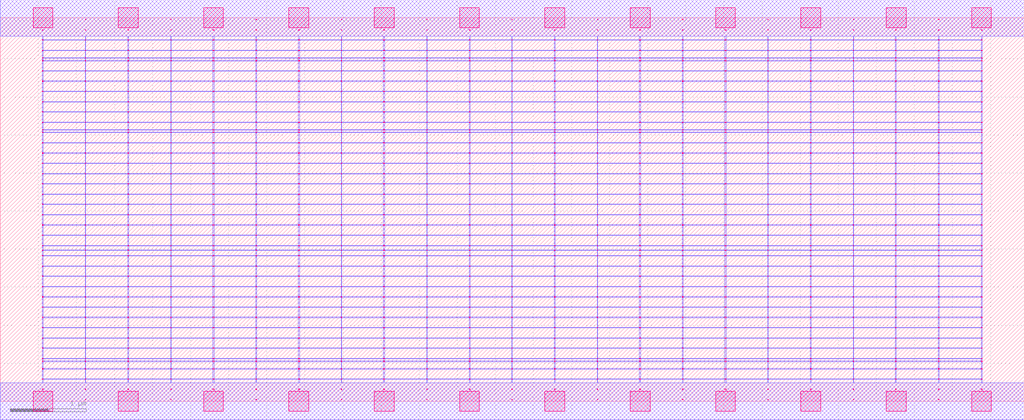
<source format=lef>
MACRO AAOOAOAI221211_DEBUG
 CLASS CORE ;
 FOREIGN AAOOAOAI221211_DEBUG 0 0 ;
 SIZE 13.44 BY 5.04 ;
 ORIGIN 0 0 ;
 SYMMETRY X Y R90 ;
 SITE unit ;

 OBS
    LAYER polycont ;
     RECT 6.71600000 2.58300000 6.72400000 2.59100000 ;
     RECT 6.71600000 2.71800000 6.72400000 2.72600000 ;
     RECT 6.71600000 2.85300000 6.72400000 2.86100000 ;
     RECT 6.71600000 2.98800000 6.72400000 2.99600000 ;
     RECT 6.71600000 3.12300000 6.72400000 3.13100000 ;
     RECT 6.71600000 3.25800000 6.72400000 3.26600000 ;
     RECT 6.71600000 3.39300000 6.72400000 3.40100000 ;
     RECT 6.71600000 3.52800000 6.72400000 3.53600000 ;
     RECT 6.71600000 3.56100000 6.72400000 3.56900000 ;
     RECT 6.71600000 3.66300000 6.72400000 3.67100000 ;
     RECT 6.71600000 3.79800000 6.72400000 3.80600000 ;
     RECT 6.71600000 3.93300000 6.72400000 3.94100000 ;
     RECT 6.71600000 4.06800000 6.72400000 4.07600000 ;
     RECT 6.71600000 4.20300000 6.72400000 4.21100000 ;
     RECT 6.71600000 4.33800000 6.72400000 4.34600000 ;
     RECT 6.71600000 4.47300000 6.72400000 4.48100000 ;
     RECT 6.71600000 4.51100000 6.72400000 4.51900000 ;
     RECT 6.71600000 4.60800000 6.72400000 4.61600000 ;
     RECT 6.71600000 4.74300000 6.72400000 4.75100000 ;
     RECT 6.71600000 4.87800000 6.72400000 4.88600000 ;
     RECT 11.19600000 2.71800000 11.20400000 2.72600000 ;
     RECT 11.75100000 2.71800000 11.76400000 2.72600000 ;
     RECT 12.31600000 2.71800000 12.32400000 2.72600000 ;
     RECT 12.87600000 2.71800000 12.88900000 2.72600000 ;
     RECT 7.83600000 2.58300000 7.84400000 2.59100000 ;
     RECT 7.27100000 2.85300000 7.28400000 2.86100000 ;
     RECT 7.83600000 2.85300000 7.84400000 2.86100000 ;
     RECT 8.39100000 2.85300000 8.40900000 2.86100000 ;
     RECT 8.95600000 2.85300000 8.96400000 2.86100000 ;
     RECT 9.51100000 2.85300000 9.52900000 2.86100000 ;
     RECT 10.07600000 2.85300000 10.08400000 2.86100000 ;
     RECT 10.63600000 2.85300000 10.64900000 2.86100000 ;
     RECT 11.19600000 2.85300000 11.20400000 2.86100000 ;
     RECT 11.75100000 2.85300000 11.76400000 2.86100000 ;
     RECT 12.31600000 2.85300000 12.32400000 2.86100000 ;
     RECT 12.87600000 2.85300000 12.88900000 2.86100000 ;
     RECT 8.39100000 2.58300000 8.40900000 2.59100000 ;
     RECT 7.27100000 2.98800000 7.28400000 2.99600000 ;
     RECT 7.83600000 2.98800000 7.84400000 2.99600000 ;
     RECT 8.39100000 2.98800000 8.40900000 2.99600000 ;
     RECT 8.95600000 2.98800000 8.96400000 2.99600000 ;
     RECT 9.51100000 2.98800000 9.52900000 2.99600000 ;
     RECT 10.07600000 2.98800000 10.08400000 2.99600000 ;
     RECT 10.63600000 2.98800000 10.64900000 2.99600000 ;
     RECT 11.19600000 2.98800000 11.20400000 2.99600000 ;
     RECT 11.75100000 2.98800000 11.76400000 2.99600000 ;
     RECT 12.31600000 2.98800000 12.32400000 2.99600000 ;
     RECT 12.87600000 2.98800000 12.88900000 2.99600000 ;
     RECT 8.95600000 2.58300000 8.96400000 2.59100000 ;
     RECT 11.19600000 3.12300000 11.20400000 3.13100000 ;
     RECT 9.51100000 2.58300000 9.52900000 2.59100000 ;
     RECT 11.19600000 3.25800000 11.20400000 3.26600000 ;
     RECT 10.07600000 2.58300000 10.08400000 2.59100000 ;
     RECT 11.19600000 3.39300000 11.20400000 3.40100000 ;
     RECT 10.63600000 2.58300000 10.64900000 2.59100000 ;
     RECT 11.19600000 3.52800000 11.20400000 3.53600000 ;
     RECT 11.19600000 2.58300000 11.20400000 2.59100000 ;
     RECT 11.19600000 3.56100000 11.20400000 3.56900000 ;
     RECT 11.75100000 2.58300000 11.76400000 2.59100000 ;
     RECT 11.19600000 3.66300000 11.20400000 3.67100000 ;
     RECT 12.31600000 2.58300000 12.32400000 2.59100000 ;
     RECT 11.19600000 3.79800000 11.20400000 3.80600000 ;
     RECT 12.87600000 2.58300000 12.88900000 2.59100000 ;
     RECT 11.19600000 3.93300000 11.20400000 3.94100000 ;
     RECT 7.27100000 2.58300000 7.28400000 2.59100000 ;
     RECT 11.19600000 4.06800000 11.20400000 4.07600000 ;
     RECT 7.27100000 2.71800000 7.28400000 2.72600000 ;
     RECT 11.19600000 4.20300000 11.20400000 4.21100000 ;
     RECT 7.83600000 2.71800000 7.84400000 2.72600000 ;
     RECT 11.19600000 4.33800000 11.20400000 4.34600000 ;
     RECT 8.39100000 2.71800000 8.40900000 2.72600000 ;
     RECT 11.19600000 4.47300000 11.20400000 4.48100000 ;
     RECT 8.95600000 2.71800000 8.96400000 2.72600000 ;
     RECT 11.19600000 4.51100000 11.20400000 4.51900000 ;
     RECT 9.51100000 2.71800000 9.52900000 2.72600000 ;
     RECT 11.19600000 4.60800000 11.20400000 4.61600000 ;
     RECT 10.07600000 2.71800000 10.08400000 2.72600000 ;
     RECT 11.19600000 4.74300000 11.20400000 4.75100000 ;
     RECT 10.63600000 2.71800000 10.64900000 2.72600000 ;
     RECT 11.19600000 4.87800000 11.20400000 4.88600000 ;
     RECT 2.23600000 2.58300000 2.24400000 2.59100000 ;
     RECT 2.79100000 2.58300000 2.80900000 2.59100000 ;
     RECT 3.35600000 2.58300000 3.36400000 2.59100000 ;
     RECT 3.91100000 2.58300000 3.92900000 2.59100000 ;
     RECT 4.47600000 2.58300000 4.48400000 2.59100000 ;
     RECT 5.03100000 2.58300000 5.04900000 2.59100000 ;
     RECT 5.59600000 2.58300000 5.60400000 2.59100000 ;
     RECT 6.15600000 2.58300000 6.16900000 2.59100000 ;
     RECT 0.55100000 2.58300000 0.56400000 2.59100000 ;
     RECT 0.55100000 2.71800000 0.56400000 2.72600000 ;
     RECT 0.55100000 2.85300000 0.56400000 2.86100000 ;
     RECT 1.11600000 2.85300000 1.12400000 2.86100000 ;
     RECT 1.67100000 2.85300000 1.68900000 2.86100000 ;
     RECT 2.23600000 2.85300000 2.24400000 2.86100000 ;
     RECT 2.79100000 2.85300000 2.80900000 2.86100000 ;
     RECT 3.35600000 2.85300000 3.36400000 2.86100000 ;
     RECT 3.91100000 2.85300000 3.92900000 2.86100000 ;
     RECT 4.47600000 2.85300000 4.48400000 2.86100000 ;
     RECT 5.03100000 2.85300000 5.04900000 2.86100000 ;
     RECT 5.59600000 2.85300000 5.60400000 2.86100000 ;
     RECT 6.15600000 2.85300000 6.16900000 2.86100000 ;
     RECT 1.11600000 2.71800000 1.12400000 2.72600000 ;
     RECT 1.67100000 2.71800000 1.68900000 2.72600000 ;
     RECT 2.23600000 2.71800000 2.24400000 2.72600000 ;
     RECT 2.79100000 2.71800000 2.80900000 2.72600000 ;
     RECT 3.35600000 2.71800000 3.36400000 2.72600000 ;
     RECT 3.91100000 2.71800000 3.92900000 2.72600000 ;
     RECT 4.47600000 2.71800000 4.48400000 2.72600000 ;
     RECT 5.03100000 2.71800000 5.04900000 2.72600000 ;
     RECT 5.59600000 2.71800000 5.60400000 2.72600000 ;
     RECT 6.15600000 2.71800000 6.16900000 2.72600000 ;
     RECT 1.11600000 2.58300000 1.12400000 2.59100000 ;
     RECT 1.67100000 2.58300000 1.68900000 2.59100000 ;
     RECT 0.55100000 2.98800000 0.56400000 2.99600000 ;
     RECT 1.11600000 2.98800000 1.12400000 2.99600000 ;
     RECT 1.67100000 2.98800000 1.68900000 2.99600000 ;
     RECT 2.23600000 2.98800000 2.24400000 2.99600000 ;
     RECT 2.79100000 2.98800000 2.80900000 2.99600000 ;
     RECT 3.35600000 2.98800000 3.36400000 2.99600000 ;
     RECT 3.91100000 2.98800000 3.92900000 2.99600000 ;
     RECT 4.47600000 2.98800000 4.48400000 2.99600000 ;
     RECT 5.03100000 2.98800000 5.04900000 2.99600000 ;
     RECT 5.59600000 2.98800000 5.60400000 2.99600000 ;
     RECT 6.15600000 2.98800000 6.16900000 2.99600000 ;
     RECT 3.35600000 0.55800000 3.36400000 0.56600000 ;
     RECT 3.35600000 0.69300000 3.36400000 0.70100000 ;
     RECT 3.35600000 0.82800000 3.36400000 0.83600000 ;
     RECT 3.35600000 0.96300000 3.36400000 0.97100000 ;
     RECT 3.35600000 1.09800000 3.36400000 1.10600000 ;
     RECT 3.35600000 1.23300000 3.36400000 1.24100000 ;
     RECT 3.35600000 1.36800000 3.36400000 1.37600000 ;
     RECT 3.35600000 1.50300000 3.36400000 1.51100000 ;
     RECT 3.35600000 1.63800000 3.36400000 1.64600000 ;
     RECT 3.35600000 1.77300000 3.36400000 1.78100000 ;
     RECT 3.35600000 1.90800000 3.36400000 1.91600000 ;
     RECT 3.35600000 1.98100000 3.36400000 1.98900000 ;
     RECT 3.35600000 2.04300000 3.36400000 2.05100000 ;
     RECT 3.35600000 2.17800000 3.36400000 2.18600000 ;
     RECT 3.35600000 2.31300000 3.36400000 2.32100000 ;
     RECT 3.35600000 2.44800000 3.36400000 2.45600000 ;
     RECT 3.35600000 0.15300000 3.36400000 0.16100000 ;
     RECT 3.35600000 0.28800000 3.36400000 0.29600000 ;
     RECT 3.35600000 0.42300000 3.36400000 0.43100000 ;
     RECT 3.35600000 0.52100000 3.36400000 0.52900000 ;
     RECT 7.83600000 0.28800000 7.84400000 0.29600000 ;
     RECT 7.83600000 1.63800000 7.84400000 1.64600000 ;
     RECT 7.83600000 0.82800000 7.84400000 0.83600000 ;
     RECT 7.83600000 1.77300000 7.84400000 1.78100000 ;
     RECT 7.83600000 0.52100000 7.84400000 0.52900000 ;
     RECT 7.83600000 1.90800000 7.84400000 1.91600000 ;
     RECT 7.83600000 0.96300000 7.84400000 0.97100000 ;
     RECT 7.83600000 1.98100000 7.84400000 1.98900000 ;
     RECT 7.83600000 0.15300000 7.84400000 0.16100000 ;
     RECT 7.83600000 2.04300000 7.84400000 2.05100000 ;
     RECT 7.83600000 1.09800000 7.84400000 1.10600000 ;
     RECT 7.83600000 2.17800000 7.84400000 2.18600000 ;
     RECT 7.83600000 0.55800000 7.84400000 0.56600000 ;
     RECT 7.83600000 2.31300000 7.84400000 2.32100000 ;
     RECT 7.83600000 1.23300000 7.84400000 1.24100000 ;
     RECT 7.83600000 2.44800000 7.84400000 2.45600000 ;
     RECT 7.83600000 0.42300000 7.84400000 0.43100000 ;
     RECT 7.83600000 1.36800000 7.84400000 1.37600000 ;
     RECT 7.83600000 0.69300000 7.84400000 0.70100000 ;
     RECT 7.83600000 1.50300000 7.84400000 1.51100000 ;

    LAYER pdiffc ;
     RECT 0.55100000 3.39300000 0.55900000 3.40100000 ;
     RECT 6.16100000 3.39300000 6.16900000 3.40100000 ;
     RECT 7.27100000 3.39300000 7.27900000 3.40100000 ;
     RECT 10.64100000 3.39300000 10.64900000 3.40100000 ;
     RECT 11.75100000 3.39300000 11.75900000 3.40100000 ;
     RECT 12.88100000 3.39300000 12.88900000 3.40100000 ;
     RECT 0.55100000 3.52800000 0.55900000 3.53600000 ;
     RECT 6.16100000 3.52800000 6.16900000 3.53600000 ;
     RECT 7.27100000 3.52800000 7.27900000 3.53600000 ;
     RECT 10.64100000 3.52800000 10.64900000 3.53600000 ;
     RECT 11.75100000 3.52800000 11.75900000 3.53600000 ;
     RECT 12.88100000 3.52800000 12.88900000 3.53600000 ;
     RECT 0.55100000 3.56100000 0.55900000 3.56900000 ;
     RECT 6.16100000 3.56100000 6.16900000 3.56900000 ;
     RECT 7.27100000 3.56100000 7.27900000 3.56900000 ;
     RECT 10.64100000 3.56100000 10.64900000 3.56900000 ;
     RECT 11.75100000 3.56100000 11.75900000 3.56900000 ;
     RECT 12.88100000 3.56100000 12.88900000 3.56900000 ;
     RECT 0.55100000 3.66300000 0.55900000 3.67100000 ;
     RECT 6.16100000 3.66300000 6.16900000 3.67100000 ;
     RECT 7.27100000 3.66300000 7.27900000 3.67100000 ;
     RECT 10.64100000 3.66300000 10.64900000 3.67100000 ;
     RECT 11.75100000 3.66300000 11.75900000 3.67100000 ;
     RECT 12.88100000 3.66300000 12.88900000 3.67100000 ;
     RECT 0.55100000 3.79800000 0.55900000 3.80600000 ;
     RECT 6.16100000 3.79800000 6.16900000 3.80600000 ;
     RECT 7.27100000 3.79800000 7.27900000 3.80600000 ;
     RECT 10.64100000 3.79800000 10.64900000 3.80600000 ;
     RECT 11.75100000 3.79800000 11.75900000 3.80600000 ;
     RECT 12.88100000 3.79800000 12.88900000 3.80600000 ;
     RECT 0.55100000 3.93300000 0.55900000 3.94100000 ;
     RECT 6.16100000 3.93300000 6.16900000 3.94100000 ;
     RECT 7.27100000 3.93300000 7.27900000 3.94100000 ;
     RECT 10.64100000 3.93300000 10.64900000 3.94100000 ;
     RECT 11.75100000 3.93300000 11.75900000 3.94100000 ;
     RECT 12.88100000 3.93300000 12.88900000 3.94100000 ;
     RECT 0.55100000 4.06800000 0.55900000 4.07600000 ;
     RECT 6.16100000 4.06800000 6.16900000 4.07600000 ;
     RECT 7.27100000 4.06800000 7.27900000 4.07600000 ;
     RECT 10.64100000 4.06800000 10.64900000 4.07600000 ;
     RECT 11.75100000 4.06800000 11.75900000 4.07600000 ;
     RECT 12.88100000 4.06800000 12.88900000 4.07600000 ;
     RECT 0.55100000 4.20300000 0.55900000 4.21100000 ;
     RECT 6.16100000 4.20300000 6.16900000 4.21100000 ;
     RECT 7.27100000 4.20300000 7.27900000 4.21100000 ;
     RECT 10.64100000 4.20300000 10.64900000 4.21100000 ;
     RECT 11.75100000 4.20300000 11.75900000 4.21100000 ;
     RECT 12.88100000 4.20300000 12.88900000 4.21100000 ;
     RECT 0.55100000 4.33800000 0.55900000 4.34600000 ;
     RECT 6.16100000 4.33800000 6.16900000 4.34600000 ;
     RECT 7.27100000 4.33800000 7.27900000 4.34600000 ;
     RECT 10.64100000 4.33800000 10.64900000 4.34600000 ;
     RECT 11.75100000 4.33800000 11.75900000 4.34600000 ;
     RECT 12.88100000 4.33800000 12.88900000 4.34600000 ;
     RECT 0.55100000 4.47300000 0.55900000 4.48100000 ;
     RECT 6.16100000 4.47300000 6.16900000 4.48100000 ;
     RECT 7.27100000 4.47300000 7.27900000 4.48100000 ;
     RECT 10.64100000 4.47300000 10.64900000 4.48100000 ;
     RECT 11.75100000 4.47300000 11.75900000 4.48100000 ;
     RECT 12.88100000 4.47300000 12.88900000 4.48100000 ;
     RECT 0.55100000 4.51100000 0.55900000 4.51900000 ;
     RECT 6.16100000 4.51100000 6.16900000 4.51900000 ;
     RECT 7.27100000 4.51100000 7.27900000 4.51900000 ;
     RECT 10.64100000 4.51100000 10.64900000 4.51900000 ;
     RECT 11.75100000 4.51100000 11.75900000 4.51900000 ;
     RECT 12.88100000 4.51100000 12.88900000 4.51900000 ;
     RECT 0.55100000 4.60800000 0.55900000 4.61600000 ;
     RECT 6.16100000 4.60800000 6.16900000 4.61600000 ;
     RECT 7.27100000 4.60800000 7.27900000 4.61600000 ;
     RECT 10.64100000 4.60800000 10.64900000 4.61600000 ;
     RECT 11.75100000 4.60800000 11.75900000 4.61600000 ;
     RECT 12.88100000 4.60800000 12.88900000 4.61600000 ;

    LAYER ndiffc ;
     RECT 7.27100000 0.42300000 7.28400000 0.43100000 ;
     RECT 8.39100000 0.42300000 8.40900000 0.43100000 ;
     RECT 9.51100000 0.42300000 9.52900000 0.43100000 ;
     RECT 10.63600000 0.42300000 10.64900000 0.43100000 ;
     RECT 11.75100000 0.42300000 11.76400000 0.43100000 ;
     RECT 12.87600000 0.42300000 12.88900000 0.43100000 ;
     RECT 7.27100000 0.52100000 7.28400000 0.52900000 ;
     RECT 8.39100000 0.52100000 8.40900000 0.52900000 ;
     RECT 9.51100000 0.52100000 9.52900000 0.52900000 ;
     RECT 10.63600000 0.52100000 10.64900000 0.52900000 ;
     RECT 11.75100000 0.52100000 11.76400000 0.52900000 ;
     RECT 12.87600000 0.52100000 12.88900000 0.52900000 ;
     RECT 7.27100000 0.55800000 7.28400000 0.56600000 ;
     RECT 8.39100000 0.55800000 8.40900000 0.56600000 ;
     RECT 9.51100000 0.55800000 9.52900000 0.56600000 ;
     RECT 10.63600000 0.55800000 10.64900000 0.56600000 ;
     RECT 11.75100000 0.55800000 11.76400000 0.56600000 ;
     RECT 12.87600000 0.55800000 12.88900000 0.56600000 ;
     RECT 7.27100000 0.69300000 7.28400000 0.70100000 ;
     RECT 8.39100000 0.69300000 8.40900000 0.70100000 ;
     RECT 9.51100000 0.69300000 9.52900000 0.70100000 ;
     RECT 10.63600000 0.69300000 10.64900000 0.70100000 ;
     RECT 11.75100000 0.69300000 11.76400000 0.70100000 ;
     RECT 12.87600000 0.69300000 12.88900000 0.70100000 ;
     RECT 7.27100000 0.82800000 7.28400000 0.83600000 ;
     RECT 8.39100000 0.82800000 8.40900000 0.83600000 ;
     RECT 9.51100000 0.82800000 9.52900000 0.83600000 ;
     RECT 10.63600000 0.82800000 10.64900000 0.83600000 ;
     RECT 11.75100000 0.82800000 11.76400000 0.83600000 ;
     RECT 12.87600000 0.82800000 12.88900000 0.83600000 ;
     RECT 7.27100000 0.96300000 7.28400000 0.97100000 ;
     RECT 8.39100000 0.96300000 8.40900000 0.97100000 ;
     RECT 9.51100000 0.96300000 9.52900000 0.97100000 ;
     RECT 10.63600000 0.96300000 10.64900000 0.97100000 ;
     RECT 11.75100000 0.96300000 11.76400000 0.97100000 ;
     RECT 12.87600000 0.96300000 12.88900000 0.97100000 ;
     RECT 7.27100000 1.09800000 7.28400000 1.10600000 ;
     RECT 8.39100000 1.09800000 8.40900000 1.10600000 ;
     RECT 9.51100000 1.09800000 9.52900000 1.10600000 ;
     RECT 10.63600000 1.09800000 10.64900000 1.10600000 ;
     RECT 11.75100000 1.09800000 11.76400000 1.10600000 ;
     RECT 12.87600000 1.09800000 12.88900000 1.10600000 ;
     RECT 7.27100000 1.23300000 7.28400000 1.24100000 ;
     RECT 8.39100000 1.23300000 8.40900000 1.24100000 ;
     RECT 9.51100000 1.23300000 9.52900000 1.24100000 ;
     RECT 10.63600000 1.23300000 10.64900000 1.24100000 ;
     RECT 11.75100000 1.23300000 11.76400000 1.24100000 ;
     RECT 12.87600000 1.23300000 12.88900000 1.24100000 ;
     RECT 7.27100000 1.36800000 7.28400000 1.37600000 ;
     RECT 8.39100000 1.36800000 8.40900000 1.37600000 ;
     RECT 9.51100000 1.36800000 9.52900000 1.37600000 ;
     RECT 10.63600000 1.36800000 10.64900000 1.37600000 ;
     RECT 11.75100000 1.36800000 11.76400000 1.37600000 ;
     RECT 12.87600000 1.36800000 12.88900000 1.37600000 ;
     RECT 7.27100000 1.50300000 7.28400000 1.51100000 ;
     RECT 8.39100000 1.50300000 8.40900000 1.51100000 ;
     RECT 9.51100000 1.50300000 9.52900000 1.51100000 ;
     RECT 10.63600000 1.50300000 10.64900000 1.51100000 ;
     RECT 11.75100000 1.50300000 11.76400000 1.51100000 ;
     RECT 12.87600000 1.50300000 12.88900000 1.51100000 ;
     RECT 7.27100000 1.63800000 7.28400000 1.64600000 ;
     RECT 8.39100000 1.63800000 8.40900000 1.64600000 ;
     RECT 9.51100000 1.63800000 9.52900000 1.64600000 ;
     RECT 10.63600000 1.63800000 10.64900000 1.64600000 ;
     RECT 11.75100000 1.63800000 11.76400000 1.64600000 ;
     RECT 12.87600000 1.63800000 12.88900000 1.64600000 ;
     RECT 7.27100000 1.77300000 7.28400000 1.78100000 ;
     RECT 8.39100000 1.77300000 8.40900000 1.78100000 ;
     RECT 9.51100000 1.77300000 9.52900000 1.78100000 ;
     RECT 10.63600000 1.77300000 10.64900000 1.78100000 ;
     RECT 11.75100000 1.77300000 11.76400000 1.78100000 ;
     RECT 12.87600000 1.77300000 12.88900000 1.78100000 ;
     RECT 7.27100000 1.90800000 7.28400000 1.91600000 ;
     RECT 8.39100000 1.90800000 8.40900000 1.91600000 ;
     RECT 9.51100000 1.90800000 9.52900000 1.91600000 ;
     RECT 10.63600000 1.90800000 10.64900000 1.91600000 ;
     RECT 11.75100000 1.90800000 11.76400000 1.91600000 ;
     RECT 12.87600000 1.90800000 12.88900000 1.91600000 ;
     RECT 7.27100000 1.98100000 7.28400000 1.98900000 ;
     RECT 8.39100000 1.98100000 8.40900000 1.98900000 ;
     RECT 9.51100000 1.98100000 9.52900000 1.98900000 ;
     RECT 10.63600000 1.98100000 10.64900000 1.98900000 ;
     RECT 11.75100000 1.98100000 11.76400000 1.98900000 ;
     RECT 12.87600000 1.98100000 12.88900000 1.98900000 ;
     RECT 7.27100000 2.04300000 7.28400000 2.05100000 ;
     RECT 8.39100000 2.04300000 8.40900000 2.05100000 ;
     RECT 9.51100000 2.04300000 9.52900000 2.05100000 ;
     RECT 10.63600000 2.04300000 10.64900000 2.05100000 ;
     RECT 11.75100000 2.04300000 11.76400000 2.05100000 ;
     RECT 12.87600000 2.04300000 12.88900000 2.05100000 ;
     RECT 0.55100000 0.42300000 0.56400000 0.43100000 ;
     RECT 1.67100000 0.42300000 1.68900000 0.43100000 ;
     RECT 2.79100000 0.42300000 2.80900000 0.43100000 ;
     RECT 3.91100000 0.42300000 3.92900000 0.43100000 ;
     RECT 5.03100000 0.42300000 5.04900000 0.43100000 ;
     RECT 6.15600000 0.42300000 6.16900000 0.43100000 ;
     RECT 0.55100000 1.36800000 0.56400000 1.37600000 ;
     RECT 1.67100000 1.36800000 1.68900000 1.37600000 ;
     RECT 2.79100000 1.36800000 2.80900000 1.37600000 ;
     RECT 3.91100000 1.36800000 3.92900000 1.37600000 ;
     RECT 5.03100000 1.36800000 5.04900000 1.37600000 ;
     RECT 6.15600000 1.36800000 6.16900000 1.37600000 ;
     RECT 0.55100000 0.82800000 0.56400000 0.83600000 ;
     RECT 1.67100000 0.82800000 1.68900000 0.83600000 ;
     RECT 2.79100000 0.82800000 2.80900000 0.83600000 ;
     RECT 3.91100000 0.82800000 3.92900000 0.83600000 ;
     RECT 5.03100000 0.82800000 5.04900000 0.83600000 ;
     RECT 6.15600000 0.82800000 6.16900000 0.83600000 ;
     RECT 0.55100000 1.50300000 0.56400000 1.51100000 ;
     RECT 1.67100000 1.50300000 1.68900000 1.51100000 ;
     RECT 2.79100000 1.50300000 2.80900000 1.51100000 ;
     RECT 3.91100000 1.50300000 3.92900000 1.51100000 ;
     RECT 5.03100000 1.50300000 5.04900000 1.51100000 ;
     RECT 6.15600000 1.50300000 6.16900000 1.51100000 ;
     RECT 0.55100000 0.55800000 0.56400000 0.56600000 ;
     RECT 1.67100000 0.55800000 1.68900000 0.56600000 ;
     RECT 2.79100000 0.55800000 2.80900000 0.56600000 ;
     RECT 3.91100000 0.55800000 3.92900000 0.56600000 ;
     RECT 5.03100000 0.55800000 5.04900000 0.56600000 ;
     RECT 6.15600000 0.55800000 6.16900000 0.56600000 ;
     RECT 0.55100000 1.63800000 0.56400000 1.64600000 ;
     RECT 1.67100000 1.63800000 1.68900000 1.64600000 ;
     RECT 2.79100000 1.63800000 2.80900000 1.64600000 ;
     RECT 3.91100000 1.63800000 3.92900000 1.64600000 ;
     RECT 5.03100000 1.63800000 5.04900000 1.64600000 ;
     RECT 6.15600000 1.63800000 6.16900000 1.64600000 ;
     RECT 0.55100000 0.96300000 0.56400000 0.97100000 ;
     RECT 1.67100000 0.96300000 1.68900000 0.97100000 ;
     RECT 2.79100000 0.96300000 2.80900000 0.97100000 ;
     RECT 3.91100000 0.96300000 3.92900000 0.97100000 ;
     RECT 5.03100000 0.96300000 5.04900000 0.97100000 ;
     RECT 6.15600000 0.96300000 6.16900000 0.97100000 ;
     RECT 0.55100000 1.77300000 0.56400000 1.78100000 ;
     RECT 1.67100000 1.77300000 1.68900000 1.78100000 ;
     RECT 2.79100000 1.77300000 2.80900000 1.78100000 ;
     RECT 3.91100000 1.77300000 3.92900000 1.78100000 ;
     RECT 5.03100000 1.77300000 5.04900000 1.78100000 ;
     RECT 6.15600000 1.77300000 6.16900000 1.78100000 ;
     RECT 0.55100000 0.52100000 0.56400000 0.52900000 ;
     RECT 1.67100000 0.52100000 1.68900000 0.52900000 ;
     RECT 2.79100000 0.52100000 2.80900000 0.52900000 ;
     RECT 3.91100000 0.52100000 3.92900000 0.52900000 ;
     RECT 5.03100000 0.52100000 5.04900000 0.52900000 ;
     RECT 6.15600000 0.52100000 6.16900000 0.52900000 ;
     RECT 0.55100000 1.90800000 0.56400000 1.91600000 ;
     RECT 1.67100000 1.90800000 1.68900000 1.91600000 ;
     RECT 2.79100000 1.90800000 2.80900000 1.91600000 ;
     RECT 3.91100000 1.90800000 3.92900000 1.91600000 ;
     RECT 5.03100000 1.90800000 5.04900000 1.91600000 ;
     RECT 6.15600000 1.90800000 6.16900000 1.91600000 ;
     RECT 0.55100000 1.09800000 0.56400000 1.10600000 ;
     RECT 1.67100000 1.09800000 1.68900000 1.10600000 ;
     RECT 2.79100000 1.09800000 2.80900000 1.10600000 ;
     RECT 3.91100000 1.09800000 3.92900000 1.10600000 ;
     RECT 5.03100000 1.09800000 5.04900000 1.10600000 ;
     RECT 6.15600000 1.09800000 6.16900000 1.10600000 ;
     RECT 0.55100000 1.98100000 0.56400000 1.98900000 ;
     RECT 1.67100000 1.98100000 1.68900000 1.98900000 ;
     RECT 2.79100000 1.98100000 2.80900000 1.98900000 ;
     RECT 3.91100000 1.98100000 3.92900000 1.98900000 ;
     RECT 5.03100000 1.98100000 5.04900000 1.98900000 ;
     RECT 6.15600000 1.98100000 6.16900000 1.98900000 ;
     RECT 0.55100000 0.69300000 0.56400000 0.70100000 ;
     RECT 1.67100000 0.69300000 1.68900000 0.70100000 ;
     RECT 2.79100000 0.69300000 2.80900000 0.70100000 ;
     RECT 3.91100000 0.69300000 3.92900000 0.70100000 ;
     RECT 5.03100000 0.69300000 5.04900000 0.70100000 ;
     RECT 6.15600000 0.69300000 6.16900000 0.70100000 ;
     RECT 0.55100000 2.04300000 0.56400000 2.05100000 ;
     RECT 1.67100000 2.04300000 1.68900000 2.05100000 ;
     RECT 2.79100000 2.04300000 2.80900000 2.05100000 ;
     RECT 3.91100000 2.04300000 3.92900000 2.05100000 ;
     RECT 5.03100000 2.04300000 5.04900000 2.05100000 ;
     RECT 6.15600000 2.04300000 6.16900000 2.05100000 ;
     RECT 0.55100000 1.23300000 0.56400000 1.24100000 ;
     RECT 1.67100000 1.23300000 1.68900000 1.24100000 ;
     RECT 2.79100000 1.23300000 2.80900000 1.24100000 ;
     RECT 3.91100000 1.23300000 3.92900000 1.24100000 ;
     RECT 5.03100000 1.23300000 5.04900000 1.24100000 ;
     RECT 6.15600000 1.23300000 6.16900000 1.24100000 ;

    LAYER met1 ;
     RECT 0.00000000 -0.24000000 13.44000000 0.24000000 ;
     RECT 6.71600000 0.24000000 6.72400000 0.28800000 ;
     RECT 0.55100000 0.28800000 12.88900000 0.29600000 ;
     RECT 6.71600000 0.29600000 6.72400000 0.42300000 ;
     RECT 0.55100000 0.42300000 12.88900000 0.43100000 ;
     RECT 6.71600000 0.43100000 6.72400000 0.52100000 ;
     RECT 0.55100000 0.52100000 12.88900000 0.52900000 ;
     RECT 6.71600000 0.52900000 6.72400000 0.55800000 ;
     RECT 0.55100000 0.55800000 12.88900000 0.56600000 ;
     RECT 6.71600000 0.56600000 6.72400000 0.69300000 ;
     RECT 0.55100000 0.69300000 12.88900000 0.70100000 ;
     RECT 6.71600000 0.70100000 6.72400000 0.82800000 ;
     RECT 0.55100000 0.82800000 12.88900000 0.83600000 ;
     RECT 6.71600000 0.83600000 6.72400000 0.96300000 ;
     RECT 0.55100000 0.96300000 12.88900000 0.97100000 ;
     RECT 6.71600000 0.97100000 6.72400000 1.09800000 ;
     RECT 0.55100000 1.09800000 12.88900000 1.10600000 ;
     RECT 6.71600000 1.10600000 6.72400000 1.23300000 ;
     RECT 0.55100000 1.23300000 12.88900000 1.24100000 ;
     RECT 6.71600000 1.24100000 6.72400000 1.36800000 ;
     RECT 0.55100000 1.36800000 12.88900000 1.37600000 ;
     RECT 6.71600000 1.37600000 6.72400000 1.50300000 ;
     RECT 0.55100000 1.50300000 12.88900000 1.51100000 ;
     RECT 6.71600000 1.51100000 6.72400000 1.63800000 ;
     RECT 0.55100000 1.63800000 12.88900000 1.64600000 ;
     RECT 6.71600000 1.64600000 6.72400000 1.77300000 ;
     RECT 0.55100000 1.77300000 12.88900000 1.78100000 ;
     RECT 6.71600000 1.78100000 6.72400000 1.90800000 ;
     RECT 0.55100000 1.90800000 12.88900000 1.91600000 ;
     RECT 6.71600000 1.91600000 6.72400000 1.98100000 ;
     RECT 0.55100000 1.98100000 12.88900000 1.98900000 ;
     RECT 6.71600000 1.98900000 6.72400000 2.04300000 ;
     RECT 0.55100000 2.04300000 12.88900000 2.05100000 ;
     RECT 6.71600000 2.05100000 6.72400000 2.17800000 ;
     RECT 0.55100000 2.17800000 12.88900000 2.18600000 ;
     RECT 6.71600000 2.18600000 6.72400000 2.31300000 ;
     RECT 0.55100000 2.31300000 12.88900000 2.32100000 ;
     RECT 6.71600000 2.32100000 6.72400000 2.44800000 ;
     RECT 0.55100000 2.44800000 12.88900000 2.45600000 ;
     RECT 0.55100000 2.45600000 0.56400000 2.58300000 ;
     RECT 1.11600000 2.45600000 1.12400000 2.58300000 ;
     RECT 1.67100000 2.45600000 1.68900000 2.58300000 ;
     RECT 2.23600000 2.45600000 2.24400000 2.58300000 ;
     RECT 2.79100000 2.45600000 2.80900000 2.58300000 ;
     RECT 3.35600000 2.45600000 3.36400000 2.58300000 ;
     RECT 3.91100000 2.45600000 3.92900000 2.58300000 ;
     RECT 4.47600000 2.45600000 4.48400000 2.58300000 ;
     RECT 5.03100000 2.45600000 5.04900000 2.58300000 ;
     RECT 5.59600000 2.45600000 5.60400000 2.58300000 ;
     RECT 6.15600000 2.45600000 6.16900000 2.58300000 ;
     RECT 6.71600000 2.45600000 6.72400000 2.58300000 ;
     RECT 7.27100000 2.45600000 7.28400000 2.58300000 ;
     RECT 7.83600000 2.45600000 7.84400000 2.58300000 ;
     RECT 8.39100000 2.45600000 8.40900000 2.58300000 ;
     RECT 8.95600000 2.45600000 8.96400000 2.58300000 ;
     RECT 9.51100000 2.45600000 9.52900000 2.58300000 ;
     RECT 10.07600000 2.45600000 10.08400000 2.58300000 ;
     RECT 10.63600000 2.45600000 10.64900000 2.58300000 ;
     RECT 11.19600000 2.45600000 11.20400000 2.58300000 ;
     RECT 11.75100000 2.45600000 11.76400000 2.58300000 ;
     RECT 12.31600000 2.45600000 12.32400000 2.58300000 ;
     RECT 12.87600000 2.45600000 12.88900000 2.58300000 ;
     RECT 0.55100000 2.58300000 12.88900000 2.59100000 ;
     RECT 6.71600000 2.59100000 6.72400000 2.71800000 ;
     RECT 0.55100000 2.71800000 12.88900000 2.72600000 ;
     RECT 6.71600000 2.72600000 6.72400000 2.85300000 ;
     RECT 0.55100000 2.85300000 12.88900000 2.86100000 ;
     RECT 6.71600000 2.86100000 6.72400000 2.98800000 ;
     RECT 0.55100000 2.98800000 12.88900000 2.99600000 ;
     RECT 6.71600000 2.99600000 6.72400000 3.12300000 ;
     RECT 0.55100000 3.12300000 12.88900000 3.13100000 ;
     RECT 6.71600000 3.13100000 6.72400000 3.25800000 ;
     RECT 0.55100000 3.25800000 12.88900000 3.26600000 ;
     RECT 6.71600000 3.26600000 6.72400000 3.39300000 ;
     RECT 0.55100000 3.39300000 12.88900000 3.40100000 ;
     RECT 6.71600000 3.40100000 6.72400000 3.52800000 ;
     RECT 0.55100000 3.52800000 12.88900000 3.53600000 ;
     RECT 6.71600000 3.53600000 6.72400000 3.56100000 ;
     RECT 0.55100000 3.56100000 12.88900000 3.56900000 ;
     RECT 6.71600000 3.56900000 6.72400000 3.66300000 ;
     RECT 0.55100000 3.66300000 12.88900000 3.67100000 ;
     RECT 6.71600000 3.67100000 6.72400000 3.79800000 ;
     RECT 0.55100000 3.79800000 12.88900000 3.80600000 ;
     RECT 6.71600000 3.80600000 6.72400000 3.93300000 ;
     RECT 0.55100000 3.93300000 12.88900000 3.94100000 ;
     RECT 6.71600000 3.94100000 6.72400000 4.06800000 ;
     RECT 0.55100000 4.06800000 12.88900000 4.07600000 ;
     RECT 6.71600000 4.07600000 6.72400000 4.20300000 ;
     RECT 0.55100000 4.20300000 12.88900000 4.21100000 ;
     RECT 6.71600000 4.21100000 6.72400000 4.33800000 ;
     RECT 0.55100000 4.33800000 12.88900000 4.34600000 ;
     RECT 6.71600000 4.34600000 6.72400000 4.47300000 ;
     RECT 0.55100000 4.47300000 12.88900000 4.48100000 ;
     RECT 6.71600000 4.48100000 6.72400000 4.51100000 ;
     RECT 0.55100000 4.51100000 12.88900000 4.51900000 ;
     RECT 6.71600000 4.51900000 6.72400000 4.60800000 ;
     RECT 0.55100000 4.60800000 12.88900000 4.61600000 ;
     RECT 6.71600000 4.61600000 6.72400000 4.74300000 ;
     RECT 0.55100000 4.74300000 12.88900000 4.75100000 ;
     RECT 6.71600000 4.75100000 6.72400000 4.80000000 ;
     RECT 0.00000000 4.80000000 13.44000000 5.28000000 ;
     RECT 10.07600000 2.59100000 10.08400000 2.71800000 ;
     RECT 10.07600000 2.99600000 10.08400000 3.12300000 ;
     RECT 10.07600000 3.13100000 10.08400000 3.25800000 ;
     RECT 10.07600000 3.26600000 10.08400000 3.39300000 ;
     RECT 10.07600000 3.40100000 10.08400000 3.52800000 ;
     RECT 10.07600000 3.53600000 10.08400000 3.56100000 ;
     RECT 10.07600000 3.56900000 10.08400000 3.66300000 ;
     RECT 10.07600000 3.67100000 10.08400000 3.79800000 ;
     RECT 10.07600000 2.72600000 10.08400000 2.85300000 ;
     RECT 7.27100000 3.80600000 7.28400000 3.93300000 ;
     RECT 7.83600000 3.80600000 7.84400000 3.93300000 ;
     RECT 8.39100000 3.80600000 8.40900000 3.93300000 ;
     RECT 8.95600000 3.80600000 8.96400000 3.93300000 ;
     RECT 9.51100000 3.80600000 9.52900000 3.93300000 ;
     RECT 10.07600000 3.80600000 10.08400000 3.93300000 ;
     RECT 10.63600000 3.80600000 10.64900000 3.93300000 ;
     RECT 11.19600000 3.80600000 11.20400000 3.93300000 ;
     RECT 11.75100000 3.80600000 11.76400000 3.93300000 ;
     RECT 12.31600000 3.80600000 12.32400000 3.93300000 ;
     RECT 12.87600000 3.80600000 12.88900000 3.93300000 ;
     RECT 10.07600000 3.94100000 10.08400000 4.06800000 ;
     RECT 10.07600000 4.07600000 10.08400000 4.20300000 ;
     RECT 10.07600000 4.21100000 10.08400000 4.33800000 ;
     RECT 10.07600000 4.34600000 10.08400000 4.47300000 ;
     RECT 10.07600000 4.48100000 10.08400000 4.51100000 ;
     RECT 10.07600000 2.86100000 10.08400000 2.98800000 ;
     RECT 10.07600000 4.51900000 10.08400000 4.60800000 ;
     RECT 10.07600000 4.61600000 10.08400000 4.74300000 ;
     RECT 10.07600000 4.75100000 10.08400000 4.80000000 ;
     RECT 11.75100000 4.07600000 11.76400000 4.20300000 ;
     RECT 12.31600000 4.07600000 12.32400000 4.20300000 ;
     RECT 12.87600000 4.07600000 12.88900000 4.20300000 ;
     RECT 11.19600000 3.94100000 11.20400000 4.06800000 ;
     RECT 10.63600000 4.21100000 10.64900000 4.33800000 ;
     RECT 11.19600000 4.21100000 11.20400000 4.33800000 ;
     RECT 11.75100000 4.21100000 11.76400000 4.33800000 ;
     RECT 12.31600000 4.21100000 12.32400000 4.33800000 ;
     RECT 12.87600000 4.21100000 12.88900000 4.33800000 ;
     RECT 11.75100000 3.94100000 11.76400000 4.06800000 ;
     RECT 10.63600000 4.34600000 10.64900000 4.47300000 ;
     RECT 11.19600000 4.34600000 11.20400000 4.47300000 ;
     RECT 11.75100000 4.34600000 11.76400000 4.47300000 ;
     RECT 12.31600000 4.34600000 12.32400000 4.47300000 ;
     RECT 12.87600000 4.34600000 12.88900000 4.47300000 ;
     RECT 12.31600000 3.94100000 12.32400000 4.06800000 ;
     RECT 10.63600000 4.48100000 10.64900000 4.51100000 ;
     RECT 11.19600000 4.48100000 11.20400000 4.51100000 ;
     RECT 11.75100000 4.48100000 11.76400000 4.51100000 ;
     RECT 12.31600000 4.48100000 12.32400000 4.51100000 ;
     RECT 12.87600000 4.48100000 12.88900000 4.51100000 ;
     RECT 12.87600000 3.94100000 12.88900000 4.06800000 ;
     RECT 10.63600000 3.94100000 10.64900000 4.06800000 ;
     RECT 10.63600000 4.51900000 10.64900000 4.60800000 ;
     RECT 11.19600000 4.51900000 11.20400000 4.60800000 ;
     RECT 11.75100000 4.51900000 11.76400000 4.60800000 ;
     RECT 12.31600000 4.51900000 12.32400000 4.60800000 ;
     RECT 12.87600000 4.51900000 12.88900000 4.60800000 ;
     RECT 10.63600000 4.07600000 10.64900000 4.20300000 ;
     RECT 10.63600000 4.61600000 10.64900000 4.74300000 ;
     RECT 11.19600000 4.61600000 11.20400000 4.74300000 ;
     RECT 11.75100000 4.61600000 11.76400000 4.74300000 ;
     RECT 12.31600000 4.61600000 12.32400000 4.74300000 ;
     RECT 12.87600000 4.61600000 12.88900000 4.74300000 ;
     RECT 11.19600000 4.07600000 11.20400000 4.20300000 ;
     RECT 10.63600000 4.75100000 10.64900000 4.80000000 ;
     RECT 11.19600000 4.75100000 11.20400000 4.80000000 ;
     RECT 11.75100000 4.75100000 11.76400000 4.80000000 ;
     RECT 12.31600000 4.75100000 12.32400000 4.80000000 ;
     RECT 12.87600000 4.75100000 12.88900000 4.80000000 ;
     RECT 8.39100000 4.21100000 8.40900000 4.33800000 ;
     RECT 8.95600000 4.21100000 8.96400000 4.33800000 ;
     RECT 9.51100000 4.21100000 9.52900000 4.33800000 ;
     RECT 7.83600000 4.07600000 7.84400000 4.20300000 ;
     RECT 8.39100000 4.07600000 8.40900000 4.20300000 ;
     RECT 8.95600000 4.07600000 8.96400000 4.20300000 ;
     RECT 9.51100000 4.07600000 9.52900000 4.20300000 ;
     RECT 7.27100000 4.51900000 7.28400000 4.60800000 ;
     RECT 7.83600000 4.51900000 7.84400000 4.60800000 ;
     RECT 8.39100000 4.51900000 8.40900000 4.60800000 ;
     RECT 8.95600000 4.51900000 8.96400000 4.60800000 ;
     RECT 9.51100000 4.51900000 9.52900000 4.60800000 ;
     RECT 7.83600000 3.94100000 7.84400000 4.06800000 ;
     RECT 8.39100000 3.94100000 8.40900000 4.06800000 ;
     RECT 7.27100000 4.34600000 7.28400000 4.47300000 ;
     RECT 7.83600000 4.34600000 7.84400000 4.47300000 ;
     RECT 8.39100000 4.34600000 8.40900000 4.47300000 ;
     RECT 8.95600000 4.34600000 8.96400000 4.47300000 ;
     RECT 7.27100000 4.61600000 7.28400000 4.74300000 ;
     RECT 7.83600000 4.61600000 7.84400000 4.74300000 ;
     RECT 8.39100000 4.61600000 8.40900000 4.74300000 ;
     RECT 8.95600000 4.61600000 8.96400000 4.74300000 ;
     RECT 9.51100000 4.61600000 9.52900000 4.74300000 ;
     RECT 9.51100000 4.34600000 9.52900000 4.47300000 ;
     RECT 8.95600000 3.94100000 8.96400000 4.06800000 ;
     RECT 9.51100000 3.94100000 9.52900000 4.06800000 ;
     RECT 7.27100000 3.94100000 7.28400000 4.06800000 ;
     RECT 7.27100000 4.07600000 7.28400000 4.20300000 ;
     RECT 7.27100000 4.21100000 7.28400000 4.33800000 ;
     RECT 7.27100000 4.75100000 7.28400000 4.80000000 ;
     RECT 7.83600000 4.75100000 7.84400000 4.80000000 ;
     RECT 8.39100000 4.75100000 8.40900000 4.80000000 ;
     RECT 8.95600000 4.75100000 8.96400000 4.80000000 ;
     RECT 9.51100000 4.75100000 9.52900000 4.80000000 ;
     RECT 7.83600000 4.21100000 7.84400000 4.33800000 ;
     RECT 7.27100000 4.48100000 7.28400000 4.51100000 ;
     RECT 7.83600000 4.48100000 7.84400000 4.51100000 ;
     RECT 8.39100000 4.48100000 8.40900000 4.51100000 ;
     RECT 8.95600000 4.48100000 8.96400000 4.51100000 ;
     RECT 9.51100000 4.48100000 9.52900000 4.51100000 ;
     RECT 7.83600000 2.99600000 7.84400000 3.12300000 ;
     RECT 7.27100000 2.59100000 7.28400000 2.71800000 ;
     RECT 8.39100000 2.86100000 8.40900000 2.98800000 ;
     RECT 8.95600000 2.86100000 8.96400000 2.98800000 ;
     RECT 7.27100000 3.40100000 7.28400000 3.52800000 ;
     RECT 7.83600000 3.40100000 7.84400000 3.52800000 ;
     RECT 8.39100000 3.40100000 8.40900000 3.52800000 ;
     RECT 8.95600000 3.40100000 8.96400000 3.52800000 ;
     RECT 9.51100000 3.40100000 9.52900000 3.52800000 ;
     RECT 8.39100000 2.99600000 8.40900000 3.12300000 ;
     RECT 7.83600000 2.59100000 7.84400000 2.71800000 ;
     RECT 7.27100000 2.72600000 7.28400000 2.85300000 ;
     RECT 7.27100000 3.53600000 7.28400000 3.56100000 ;
     RECT 7.83600000 3.53600000 7.84400000 3.56100000 ;
     RECT 8.39100000 3.53600000 8.40900000 3.56100000 ;
     RECT 9.51100000 2.86100000 9.52900000 2.98800000 ;
     RECT 8.95600000 3.53600000 8.96400000 3.56100000 ;
     RECT 9.51100000 3.53600000 9.52900000 3.56100000 ;
     RECT 8.95600000 2.99600000 8.96400000 3.12300000 ;
     RECT 7.83600000 2.72600000 7.84400000 2.85300000 ;
     RECT 8.39100000 2.72600000 8.40900000 2.85300000 ;
     RECT 7.27100000 3.56900000 7.28400000 3.66300000 ;
     RECT 7.83600000 3.56900000 7.84400000 3.66300000 ;
     RECT 8.39100000 3.56900000 8.40900000 3.66300000 ;
     RECT 8.95600000 3.56900000 8.96400000 3.66300000 ;
     RECT 9.51100000 3.56900000 9.52900000 3.66300000 ;
     RECT 8.39100000 2.59100000 8.40900000 2.71800000 ;
     RECT 8.95600000 2.59100000 8.96400000 2.71800000 ;
     RECT 9.51100000 2.99600000 9.52900000 3.12300000 ;
     RECT 8.95600000 2.72600000 8.96400000 2.85300000 ;
     RECT 9.51100000 2.72600000 9.52900000 2.85300000 ;
     RECT 7.27100000 3.67100000 7.28400000 3.79800000 ;
     RECT 7.83600000 3.67100000 7.84400000 3.79800000 ;
     RECT 8.39100000 3.67100000 8.40900000 3.79800000 ;
     RECT 8.95600000 3.67100000 8.96400000 3.79800000 ;
     RECT 9.51100000 3.67100000 9.52900000 3.79800000 ;
     RECT 9.51100000 2.59100000 9.52900000 2.71800000 ;
     RECT 7.27100000 3.13100000 7.28400000 3.25800000 ;
     RECT 7.83600000 3.13100000 7.84400000 3.25800000 ;
     RECT 7.27100000 2.86100000 7.28400000 2.98800000 ;
     RECT 7.83600000 2.86100000 7.84400000 2.98800000 ;
     RECT 8.39100000 3.13100000 8.40900000 3.25800000 ;
     RECT 8.95600000 3.13100000 8.96400000 3.25800000 ;
     RECT 9.51100000 3.13100000 9.52900000 3.25800000 ;
     RECT 7.27100000 2.99600000 7.28400000 3.12300000 ;
     RECT 7.27100000 3.26600000 7.28400000 3.39300000 ;
     RECT 7.83600000 3.26600000 7.84400000 3.39300000 ;
     RECT 8.39100000 3.26600000 8.40900000 3.39300000 ;
     RECT 8.95600000 3.26600000 8.96400000 3.39300000 ;
     RECT 9.51100000 3.26600000 9.52900000 3.39300000 ;
     RECT 10.63600000 3.13100000 10.64900000 3.25800000 ;
     RECT 11.19600000 3.13100000 11.20400000 3.25800000 ;
     RECT 10.63600000 3.56900000 10.64900000 3.66300000 ;
     RECT 12.31600000 2.72600000 12.32400000 2.85300000 ;
     RECT 12.87600000 2.72600000 12.88900000 2.85300000 ;
     RECT 11.19600000 3.56900000 11.20400000 3.66300000 ;
     RECT 11.75100000 3.56900000 11.76400000 3.66300000 ;
     RECT 12.31600000 3.56900000 12.32400000 3.66300000 ;
     RECT 12.87600000 3.56900000 12.88900000 3.66300000 ;
     RECT 11.75100000 3.13100000 11.76400000 3.25800000 ;
     RECT 12.31600000 3.13100000 12.32400000 3.25800000 ;
     RECT 12.87600000 3.13100000 12.88900000 3.25800000 ;
     RECT 11.75100000 2.59100000 11.76400000 2.71800000 ;
     RECT 10.63600000 3.40100000 10.64900000 3.52800000 ;
     RECT 11.19600000 3.40100000 11.20400000 3.52800000 ;
     RECT 11.75100000 3.40100000 11.76400000 3.52800000 ;
     RECT 12.31600000 3.40100000 12.32400000 3.52800000 ;
     RECT 10.63600000 3.67100000 10.64900000 3.79800000 ;
     RECT 11.19600000 3.67100000 11.20400000 3.79800000 ;
     RECT 11.75100000 3.67100000 11.76400000 3.79800000 ;
     RECT 12.31600000 3.67100000 12.32400000 3.79800000 ;
     RECT 12.87600000 3.67100000 12.88900000 3.79800000 ;
     RECT 12.87600000 3.40100000 12.88900000 3.52800000 ;
     RECT 10.63600000 2.86100000 10.64900000 2.98800000 ;
     RECT 11.19600000 2.86100000 11.20400000 2.98800000 ;
     RECT 10.63600000 2.72600000 10.64900000 2.85300000 ;
     RECT 12.31600000 2.59100000 12.32400000 2.71800000 ;
     RECT 11.19600000 2.59100000 11.20400000 2.71800000 ;
     RECT 10.63600000 2.99600000 10.64900000 3.12300000 ;
     RECT 11.19600000 2.99600000 11.20400000 3.12300000 ;
     RECT 11.75100000 2.99600000 11.76400000 3.12300000 ;
     RECT 12.31600000 2.99600000 12.32400000 3.12300000 ;
     RECT 12.87600000 2.99600000 12.88900000 3.12300000 ;
     RECT 10.63600000 3.26600000 10.64900000 3.39300000 ;
     RECT 10.63600000 3.53600000 10.64900000 3.56100000 ;
     RECT 11.19600000 3.53600000 11.20400000 3.56100000 ;
     RECT 11.75100000 2.86100000 11.76400000 2.98800000 ;
     RECT 12.31600000 2.86100000 12.32400000 2.98800000 ;
     RECT 11.75100000 3.53600000 11.76400000 3.56100000 ;
     RECT 11.19600000 2.72600000 11.20400000 2.85300000 ;
     RECT 11.75100000 2.72600000 11.76400000 2.85300000 ;
     RECT 12.31600000 3.53600000 12.32400000 3.56100000 ;
     RECT 12.87600000 3.53600000 12.88900000 3.56100000 ;
     RECT 11.19600000 3.26600000 11.20400000 3.39300000 ;
     RECT 11.75100000 3.26600000 11.76400000 3.39300000 ;
     RECT 12.31600000 3.26600000 12.32400000 3.39300000 ;
     RECT 12.87600000 3.26600000 12.88900000 3.39300000 ;
     RECT 12.87600000 2.59100000 12.88900000 2.71800000 ;
     RECT 10.63600000 2.59100000 10.64900000 2.71800000 ;
     RECT 12.87600000 2.86100000 12.88900000 2.98800000 ;
     RECT 4.47600000 3.80600000 4.48400000 3.93300000 ;
     RECT 5.03100000 3.80600000 5.04900000 3.93300000 ;
     RECT 5.59600000 3.80600000 5.60400000 3.93300000 ;
     RECT 6.15600000 3.80600000 6.16900000 3.93300000 ;
     RECT 3.35600000 2.59100000 3.36400000 2.71800000 ;
     RECT 3.35600000 3.94100000 3.36400000 4.06800000 ;
     RECT 3.35600000 2.99600000 3.36400000 3.12300000 ;
     RECT 3.35600000 3.40100000 3.36400000 3.52800000 ;
     RECT 3.35600000 4.07600000 3.36400000 4.20300000 ;
     RECT 3.35600000 4.21100000 3.36400000 4.33800000 ;
     RECT 3.35600000 3.53600000 3.36400000 3.56100000 ;
     RECT 3.35600000 4.34600000 3.36400000 4.47300000 ;
     RECT 3.35600000 3.13100000 3.36400000 3.25800000 ;
     RECT 3.35600000 4.48100000 3.36400000 4.51100000 ;
     RECT 3.35600000 3.56900000 3.36400000 3.66300000 ;
     RECT 3.35600000 2.86100000 3.36400000 2.98800000 ;
     RECT 3.35600000 4.51900000 3.36400000 4.60800000 ;
     RECT 3.35600000 4.61600000 3.36400000 4.74300000 ;
     RECT 3.35600000 3.67100000 3.36400000 3.79800000 ;
     RECT 3.35600000 2.72600000 3.36400000 2.85300000 ;
     RECT 3.35600000 4.75100000 3.36400000 4.80000000 ;
     RECT 3.35600000 3.26600000 3.36400000 3.39300000 ;
     RECT 0.55100000 3.80600000 0.56400000 3.93300000 ;
     RECT 1.11600000 3.80600000 1.12400000 3.93300000 ;
     RECT 1.67100000 3.80600000 1.68900000 3.93300000 ;
     RECT 2.23600000 3.80600000 2.24400000 3.93300000 ;
     RECT 2.79100000 3.80600000 2.80900000 3.93300000 ;
     RECT 3.35600000 3.80600000 3.36400000 3.93300000 ;
     RECT 3.91100000 3.80600000 3.92900000 3.93300000 ;
     RECT 5.03100000 4.34600000 5.04900000 4.47300000 ;
     RECT 5.59600000 4.34600000 5.60400000 4.47300000 ;
     RECT 6.15600000 4.34600000 6.16900000 4.47300000 ;
     RECT 4.47600000 3.94100000 4.48400000 4.06800000 ;
     RECT 5.03100000 3.94100000 5.04900000 4.06800000 ;
     RECT 3.91100000 4.48100000 3.92900000 4.51100000 ;
     RECT 4.47600000 4.48100000 4.48400000 4.51100000 ;
     RECT 5.03100000 4.48100000 5.04900000 4.51100000 ;
     RECT 5.59600000 4.48100000 5.60400000 4.51100000 ;
     RECT 6.15600000 4.48100000 6.16900000 4.51100000 ;
     RECT 3.91100000 4.07600000 3.92900000 4.20300000 ;
     RECT 4.47600000 4.07600000 4.48400000 4.20300000 ;
     RECT 5.03100000 4.07600000 5.04900000 4.20300000 ;
     RECT 3.91100000 4.51900000 3.92900000 4.60800000 ;
     RECT 4.47600000 4.51900000 4.48400000 4.60800000 ;
     RECT 5.03100000 4.51900000 5.04900000 4.60800000 ;
     RECT 5.59600000 4.51900000 5.60400000 4.60800000 ;
     RECT 6.15600000 4.51900000 6.16900000 4.60800000 ;
     RECT 5.59600000 4.07600000 5.60400000 4.20300000 ;
     RECT 3.91100000 4.61600000 3.92900000 4.74300000 ;
     RECT 4.47600000 4.61600000 4.48400000 4.74300000 ;
     RECT 5.03100000 4.61600000 5.04900000 4.74300000 ;
     RECT 5.59600000 4.61600000 5.60400000 4.74300000 ;
     RECT 6.15600000 4.61600000 6.16900000 4.74300000 ;
     RECT 6.15600000 4.07600000 6.16900000 4.20300000 ;
     RECT 5.59600000 3.94100000 5.60400000 4.06800000 ;
     RECT 3.91100000 4.21100000 3.92900000 4.33800000 ;
     RECT 3.91100000 4.75100000 3.92900000 4.80000000 ;
     RECT 4.47600000 4.75100000 4.48400000 4.80000000 ;
     RECT 5.03100000 4.75100000 5.04900000 4.80000000 ;
     RECT 5.59600000 4.75100000 5.60400000 4.80000000 ;
     RECT 6.15600000 4.75100000 6.16900000 4.80000000 ;
     RECT 4.47600000 4.21100000 4.48400000 4.33800000 ;
     RECT 5.03100000 4.21100000 5.04900000 4.33800000 ;
     RECT 5.59600000 4.21100000 5.60400000 4.33800000 ;
     RECT 6.15600000 4.21100000 6.16900000 4.33800000 ;
     RECT 6.15600000 3.94100000 6.16900000 4.06800000 ;
     RECT 3.91100000 3.94100000 3.92900000 4.06800000 ;
     RECT 3.91100000 4.34600000 3.92900000 4.47300000 ;
     RECT 4.47600000 4.34600000 4.48400000 4.47300000 ;
     RECT 2.23600000 4.51900000 2.24400000 4.60800000 ;
     RECT 2.79100000 4.51900000 2.80900000 4.60800000 ;
     RECT 0.55100000 4.34600000 0.56400000 4.47300000 ;
     RECT 1.11600000 4.34600000 1.12400000 4.47300000 ;
     RECT 1.67100000 4.34600000 1.68900000 4.47300000 ;
     RECT 2.23600000 4.34600000 2.24400000 4.47300000 ;
     RECT 2.79100000 4.34600000 2.80900000 4.47300000 ;
     RECT 1.11600000 3.94100000 1.12400000 4.06800000 ;
     RECT 0.55100000 4.61600000 0.56400000 4.74300000 ;
     RECT 1.11600000 4.61600000 1.12400000 4.74300000 ;
     RECT 1.67100000 4.61600000 1.68900000 4.74300000 ;
     RECT 2.23600000 4.61600000 2.24400000 4.74300000 ;
     RECT 2.79100000 4.61600000 2.80900000 4.74300000 ;
     RECT 1.67100000 3.94100000 1.68900000 4.06800000 ;
     RECT 0.55100000 4.07600000 0.56400000 4.20300000 ;
     RECT 0.55100000 4.21100000 0.56400000 4.33800000 ;
     RECT 1.11600000 4.21100000 1.12400000 4.33800000 ;
     RECT 1.67100000 4.21100000 1.68900000 4.33800000 ;
     RECT 2.23600000 4.21100000 2.24400000 4.33800000 ;
     RECT 0.55100000 4.48100000 0.56400000 4.51100000 ;
     RECT 1.11600000 4.48100000 1.12400000 4.51100000 ;
     RECT 0.55100000 4.75100000 0.56400000 4.80000000 ;
     RECT 1.11600000 4.75100000 1.12400000 4.80000000 ;
     RECT 1.67100000 4.75100000 1.68900000 4.80000000 ;
     RECT 2.23600000 4.75100000 2.24400000 4.80000000 ;
     RECT 2.79100000 4.75100000 2.80900000 4.80000000 ;
     RECT 1.67100000 4.48100000 1.68900000 4.51100000 ;
     RECT 2.23600000 4.48100000 2.24400000 4.51100000 ;
     RECT 2.79100000 4.48100000 2.80900000 4.51100000 ;
     RECT 2.79100000 4.21100000 2.80900000 4.33800000 ;
     RECT 1.11600000 4.07600000 1.12400000 4.20300000 ;
     RECT 1.67100000 4.07600000 1.68900000 4.20300000 ;
     RECT 2.23600000 4.07600000 2.24400000 4.20300000 ;
     RECT 2.79100000 4.07600000 2.80900000 4.20300000 ;
     RECT 2.23600000 3.94100000 2.24400000 4.06800000 ;
     RECT 2.79100000 3.94100000 2.80900000 4.06800000 ;
     RECT 0.55100000 3.94100000 0.56400000 4.06800000 ;
     RECT 0.55100000 4.51900000 0.56400000 4.60800000 ;
     RECT 1.11600000 4.51900000 1.12400000 4.60800000 ;
     RECT 1.67100000 4.51900000 1.68900000 4.60800000 ;
     RECT 1.67100000 2.99600000 1.68900000 3.12300000 ;
     RECT 2.23600000 2.99600000 2.24400000 3.12300000 ;
     RECT 2.79100000 2.99600000 2.80900000 3.12300000 ;
     RECT 2.23600000 2.59100000 2.24400000 2.71800000 ;
     RECT 1.67100000 2.86100000 1.68900000 2.98800000 ;
     RECT 1.67100000 2.72600000 1.68900000 2.85300000 ;
     RECT 2.23600000 2.72600000 2.24400000 2.85300000 ;
     RECT 2.79100000 2.72600000 2.80900000 2.85300000 ;
     RECT 0.55100000 3.67100000 0.56400000 3.79800000 ;
     RECT 1.11600000 3.67100000 1.12400000 3.79800000 ;
     RECT 1.67100000 3.67100000 1.68900000 3.79800000 ;
     RECT 2.23600000 3.67100000 2.24400000 3.79800000 ;
     RECT 2.79100000 3.67100000 2.80900000 3.79800000 ;
     RECT 2.23600000 2.86100000 2.24400000 2.98800000 ;
     RECT 0.55100000 3.13100000 0.56400000 3.25800000 ;
     RECT 1.11600000 3.13100000 1.12400000 3.25800000 ;
     RECT 1.67100000 3.13100000 1.68900000 3.25800000 ;
     RECT 2.23600000 3.13100000 2.24400000 3.25800000 ;
     RECT 2.79100000 3.13100000 2.80900000 3.25800000 ;
     RECT 2.79100000 2.59100000 2.80900000 2.71800000 ;
     RECT 0.55100000 3.56900000 0.56400000 3.66300000 ;
     RECT 1.11600000 3.56900000 1.12400000 3.66300000 ;
     RECT 1.67100000 3.56900000 1.68900000 3.66300000 ;
     RECT 1.67100000 2.59100000 1.68900000 2.71800000 ;
     RECT 0.55100000 2.99600000 0.56400000 3.12300000 ;
     RECT 0.55100000 3.40100000 0.56400000 3.52800000 ;
     RECT 0.55100000 3.26600000 0.56400000 3.39300000 ;
     RECT 1.11600000 3.26600000 1.12400000 3.39300000 ;
     RECT 1.67100000 3.26600000 1.68900000 3.39300000 ;
     RECT 2.23600000 3.26600000 2.24400000 3.39300000 ;
     RECT 1.11600000 3.40100000 1.12400000 3.52800000 ;
     RECT 1.11600000 3.53600000 1.12400000 3.56100000 ;
     RECT 1.67100000 3.53600000 1.68900000 3.56100000 ;
     RECT 2.23600000 3.53600000 2.24400000 3.56100000 ;
     RECT 2.79100000 3.53600000 2.80900000 3.56100000 ;
     RECT 1.67100000 3.40100000 1.68900000 3.52800000 ;
     RECT 1.11600000 2.72600000 1.12400000 2.85300000 ;
     RECT 0.55100000 2.86100000 0.56400000 2.98800000 ;
     RECT 2.23600000 3.56900000 2.24400000 3.66300000 ;
     RECT 2.79100000 3.56900000 2.80900000 3.66300000 ;
     RECT 1.11600000 2.86100000 1.12400000 2.98800000 ;
     RECT 2.79100000 3.26600000 2.80900000 3.39300000 ;
     RECT 2.79100000 2.86100000 2.80900000 2.98800000 ;
     RECT 2.23600000 3.40100000 2.24400000 3.52800000 ;
     RECT 0.55100000 2.59100000 0.56400000 2.71800000 ;
     RECT 1.11600000 2.59100000 1.12400000 2.71800000 ;
     RECT 0.55100000 2.72600000 0.56400000 2.85300000 ;
     RECT 0.55100000 3.53600000 0.56400000 3.56100000 ;
     RECT 2.79100000 3.40100000 2.80900000 3.52800000 ;
     RECT 1.11600000 2.99600000 1.12400000 3.12300000 ;
     RECT 6.15600000 2.72600000 6.16900000 2.85300000 ;
     RECT 4.47600000 2.99600000 4.48400000 3.12300000 ;
     RECT 5.03100000 2.99600000 5.04900000 3.12300000 ;
     RECT 5.59600000 2.99600000 5.60400000 3.12300000 ;
     RECT 6.15600000 2.99600000 6.16900000 3.12300000 ;
     RECT 3.91100000 2.59100000 3.92900000 2.71800000 ;
     RECT 4.47600000 2.59100000 4.48400000 2.71800000 ;
     RECT 3.91100000 3.56900000 3.92900000 3.66300000 ;
     RECT 4.47600000 3.56900000 4.48400000 3.66300000 ;
     RECT 5.03100000 3.56900000 5.04900000 3.66300000 ;
     RECT 5.59600000 3.56900000 5.60400000 3.66300000 ;
     RECT 6.15600000 3.56900000 6.16900000 3.66300000 ;
     RECT 5.03100000 3.13100000 5.04900000 3.25800000 ;
     RECT 5.59600000 3.13100000 5.60400000 3.25800000 ;
     RECT 3.91100000 3.67100000 3.92900000 3.79800000 ;
     RECT 4.47600000 3.67100000 4.48400000 3.79800000 ;
     RECT 5.03100000 3.67100000 5.04900000 3.79800000 ;
     RECT 5.59600000 3.67100000 5.60400000 3.79800000 ;
     RECT 6.15600000 3.67100000 6.16900000 3.79800000 ;
     RECT 6.15600000 3.13100000 6.16900000 3.25800000 ;
     RECT 3.91100000 2.72600000 3.92900000 2.85300000 ;
     RECT 4.47600000 2.72600000 4.48400000 2.85300000 ;
     RECT 5.03100000 2.59100000 5.04900000 2.71800000 ;
     RECT 5.59600000 2.59100000 5.60400000 2.71800000 ;
     RECT 6.15600000 2.59100000 6.16900000 2.71800000 ;
     RECT 6.15600000 3.26600000 6.16900000 3.39300000 ;
     RECT 3.91100000 3.53600000 3.92900000 3.56100000 ;
     RECT 4.47600000 3.53600000 4.48400000 3.56100000 ;
     RECT 5.03100000 3.53600000 5.04900000 3.56100000 ;
     RECT 3.91100000 3.13100000 3.92900000 3.25800000 ;
     RECT 4.47600000 3.13100000 4.48400000 3.25800000 ;
     RECT 5.59600000 3.53600000 5.60400000 3.56100000 ;
     RECT 6.15600000 3.53600000 6.16900000 3.56100000 ;
     RECT 5.03100000 2.72600000 5.04900000 2.85300000 ;
     RECT 5.59600000 2.72600000 5.60400000 2.85300000 ;
     RECT 3.91100000 2.86100000 3.92900000 2.98800000 ;
     RECT 4.47600000 2.86100000 4.48400000 2.98800000 ;
     RECT 5.03100000 2.86100000 5.04900000 2.98800000 ;
     RECT 5.59600000 2.86100000 5.60400000 2.98800000 ;
     RECT 3.91100000 3.26600000 3.92900000 3.39300000 ;
     RECT 4.47600000 3.26600000 4.48400000 3.39300000 ;
     RECT 5.03100000 3.26600000 5.04900000 3.39300000 ;
     RECT 5.59600000 3.26600000 5.60400000 3.39300000 ;
     RECT 6.15600000 2.86100000 6.16900000 2.98800000 ;
     RECT 3.91100000 3.40100000 3.92900000 3.52800000 ;
     RECT 4.47600000 3.40100000 4.48400000 3.52800000 ;
     RECT 5.03100000 3.40100000 5.04900000 3.52800000 ;
     RECT 5.59600000 3.40100000 5.60400000 3.52800000 ;
     RECT 6.15600000 3.40100000 6.16900000 3.52800000 ;
     RECT 3.91100000 2.99600000 3.92900000 3.12300000 ;
     RECT 0.55100000 1.10600000 0.56400000 1.23300000 ;
     RECT 1.11600000 1.10600000 1.12400000 1.23300000 ;
     RECT 1.67100000 1.10600000 1.68900000 1.23300000 ;
     RECT 2.23600000 1.10600000 2.24400000 1.23300000 ;
     RECT 2.79100000 1.10600000 2.80900000 1.23300000 ;
     RECT 3.35600000 1.10600000 3.36400000 1.23300000 ;
     RECT 3.91100000 1.10600000 3.92900000 1.23300000 ;
     RECT 4.47600000 1.10600000 4.48400000 1.23300000 ;
     RECT 5.03100000 1.10600000 5.04900000 1.23300000 ;
     RECT 5.59600000 1.10600000 5.60400000 1.23300000 ;
     RECT 6.15600000 1.10600000 6.16900000 1.23300000 ;
     RECT 3.35600000 1.24100000 3.36400000 1.36800000 ;
     RECT 3.35600000 0.29600000 3.36400000 0.42300000 ;
     RECT 3.35600000 1.37600000 3.36400000 1.50300000 ;
     RECT 3.35600000 1.51100000 3.36400000 1.63800000 ;
     RECT 3.35600000 1.64600000 3.36400000 1.77300000 ;
     RECT 3.35600000 1.78100000 3.36400000 1.90800000 ;
     RECT 3.35600000 1.91600000 3.36400000 1.98100000 ;
     RECT 3.35600000 1.98900000 3.36400000 2.04300000 ;
     RECT 3.35600000 0.43100000 3.36400000 0.52100000 ;
     RECT 3.35600000 2.05100000 3.36400000 2.17800000 ;
     RECT 3.35600000 2.18600000 3.36400000 2.31300000 ;
     RECT 3.35600000 2.32100000 3.36400000 2.44800000 ;
     RECT 3.35600000 0.24000000 3.36400000 0.28800000 ;
     RECT 3.35600000 0.52900000 3.36400000 0.55800000 ;
     RECT 3.35600000 0.56600000 3.36400000 0.69300000 ;
     RECT 3.35600000 0.70100000 3.36400000 0.82800000 ;
     RECT 3.35600000 0.83600000 3.36400000 0.96300000 ;
     RECT 3.35600000 0.97100000 3.36400000 1.09800000 ;
     RECT 6.15600000 1.51100000 6.16900000 1.63800000 ;
     RECT 5.59600000 1.24100000 5.60400000 1.36800000 ;
     RECT 3.91100000 1.64600000 3.92900000 1.77300000 ;
     RECT 4.47600000 1.64600000 4.48400000 1.77300000 ;
     RECT 5.03100000 1.64600000 5.04900000 1.77300000 ;
     RECT 5.59600000 1.64600000 5.60400000 1.77300000 ;
     RECT 6.15600000 1.64600000 6.16900000 1.77300000 ;
     RECT 6.15600000 1.24100000 6.16900000 1.36800000 ;
     RECT 3.91100000 1.78100000 3.92900000 1.90800000 ;
     RECT 4.47600000 1.78100000 4.48400000 1.90800000 ;
     RECT 5.03100000 1.78100000 5.04900000 1.90800000 ;
     RECT 5.59600000 1.78100000 5.60400000 1.90800000 ;
     RECT 6.15600000 1.78100000 6.16900000 1.90800000 ;
     RECT 3.91100000 1.24100000 3.92900000 1.36800000 ;
     RECT 3.91100000 1.91600000 3.92900000 1.98100000 ;
     RECT 4.47600000 1.91600000 4.48400000 1.98100000 ;
     RECT 5.03100000 1.91600000 5.04900000 1.98100000 ;
     RECT 5.59600000 1.91600000 5.60400000 1.98100000 ;
     RECT 6.15600000 1.91600000 6.16900000 1.98100000 ;
     RECT 4.47600000 1.24100000 4.48400000 1.36800000 ;
     RECT 3.91100000 1.98900000 3.92900000 2.04300000 ;
     RECT 4.47600000 1.98900000 4.48400000 2.04300000 ;
     RECT 5.03100000 1.98900000 5.04900000 2.04300000 ;
     RECT 5.59600000 1.98900000 5.60400000 2.04300000 ;
     RECT 6.15600000 1.98900000 6.16900000 2.04300000 ;
     RECT 3.91100000 1.37600000 3.92900000 1.50300000 ;
     RECT 4.47600000 1.37600000 4.48400000 1.50300000 ;
     RECT 3.91100000 2.05100000 3.92900000 2.17800000 ;
     RECT 4.47600000 2.05100000 4.48400000 2.17800000 ;
     RECT 5.03100000 2.05100000 5.04900000 2.17800000 ;
     RECT 5.59600000 2.05100000 5.60400000 2.17800000 ;
     RECT 6.15600000 2.05100000 6.16900000 2.17800000 ;
     RECT 5.03100000 1.37600000 5.04900000 1.50300000 ;
     RECT 3.91100000 2.18600000 3.92900000 2.31300000 ;
     RECT 4.47600000 2.18600000 4.48400000 2.31300000 ;
     RECT 5.03100000 2.18600000 5.04900000 2.31300000 ;
     RECT 5.59600000 2.18600000 5.60400000 2.31300000 ;
     RECT 6.15600000 2.18600000 6.16900000 2.31300000 ;
     RECT 5.59600000 1.37600000 5.60400000 1.50300000 ;
     RECT 3.91100000 2.32100000 3.92900000 2.44800000 ;
     RECT 4.47600000 2.32100000 4.48400000 2.44800000 ;
     RECT 5.03100000 2.32100000 5.04900000 2.44800000 ;
     RECT 5.59600000 2.32100000 5.60400000 2.44800000 ;
     RECT 6.15600000 2.32100000 6.16900000 2.44800000 ;
     RECT 6.15600000 1.37600000 6.16900000 1.50300000 ;
     RECT 5.03100000 1.24100000 5.04900000 1.36800000 ;
     RECT 3.91100000 1.51100000 3.92900000 1.63800000 ;
     RECT 4.47600000 1.51100000 4.48400000 1.63800000 ;
     RECT 5.03100000 1.51100000 5.04900000 1.63800000 ;
     RECT 5.59600000 1.51100000 5.60400000 1.63800000 ;
     RECT 1.11600000 1.98900000 1.12400000 2.04300000 ;
     RECT 1.67100000 1.98900000 1.68900000 2.04300000 ;
     RECT 2.23600000 1.98900000 2.24400000 2.04300000 ;
     RECT 2.79100000 1.98900000 2.80900000 2.04300000 ;
     RECT 2.23600000 1.64600000 2.24400000 1.77300000 ;
     RECT 2.79100000 1.64600000 2.80900000 1.77300000 ;
     RECT 2.79100000 1.24100000 2.80900000 1.36800000 ;
     RECT 0.55100000 1.24100000 0.56400000 1.36800000 ;
     RECT 1.11600000 1.24100000 1.12400000 1.36800000 ;
     RECT 0.55100000 1.37600000 0.56400000 1.50300000 ;
     RECT 0.55100000 1.51100000 0.56400000 1.63800000 ;
     RECT 0.55100000 2.05100000 0.56400000 2.17800000 ;
     RECT 1.11600000 2.05100000 1.12400000 2.17800000 ;
     RECT 1.67100000 2.05100000 1.68900000 2.17800000 ;
     RECT 2.23600000 2.05100000 2.24400000 2.17800000 ;
     RECT 2.79100000 2.05100000 2.80900000 2.17800000 ;
     RECT 1.11600000 1.51100000 1.12400000 1.63800000 ;
     RECT 0.55100000 1.78100000 0.56400000 1.90800000 ;
     RECT 1.11600000 1.78100000 1.12400000 1.90800000 ;
     RECT 1.67100000 1.78100000 1.68900000 1.90800000 ;
     RECT 2.23600000 1.78100000 2.24400000 1.90800000 ;
     RECT 2.79100000 1.78100000 2.80900000 1.90800000 ;
     RECT 0.55100000 2.18600000 0.56400000 2.31300000 ;
     RECT 1.11600000 2.18600000 1.12400000 2.31300000 ;
     RECT 1.67100000 2.18600000 1.68900000 2.31300000 ;
     RECT 2.23600000 2.18600000 2.24400000 2.31300000 ;
     RECT 2.79100000 2.18600000 2.80900000 2.31300000 ;
     RECT 1.67100000 1.51100000 1.68900000 1.63800000 ;
     RECT 2.23600000 1.51100000 2.24400000 1.63800000 ;
     RECT 2.79100000 1.51100000 2.80900000 1.63800000 ;
     RECT 1.11600000 1.37600000 1.12400000 1.50300000 ;
     RECT 1.67100000 1.37600000 1.68900000 1.50300000 ;
     RECT 2.23600000 1.37600000 2.24400000 1.50300000 ;
     RECT 0.55100000 2.32100000 0.56400000 2.44800000 ;
     RECT 1.11600000 2.32100000 1.12400000 2.44800000 ;
     RECT 1.67100000 2.32100000 1.68900000 2.44800000 ;
     RECT 2.23600000 2.32100000 2.24400000 2.44800000 ;
     RECT 2.79100000 2.32100000 2.80900000 2.44800000 ;
     RECT 0.55100000 1.91600000 0.56400000 1.98100000 ;
     RECT 1.11600000 1.91600000 1.12400000 1.98100000 ;
     RECT 1.67100000 1.91600000 1.68900000 1.98100000 ;
     RECT 2.23600000 1.91600000 2.24400000 1.98100000 ;
     RECT 2.79100000 1.91600000 2.80900000 1.98100000 ;
     RECT 2.79100000 1.37600000 2.80900000 1.50300000 ;
     RECT 1.67100000 1.24100000 1.68900000 1.36800000 ;
     RECT 2.23600000 1.24100000 2.24400000 1.36800000 ;
     RECT 0.55100000 1.64600000 0.56400000 1.77300000 ;
     RECT 1.11600000 1.64600000 1.12400000 1.77300000 ;
     RECT 1.67100000 1.64600000 1.68900000 1.77300000 ;
     RECT 0.55100000 1.98900000 0.56400000 2.04300000 ;
     RECT 1.67100000 0.43100000 1.68900000 0.52100000 ;
     RECT 2.23600000 0.43100000 2.24400000 0.52100000 ;
     RECT 2.79100000 0.29600000 2.80900000 0.42300000 ;
     RECT 2.79100000 0.43100000 2.80900000 0.52100000 ;
     RECT 1.67100000 0.29600000 1.68900000 0.42300000 ;
     RECT 2.79100000 0.24000000 2.80900000 0.28800000 ;
     RECT 1.67100000 0.24000000 1.68900000 0.28800000 ;
     RECT 0.55100000 0.52900000 0.56400000 0.55800000 ;
     RECT 1.11600000 0.52900000 1.12400000 0.55800000 ;
     RECT 1.67100000 0.52900000 1.68900000 0.55800000 ;
     RECT 2.23600000 0.52900000 2.24400000 0.55800000 ;
     RECT 2.79100000 0.52900000 2.80900000 0.55800000 ;
     RECT 0.55100000 0.43100000 0.56400000 0.52100000 ;
     RECT 0.55100000 0.56600000 0.56400000 0.69300000 ;
     RECT 1.11600000 0.56600000 1.12400000 0.69300000 ;
     RECT 1.67100000 0.56600000 1.68900000 0.69300000 ;
     RECT 2.23600000 0.56600000 2.24400000 0.69300000 ;
     RECT 2.79100000 0.56600000 2.80900000 0.69300000 ;
     RECT 1.11600000 0.43100000 1.12400000 0.52100000 ;
     RECT 0.55100000 0.70100000 0.56400000 0.82800000 ;
     RECT 1.11600000 0.70100000 1.12400000 0.82800000 ;
     RECT 1.67100000 0.70100000 1.68900000 0.82800000 ;
     RECT 2.23600000 0.70100000 2.24400000 0.82800000 ;
     RECT 2.79100000 0.70100000 2.80900000 0.82800000 ;
     RECT 2.23600000 0.24000000 2.24400000 0.28800000 ;
     RECT 0.55100000 0.24000000 0.56400000 0.28800000 ;
     RECT 0.55100000 0.83600000 0.56400000 0.96300000 ;
     RECT 1.11600000 0.83600000 1.12400000 0.96300000 ;
     RECT 1.67100000 0.83600000 1.68900000 0.96300000 ;
     RECT 2.23600000 0.83600000 2.24400000 0.96300000 ;
     RECT 2.79100000 0.83600000 2.80900000 0.96300000 ;
     RECT 1.11600000 0.29600000 1.12400000 0.42300000 ;
     RECT 1.11600000 0.24000000 1.12400000 0.28800000 ;
     RECT 0.55100000 0.29600000 0.56400000 0.42300000 ;
     RECT 0.55100000 0.97100000 0.56400000 1.09800000 ;
     RECT 1.11600000 0.97100000 1.12400000 1.09800000 ;
     RECT 1.67100000 0.97100000 1.68900000 1.09800000 ;
     RECT 2.23600000 0.97100000 2.24400000 1.09800000 ;
     RECT 2.79100000 0.97100000 2.80900000 1.09800000 ;
     RECT 2.23600000 0.29600000 2.24400000 0.42300000 ;
     RECT 5.03100000 0.56600000 5.04900000 0.69300000 ;
     RECT 5.59600000 0.56600000 5.60400000 0.69300000 ;
     RECT 6.15600000 0.56600000 6.16900000 0.69300000 ;
     RECT 5.03100000 0.24000000 5.04900000 0.28800000 ;
     RECT 5.59600000 0.24000000 5.60400000 0.28800000 ;
     RECT 3.91100000 0.29600000 3.92900000 0.42300000 ;
     RECT 5.59600000 0.29600000 5.60400000 0.42300000 ;
     RECT 6.15600000 0.29600000 6.16900000 0.42300000 ;
     RECT 3.91100000 0.43100000 3.92900000 0.52100000 ;
     RECT 4.47600000 0.43100000 4.48400000 0.52100000 ;
     RECT 6.15600000 0.97100000 6.16900000 1.09800000 ;
     RECT 3.91100000 0.70100000 3.92900000 0.82800000 ;
     RECT 4.47600000 0.70100000 4.48400000 0.82800000 ;
     RECT 5.03100000 0.70100000 5.04900000 0.82800000 ;
     RECT 5.59600000 0.70100000 5.60400000 0.82800000 ;
     RECT 6.15600000 0.70100000 6.16900000 0.82800000 ;
     RECT 6.15600000 0.24000000 6.16900000 0.28800000 ;
     RECT 3.91100000 0.52900000 3.92900000 0.55800000 ;
     RECT 4.47600000 0.52900000 4.48400000 0.55800000 ;
     RECT 5.03100000 0.52900000 5.04900000 0.55800000 ;
     RECT 5.59600000 0.52900000 5.60400000 0.55800000 ;
     RECT 6.15600000 0.52900000 6.16900000 0.55800000 ;
     RECT 3.91100000 0.24000000 3.92900000 0.28800000 ;
     RECT 4.47600000 0.24000000 4.48400000 0.28800000 ;
     RECT 3.91100000 0.83600000 3.92900000 0.96300000 ;
     RECT 4.47600000 0.83600000 4.48400000 0.96300000 ;
     RECT 5.03100000 0.83600000 5.04900000 0.96300000 ;
     RECT 5.59600000 0.83600000 5.60400000 0.96300000 ;
     RECT 6.15600000 0.83600000 6.16900000 0.96300000 ;
     RECT 5.59600000 0.97100000 5.60400000 1.09800000 ;
     RECT 5.03100000 0.43100000 5.04900000 0.52100000 ;
     RECT 5.59600000 0.43100000 5.60400000 0.52100000 ;
     RECT 6.15600000 0.43100000 6.16900000 0.52100000 ;
     RECT 4.47600000 0.29600000 4.48400000 0.42300000 ;
     RECT 5.03100000 0.29600000 5.04900000 0.42300000 ;
     RECT 3.91100000 0.56600000 3.92900000 0.69300000 ;
     RECT 4.47600000 0.56600000 4.48400000 0.69300000 ;
     RECT 3.91100000 0.97100000 3.92900000 1.09800000 ;
     RECT 4.47600000 0.97100000 4.48400000 1.09800000 ;
     RECT 5.03100000 0.97100000 5.04900000 1.09800000 ;
     RECT 10.07600000 1.78100000 10.08400000 1.90800000 ;
     RECT 10.07600000 0.97100000 10.08400000 1.09800000 ;
     RECT 10.07600000 1.91600000 10.08400000 1.98100000 ;
     RECT 10.07600000 0.56600000 10.08400000 0.69300000 ;
     RECT 7.27100000 1.10600000 7.28400000 1.23300000 ;
     RECT 7.83600000 1.10600000 7.84400000 1.23300000 ;
     RECT 8.39100000 1.10600000 8.40900000 1.23300000 ;
     RECT 10.07600000 1.98900000 10.08400000 2.04300000 ;
     RECT 8.95600000 1.10600000 8.96400000 1.23300000 ;
     RECT 9.51100000 1.10600000 9.52900000 1.23300000 ;
     RECT 10.07600000 1.10600000 10.08400000 1.23300000 ;
     RECT 10.63600000 1.10600000 10.64900000 1.23300000 ;
     RECT 11.19600000 1.10600000 11.20400000 1.23300000 ;
     RECT 11.75100000 1.10600000 11.76400000 1.23300000 ;
     RECT 12.31600000 1.10600000 12.32400000 1.23300000 ;
     RECT 12.87600000 1.10600000 12.88900000 1.23300000 ;
     RECT 10.07600000 0.43100000 10.08400000 0.52100000 ;
     RECT 10.07600000 2.05100000 10.08400000 2.17800000 ;
     RECT 10.07600000 2.18600000 10.08400000 2.31300000 ;
     RECT 10.07600000 1.24100000 10.08400000 1.36800000 ;
     RECT 10.07600000 0.29600000 10.08400000 0.42300000 ;
     RECT 10.07600000 2.32100000 10.08400000 2.44800000 ;
     RECT 10.07600000 0.70100000 10.08400000 0.82800000 ;
     RECT 10.07600000 1.37600000 10.08400000 1.50300000 ;
     RECT 10.07600000 0.24000000 10.08400000 0.28800000 ;
     RECT 10.07600000 1.51100000 10.08400000 1.63800000 ;
     RECT 10.07600000 0.52900000 10.08400000 0.55800000 ;
     RECT 10.07600000 0.83600000 10.08400000 0.96300000 ;
     RECT 10.07600000 1.64600000 10.08400000 1.77300000 ;
     RECT 11.75100000 1.91600000 11.76400000 1.98100000 ;
     RECT 12.31600000 1.91600000 12.32400000 1.98100000 ;
     RECT 12.87600000 1.91600000 12.88900000 1.98100000 ;
     RECT 10.63600000 1.78100000 10.64900000 1.90800000 ;
     RECT 11.19600000 1.78100000 11.20400000 1.90800000 ;
     RECT 11.75100000 1.78100000 11.76400000 1.90800000 ;
     RECT 10.63600000 2.05100000 10.64900000 2.17800000 ;
     RECT 11.19600000 2.05100000 11.20400000 2.17800000 ;
     RECT 11.75100000 2.05100000 11.76400000 2.17800000 ;
     RECT 12.31600000 2.05100000 12.32400000 2.17800000 ;
     RECT 12.87600000 2.05100000 12.88900000 2.17800000 ;
     RECT 12.31600000 1.78100000 12.32400000 1.90800000 ;
     RECT 10.63600000 2.18600000 10.64900000 2.31300000 ;
     RECT 11.19600000 2.18600000 11.20400000 2.31300000 ;
     RECT 11.75100000 2.18600000 11.76400000 2.31300000 ;
     RECT 12.31600000 2.18600000 12.32400000 2.31300000 ;
     RECT 12.87600000 2.18600000 12.88900000 2.31300000 ;
     RECT 12.87600000 1.78100000 12.88900000 1.90800000 ;
     RECT 10.63600000 1.24100000 10.64900000 1.36800000 ;
     RECT 11.19600000 1.24100000 11.20400000 1.36800000 ;
     RECT 11.75100000 1.24100000 11.76400000 1.36800000 ;
     RECT 12.31600000 1.24100000 12.32400000 1.36800000 ;
     RECT 12.87600000 1.24100000 12.88900000 1.36800000 ;
     RECT 10.63600000 1.98900000 10.64900000 2.04300000 ;
     RECT 11.19600000 1.98900000 11.20400000 2.04300000 ;
     RECT 10.63600000 2.32100000 10.64900000 2.44800000 ;
     RECT 11.19600000 2.32100000 11.20400000 2.44800000 ;
     RECT 11.75100000 2.32100000 11.76400000 2.44800000 ;
     RECT 12.31600000 2.32100000 12.32400000 2.44800000 ;
     RECT 12.87600000 2.32100000 12.88900000 2.44800000 ;
     RECT 11.75100000 1.98900000 11.76400000 2.04300000 ;
     RECT 12.31600000 1.98900000 12.32400000 2.04300000 ;
     RECT 10.63600000 1.37600000 10.64900000 1.50300000 ;
     RECT 11.19600000 1.37600000 11.20400000 1.50300000 ;
     RECT 11.75100000 1.37600000 11.76400000 1.50300000 ;
     RECT 12.31600000 1.37600000 12.32400000 1.50300000 ;
     RECT 12.87600000 1.37600000 12.88900000 1.50300000 ;
     RECT 12.87600000 1.98900000 12.88900000 2.04300000 ;
     RECT 12.87600000 1.64600000 12.88900000 1.77300000 ;
     RECT 10.63600000 1.51100000 10.64900000 1.63800000 ;
     RECT 11.19600000 1.51100000 11.20400000 1.63800000 ;
     RECT 11.75100000 1.51100000 11.76400000 1.63800000 ;
     RECT 12.31600000 1.51100000 12.32400000 1.63800000 ;
     RECT 12.87600000 1.51100000 12.88900000 1.63800000 ;
     RECT 12.31600000 1.64600000 12.32400000 1.77300000 ;
     RECT 10.63600000 1.91600000 10.64900000 1.98100000 ;
     RECT 11.19600000 1.91600000 11.20400000 1.98100000 ;
     RECT 10.63600000 1.64600000 10.64900000 1.77300000 ;
     RECT 11.19600000 1.64600000 11.20400000 1.77300000 ;
     RECT 11.75100000 1.64600000 11.76400000 1.77300000 ;
     RECT 7.27100000 2.05100000 7.28400000 2.17800000 ;
     RECT 7.83600000 2.05100000 7.84400000 2.17800000 ;
     RECT 8.39100000 2.05100000 8.40900000 2.17800000 ;
     RECT 8.95600000 2.05100000 8.96400000 2.17800000 ;
     RECT 7.27100000 2.32100000 7.28400000 2.44800000 ;
     RECT 7.83600000 2.32100000 7.84400000 2.44800000 ;
     RECT 8.39100000 2.32100000 8.40900000 2.44800000 ;
     RECT 8.95600000 2.32100000 8.96400000 2.44800000 ;
     RECT 9.51100000 2.32100000 9.52900000 2.44800000 ;
     RECT 9.51100000 2.05100000 9.52900000 2.17800000 ;
     RECT 8.39100000 1.78100000 8.40900000 1.90800000 ;
     RECT 8.95600000 1.78100000 8.96400000 1.90800000 ;
     RECT 9.51100000 1.78100000 9.52900000 1.90800000 ;
     RECT 7.27100000 1.78100000 7.28400000 1.90800000 ;
     RECT 7.83600000 1.78100000 7.84400000 1.90800000 ;
     RECT 7.27100000 1.91600000 7.28400000 1.98100000 ;
     RECT 7.27100000 1.37600000 7.28400000 1.50300000 ;
     RECT 7.83600000 1.37600000 7.84400000 1.50300000 ;
     RECT 8.39100000 1.37600000 8.40900000 1.50300000 ;
     RECT 8.95600000 1.37600000 8.96400000 1.50300000 ;
     RECT 9.51100000 1.37600000 9.52900000 1.50300000 ;
     RECT 7.27100000 1.24100000 7.28400000 1.36800000 ;
     RECT 7.83600000 1.24100000 7.84400000 1.36800000 ;
     RECT 8.39100000 1.24100000 8.40900000 1.36800000 ;
     RECT 8.95600000 1.24100000 8.96400000 1.36800000 ;
     RECT 9.51100000 1.24100000 9.52900000 1.36800000 ;
     RECT 7.27100000 2.18600000 7.28400000 2.31300000 ;
     RECT 7.83600000 2.18600000 7.84400000 2.31300000 ;
     RECT 7.27100000 1.51100000 7.28400000 1.63800000 ;
     RECT 7.83600000 1.51100000 7.84400000 1.63800000 ;
     RECT 8.39100000 1.51100000 8.40900000 1.63800000 ;
     RECT 8.95600000 1.51100000 8.96400000 1.63800000 ;
     RECT 9.51100000 1.51100000 9.52900000 1.63800000 ;
     RECT 8.39100000 2.18600000 8.40900000 2.31300000 ;
     RECT 8.95600000 2.18600000 8.96400000 2.31300000 ;
     RECT 9.51100000 2.18600000 9.52900000 2.31300000 ;
     RECT 7.83600000 1.91600000 7.84400000 1.98100000 ;
     RECT 8.39100000 1.91600000 8.40900000 1.98100000 ;
     RECT 8.95600000 1.91600000 8.96400000 1.98100000 ;
     RECT 9.51100000 1.91600000 9.52900000 1.98100000 ;
     RECT 7.27100000 1.98900000 7.28400000 2.04300000 ;
     RECT 7.27100000 1.64600000 7.28400000 1.77300000 ;
     RECT 7.83600000 1.64600000 7.84400000 1.77300000 ;
     RECT 8.39100000 1.64600000 8.40900000 1.77300000 ;
     RECT 8.95600000 1.64600000 8.96400000 1.77300000 ;
     RECT 9.51100000 1.64600000 9.52900000 1.77300000 ;
     RECT 7.83600000 1.98900000 7.84400000 2.04300000 ;
     RECT 8.39100000 1.98900000 8.40900000 2.04300000 ;
     RECT 8.95600000 1.98900000 8.96400000 2.04300000 ;
     RECT 9.51100000 1.98900000 9.52900000 2.04300000 ;
     RECT 8.95600000 0.29600000 8.96400000 0.42300000 ;
     RECT 9.51100000 0.29600000 9.52900000 0.42300000 ;
     RECT 9.51100000 0.56600000 9.52900000 0.69300000 ;
     RECT 7.27100000 0.70100000 7.28400000 0.82800000 ;
     RECT 8.39100000 0.24000000 8.40900000 0.28800000 ;
     RECT 8.95600000 0.24000000 8.96400000 0.28800000 ;
     RECT 9.51100000 0.24000000 9.52900000 0.28800000 ;
     RECT 7.83600000 0.70100000 7.84400000 0.82800000 ;
     RECT 7.27100000 0.52900000 7.28400000 0.55800000 ;
     RECT 7.83600000 0.52900000 7.84400000 0.55800000 ;
     RECT 8.39100000 0.52900000 8.40900000 0.55800000 ;
     RECT 8.95600000 0.52900000 8.96400000 0.55800000 ;
     RECT 9.51100000 0.52900000 9.52900000 0.55800000 ;
     RECT 8.39100000 0.70100000 8.40900000 0.82800000 ;
     RECT 8.95600000 0.70100000 8.96400000 0.82800000 ;
     RECT 7.27100000 0.24000000 7.28400000 0.28800000 ;
     RECT 7.83600000 0.24000000 7.84400000 0.28800000 ;
     RECT 7.27100000 0.29600000 7.28400000 0.42300000 ;
     RECT 7.83600000 0.97100000 7.84400000 1.09800000 ;
     RECT 8.39100000 0.97100000 8.40900000 1.09800000 ;
     RECT 9.51100000 0.43100000 9.52900000 0.52100000 ;
     RECT 8.95600000 0.97100000 8.96400000 1.09800000 ;
     RECT 9.51100000 0.97100000 9.52900000 1.09800000 ;
     RECT 7.27100000 0.97100000 7.28400000 1.09800000 ;
     RECT 7.83600000 0.29600000 7.84400000 0.42300000 ;
     RECT 7.27100000 0.83600000 7.28400000 0.96300000 ;
     RECT 7.83600000 0.83600000 7.84400000 0.96300000 ;
     RECT 8.39100000 0.83600000 8.40900000 0.96300000 ;
     RECT 8.95600000 0.83600000 8.96400000 0.96300000 ;
     RECT 9.51100000 0.83600000 9.52900000 0.96300000 ;
     RECT 7.27100000 0.43100000 7.28400000 0.52100000 ;
     RECT 9.51100000 0.70100000 9.52900000 0.82800000 ;
     RECT 7.83600000 0.43100000 7.84400000 0.52100000 ;
     RECT 8.39100000 0.43100000 8.40900000 0.52100000 ;
     RECT 8.95600000 0.43100000 8.96400000 0.52100000 ;
     RECT 7.27100000 0.56600000 7.28400000 0.69300000 ;
     RECT 7.83600000 0.56600000 7.84400000 0.69300000 ;
     RECT 8.39100000 0.56600000 8.40900000 0.69300000 ;
     RECT 8.95600000 0.56600000 8.96400000 0.69300000 ;
     RECT 8.39100000 0.29600000 8.40900000 0.42300000 ;
     RECT 12.31600000 0.52900000 12.32400000 0.55800000 ;
     RECT 12.87600000 0.52900000 12.88900000 0.55800000 ;
     RECT 10.63600000 0.24000000 10.64900000 0.28800000 ;
     RECT 11.19600000 0.24000000 11.20400000 0.28800000 ;
     RECT 11.75100000 0.24000000 11.76400000 0.28800000 ;
     RECT 12.31600000 0.24000000 12.32400000 0.28800000 ;
     RECT 12.87600000 0.24000000 12.88900000 0.28800000 ;
     RECT 11.19600000 0.52900000 11.20400000 0.55800000 ;
     RECT 10.63600000 0.56600000 10.64900000 0.69300000 ;
     RECT 11.19600000 0.56600000 11.20400000 0.69300000 ;
     RECT 11.75100000 0.52900000 11.76400000 0.55800000 ;
     RECT 10.63600000 0.97100000 10.64900000 1.09800000 ;
     RECT 11.19600000 0.97100000 11.20400000 1.09800000 ;
     RECT 10.63600000 0.70100000 10.64900000 0.82800000 ;
     RECT 11.19600000 0.70100000 11.20400000 0.82800000 ;
     RECT 11.75100000 0.70100000 11.76400000 0.82800000 ;
     RECT 12.31600000 0.70100000 12.32400000 0.82800000 ;
     RECT 10.63600000 0.43100000 10.64900000 0.52100000 ;
     RECT 11.19600000 0.43100000 11.20400000 0.52100000 ;
     RECT 11.75100000 0.43100000 11.76400000 0.52100000 ;
     RECT 12.31600000 0.43100000 12.32400000 0.52100000 ;
     RECT 12.87600000 0.43100000 12.88900000 0.52100000 ;
     RECT 11.75100000 0.97100000 11.76400000 1.09800000 ;
     RECT 12.31600000 0.97100000 12.32400000 1.09800000 ;
     RECT 10.63600000 0.29600000 10.64900000 0.42300000 ;
     RECT 10.63600000 0.83600000 10.64900000 0.96300000 ;
     RECT 11.19600000 0.83600000 11.20400000 0.96300000 ;
     RECT 11.75100000 0.83600000 11.76400000 0.96300000 ;
     RECT 12.31600000 0.83600000 12.32400000 0.96300000 ;
     RECT 12.87600000 0.83600000 12.88900000 0.96300000 ;
     RECT 10.63600000 0.52900000 10.64900000 0.55800000 ;
     RECT 11.19600000 0.29600000 11.20400000 0.42300000 ;
     RECT 12.87600000 0.97100000 12.88900000 1.09800000 ;
     RECT 11.75100000 0.56600000 11.76400000 0.69300000 ;
     RECT 12.87600000 0.70100000 12.88900000 0.82800000 ;
     RECT 11.75100000 0.29600000 11.76400000 0.42300000 ;
     RECT 12.31600000 0.29600000 12.32400000 0.42300000 ;
     RECT 12.87600000 0.29600000 12.88900000 0.42300000 ;
     RECT 12.31600000 0.56600000 12.32400000 0.69300000 ;
     RECT 12.87600000 0.56600000 12.88900000 0.69300000 ;

    LAYER via1 ;
     RECT 6.71600000 0.01800000 6.72400000 0.02600000 ;
     RECT 6.71600000 0.15300000 6.72400000 0.16100000 ;
     RECT 6.71600000 0.28800000 6.72400000 0.29600000 ;
     RECT 6.71600000 0.42300000 6.72400000 0.43100000 ;
     RECT 6.71600000 0.52100000 6.72400000 0.52900000 ;
     RECT 6.71600000 0.55800000 6.72400000 0.56600000 ;
     RECT 6.71600000 0.69300000 6.72400000 0.70100000 ;
     RECT 6.71600000 0.82800000 6.72400000 0.83600000 ;
     RECT 6.71600000 0.96300000 6.72400000 0.97100000 ;
     RECT 6.71600000 1.09800000 6.72400000 1.10600000 ;
     RECT 6.71600000 1.23300000 6.72400000 1.24100000 ;
     RECT 6.71600000 1.36800000 6.72400000 1.37600000 ;
     RECT 6.71600000 1.50300000 6.72400000 1.51100000 ;
     RECT 6.71600000 1.63800000 6.72400000 1.64600000 ;
     RECT 6.71600000 1.77300000 6.72400000 1.78100000 ;
     RECT 6.71600000 1.90800000 6.72400000 1.91600000 ;
     RECT 6.71600000 1.98100000 6.72400000 1.98900000 ;
     RECT 6.71600000 2.04300000 6.72400000 2.05100000 ;
     RECT 6.71600000 2.17800000 6.72400000 2.18600000 ;
     RECT 6.71600000 2.31300000 6.72400000 2.32100000 ;
     RECT 6.71600000 2.44800000 6.72400000 2.45600000 ;
     RECT 6.71600000 2.58300000 6.72400000 2.59100000 ;
     RECT 6.71600000 2.71800000 6.72400000 2.72600000 ;
     RECT 6.71600000 2.85300000 6.72400000 2.86100000 ;
     RECT 6.71600000 2.98800000 6.72400000 2.99600000 ;
     RECT 6.71600000 3.12300000 6.72400000 3.13100000 ;
     RECT 6.71600000 3.25800000 6.72400000 3.26600000 ;
     RECT 6.71600000 3.39300000 6.72400000 3.40100000 ;
     RECT 6.71600000 3.52800000 6.72400000 3.53600000 ;
     RECT 6.71600000 3.56100000 6.72400000 3.56900000 ;
     RECT 6.71600000 3.66300000 6.72400000 3.67100000 ;
     RECT 6.71600000 3.79800000 6.72400000 3.80600000 ;
     RECT 6.71600000 3.93300000 6.72400000 3.94100000 ;
     RECT 6.71600000 4.06800000 6.72400000 4.07600000 ;
     RECT 6.71600000 4.20300000 6.72400000 4.21100000 ;
     RECT 6.71600000 4.33800000 6.72400000 4.34600000 ;
     RECT 6.71600000 4.47300000 6.72400000 4.48100000 ;
     RECT 6.71600000 4.51100000 6.72400000 4.51900000 ;
     RECT 6.71600000 4.60800000 6.72400000 4.61600000 ;
     RECT 6.71600000 4.74300000 6.72400000 4.75100000 ;
     RECT 6.71600000 4.87800000 6.72400000 4.88600000 ;
     RECT 6.71600000 5.01300000 6.72400000 5.02100000 ;
     RECT 10.07600000 3.93300000 10.08400000 3.94100000 ;
     RECT 10.63600000 3.93300000 10.64900000 3.94100000 ;
     RECT 11.19600000 3.93300000 11.20400000 3.94100000 ;
     RECT 11.75100000 3.93300000 11.76400000 3.94100000 ;
     RECT 12.31600000 3.93300000 12.32400000 3.94100000 ;
     RECT 12.87600000 3.93300000 12.88900000 3.94100000 ;
     RECT 10.07600000 4.06800000 10.08400000 4.07600000 ;
     RECT 10.63600000 4.06800000 10.64900000 4.07600000 ;
     RECT 11.19600000 4.06800000 11.20400000 4.07600000 ;
     RECT 11.75100000 4.06800000 11.76400000 4.07600000 ;
     RECT 12.31600000 4.06800000 12.32400000 4.07600000 ;
     RECT 12.87600000 4.06800000 12.88900000 4.07600000 ;
     RECT 10.07600000 4.20300000 10.08400000 4.21100000 ;
     RECT 10.63600000 4.20300000 10.64900000 4.21100000 ;
     RECT 11.19600000 4.20300000 11.20400000 4.21100000 ;
     RECT 11.75100000 4.20300000 11.76400000 4.21100000 ;
     RECT 12.31600000 4.20300000 12.32400000 4.21100000 ;
     RECT 12.87600000 4.20300000 12.88900000 4.21100000 ;
     RECT 10.07600000 4.33800000 10.08400000 4.34600000 ;
     RECT 10.63600000 4.33800000 10.64900000 4.34600000 ;
     RECT 11.19600000 4.33800000 11.20400000 4.34600000 ;
     RECT 11.75100000 4.33800000 11.76400000 4.34600000 ;
     RECT 12.31600000 4.33800000 12.32400000 4.34600000 ;
     RECT 12.87600000 4.33800000 12.88900000 4.34600000 ;
     RECT 10.07600000 4.47300000 10.08400000 4.48100000 ;
     RECT 10.63600000 4.47300000 10.64900000 4.48100000 ;
     RECT 11.19600000 4.47300000 11.20400000 4.48100000 ;
     RECT 11.75100000 4.47300000 11.76400000 4.48100000 ;
     RECT 12.31600000 4.47300000 12.32400000 4.48100000 ;
     RECT 12.87600000 4.47300000 12.88900000 4.48100000 ;
     RECT 10.07600000 4.51100000 10.08400000 4.51900000 ;
     RECT 10.63600000 4.51100000 10.64900000 4.51900000 ;
     RECT 11.19600000 4.51100000 11.20400000 4.51900000 ;
     RECT 11.75100000 4.51100000 11.76400000 4.51900000 ;
     RECT 12.31600000 4.51100000 12.32400000 4.51900000 ;
     RECT 12.87600000 4.51100000 12.88900000 4.51900000 ;
     RECT 10.07600000 4.60800000 10.08400000 4.61600000 ;
     RECT 10.63600000 4.60800000 10.64900000 4.61600000 ;
     RECT 11.19600000 4.60800000 11.20400000 4.61600000 ;
     RECT 11.75100000 4.60800000 11.76400000 4.61600000 ;
     RECT 12.31600000 4.60800000 12.32400000 4.61600000 ;
     RECT 12.87600000 4.60800000 12.88900000 4.61600000 ;
     RECT 10.07600000 4.74300000 10.08400000 4.75100000 ;
     RECT 10.63600000 4.74300000 10.64900000 4.75100000 ;
     RECT 11.19600000 4.74300000 11.20400000 4.75100000 ;
     RECT 11.75100000 4.74300000 11.76400000 4.75100000 ;
     RECT 12.31600000 4.74300000 12.32400000 4.75100000 ;
     RECT 12.87600000 4.74300000 12.88900000 4.75100000 ;
     RECT 10.07600000 4.87800000 10.08400000 4.88600000 ;
     RECT 10.63600000 4.87800000 10.64900000 4.88600000 ;
     RECT 11.19600000 4.87800000 11.20400000 4.88600000 ;
     RECT 11.75100000 4.87800000 11.76400000 4.88600000 ;
     RECT 12.31600000 4.87800000 12.32400000 4.88600000 ;
     RECT 12.87600000 4.87800000 12.88900000 4.88600000 ;
     RECT 10.07600000 5.01300000 10.08400000 5.02100000 ;
     RECT 11.19600000 5.01300000 11.20400000 5.02100000 ;
     RECT 12.31600000 5.01300000 12.32400000 5.02100000 ;
     RECT 10.51000000 4.91000000 10.77000000 5.17000000 ;
     RECT 11.63000000 4.91000000 11.89000000 5.17000000 ;
     RECT 12.75000000 4.91000000 13.01000000 5.17000000 ;
     RECT 9.51100000 4.06800000 9.52900000 4.07600000 ;
     RECT 7.83600000 3.93300000 7.84400000 3.94100000 ;
     RECT 8.39100000 3.93300000 8.40900000 3.94100000 ;
     RECT 7.27100000 4.33800000 7.28400000 4.34600000 ;
     RECT 7.83600000 4.33800000 7.84400000 4.34600000 ;
     RECT 8.39100000 4.33800000 8.40900000 4.34600000 ;
     RECT 7.27100000 4.60800000 7.28400000 4.61600000 ;
     RECT 7.83600000 4.60800000 7.84400000 4.61600000 ;
     RECT 8.39100000 4.60800000 8.40900000 4.61600000 ;
     RECT 8.95600000 4.60800000 8.96400000 4.61600000 ;
     RECT 9.51100000 4.60800000 9.52900000 4.61600000 ;
     RECT 8.95600000 4.33800000 8.96400000 4.34600000 ;
     RECT 9.51100000 4.33800000 9.52900000 4.34600000 ;
     RECT 8.95600000 3.93300000 8.96400000 3.94100000 ;
     RECT 9.51100000 3.93300000 9.52900000 3.94100000 ;
     RECT 7.27100000 3.93300000 7.28400000 3.94100000 ;
     RECT 7.27100000 4.06800000 7.28400000 4.07600000 ;
     RECT 7.27100000 4.74300000 7.28400000 4.75100000 ;
     RECT 7.83600000 4.74300000 7.84400000 4.75100000 ;
     RECT 8.39100000 4.74300000 8.40900000 4.75100000 ;
     RECT 8.95600000 4.74300000 8.96400000 4.75100000 ;
     RECT 9.51100000 4.74300000 9.52900000 4.75100000 ;
     RECT 7.27100000 4.20300000 7.28400000 4.21100000 ;
     RECT 7.83600000 4.20300000 7.84400000 4.21100000 ;
     RECT 7.27100000 4.47300000 7.28400000 4.48100000 ;
     RECT 7.83600000 4.47300000 7.84400000 4.48100000 ;
     RECT 8.39100000 4.47300000 8.40900000 4.48100000 ;
     RECT 8.95600000 4.47300000 8.96400000 4.48100000 ;
     RECT 7.27100000 4.87800000 7.28400000 4.88600000 ;
     RECT 7.83600000 4.87800000 7.84400000 4.88600000 ;
     RECT 8.39100000 4.87800000 8.40900000 4.88600000 ;
     RECT 8.95600000 4.87800000 8.96400000 4.88600000 ;
     RECT 9.51100000 4.87800000 9.52900000 4.88600000 ;
     RECT 9.51100000 4.47300000 9.52900000 4.48100000 ;
     RECT 8.39100000 4.20300000 8.40900000 4.21100000 ;
     RECT 8.95600000 4.20300000 8.96400000 4.21100000 ;
     RECT 9.51100000 4.20300000 9.52900000 4.21100000 ;
     RECT 7.83600000 4.06800000 7.84400000 4.07600000 ;
     RECT 8.39100000 4.06800000 8.40900000 4.07600000 ;
     RECT 7.83600000 5.01300000 7.84400000 5.02100000 ;
     RECT 8.95600000 5.01300000 8.96400000 5.02100000 ;
     RECT 8.95600000 4.06800000 8.96400000 4.07600000 ;
     RECT 7.27100000 4.51100000 7.28400000 4.51900000 ;
     RECT 7.83600000 4.51100000 7.84400000 4.51900000 ;
     RECT 7.15000000 4.91000000 7.41000000 5.17000000 ;
     RECT 8.27000000 4.91000000 8.53000000 5.17000000 ;
     RECT 9.39000000 4.91000000 9.65000000 5.17000000 ;
     RECT 8.39100000 4.51100000 8.40900000 4.51900000 ;
     RECT 8.95600000 4.51100000 8.96400000 4.51900000 ;
     RECT 9.51100000 4.51100000 9.52900000 4.51900000 ;
     RECT 7.27100000 2.98800000 7.28400000 2.99600000 ;
     RECT 7.83600000 2.98800000 7.84400000 2.99600000 ;
     RECT 8.39100000 2.98800000 8.40900000 2.99600000 ;
     RECT 8.95600000 2.98800000 8.96400000 2.99600000 ;
     RECT 7.27100000 2.58300000 7.28400000 2.59100000 ;
     RECT 9.51100000 2.98800000 9.52900000 2.99600000 ;
     RECT 8.95600000 2.58300000 8.96400000 2.59100000 ;
     RECT 7.27100000 3.12300000 7.28400000 3.13100000 ;
     RECT 7.83600000 3.12300000 7.84400000 3.13100000 ;
     RECT 8.39100000 3.12300000 8.40900000 3.13100000 ;
     RECT 9.51100000 2.71800000 9.52900000 2.72600000 ;
     RECT 8.95600000 3.12300000 8.96400000 3.13100000 ;
     RECT 9.51100000 3.12300000 9.52900000 3.13100000 ;
     RECT 9.51100000 2.58300000 9.52900000 2.59100000 ;
     RECT 7.27100000 3.25800000 7.28400000 3.26600000 ;
     RECT 7.83600000 3.25800000 7.84400000 3.26600000 ;
     RECT 8.39100000 3.25800000 8.40900000 3.26600000 ;
     RECT 7.27100000 2.71800000 7.28400000 2.72600000 ;
     RECT 8.95600000 3.25800000 8.96400000 3.26600000 ;
     RECT 9.51100000 3.25800000 9.52900000 3.26600000 ;
     RECT 7.27100000 3.39300000 7.28400000 3.40100000 ;
     RECT 7.83600000 3.39300000 7.84400000 3.40100000 ;
     RECT 8.39100000 3.39300000 8.40900000 3.40100000 ;
     RECT 8.95600000 3.39300000 8.96400000 3.40100000 ;
     RECT 9.51100000 3.39300000 9.52900000 3.40100000 ;
     RECT 7.27100000 3.52800000 7.28400000 3.53600000 ;
     RECT 7.83600000 3.52800000 7.84400000 3.53600000 ;
     RECT 8.39100000 3.52800000 8.40900000 3.53600000 ;
     RECT 8.95600000 3.52800000 8.96400000 3.53600000 ;
     RECT 7.83600000 2.71800000 7.84400000 2.72600000 ;
     RECT 9.51100000 3.52800000 9.52900000 3.53600000 ;
     RECT 7.27100000 3.56100000 7.28400000 3.56900000 ;
     RECT 7.83600000 3.56100000 7.84400000 3.56900000 ;
     RECT 8.39100000 3.56100000 8.40900000 3.56900000 ;
     RECT 8.95600000 3.56100000 8.96400000 3.56900000 ;
     RECT 9.51100000 3.56100000 9.52900000 3.56900000 ;
     RECT 7.27100000 3.66300000 7.28400000 3.67100000 ;
     RECT 7.83600000 3.66300000 7.84400000 3.67100000 ;
     RECT 8.39100000 3.66300000 8.40900000 3.67100000 ;
     RECT 8.95600000 3.66300000 8.96400000 3.67100000 ;
     RECT 9.51100000 3.66300000 9.52900000 3.67100000 ;
     RECT 8.39100000 2.71800000 8.40900000 2.72600000 ;
     RECT 7.27100000 3.79800000 7.28400000 3.80600000 ;
     RECT 7.83600000 3.79800000 7.84400000 3.80600000 ;
     RECT 8.39100000 3.79800000 8.40900000 3.80600000 ;
     RECT 8.95600000 3.79800000 8.96400000 3.80600000 ;
     RECT 9.51100000 3.79800000 9.52900000 3.80600000 ;
     RECT 7.83600000 2.58300000 7.84400000 2.59100000 ;
     RECT 7.27100000 2.85300000 7.28400000 2.86100000 ;
     RECT 7.83600000 2.85300000 7.84400000 2.86100000 ;
     RECT 8.39100000 2.85300000 8.40900000 2.86100000 ;
     RECT 8.95600000 2.85300000 8.96400000 2.86100000 ;
     RECT 9.51100000 2.85300000 9.52900000 2.86100000 ;
     RECT 8.95600000 2.71800000 8.96400000 2.72600000 ;
     RECT 8.39100000 2.58300000 8.40900000 2.59100000 ;
     RECT 10.63600000 3.25800000 10.64900000 3.26600000 ;
     RECT 11.19600000 3.25800000 11.20400000 3.26600000 ;
     RECT 11.75100000 3.25800000 11.76400000 3.26600000 ;
     RECT 10.07600000 3.79800000 10.08400000 3.80600000 ;
     RECT 10.63600000 3.79800000 10.64900000 3.80600000 ;
     RECT 11.19600000 3.79800000 11.20400000 3.80600000 ;
     RECT 11.75100000 3.79800000 11.76400000 3.80600000 ;
     RECT 12.31600000 3.79800000 12.32400000 3.80600000 ;
     RECT 12.87600000 3.79800000 12.88900000 3.80600000 ;
     RECT 12.87600000 2.58300000 12.88900000 2.59100000 ;
     RECT 12.31600000 3.25800000 12.32400000 3.26600000 ;
     RECT 12.87600000 3.25800000 12.88900000 3.26600000 ;
     RECT 10.07600000 2.58300000 10.08400000 2.59100000 ;
     RECT 11.75100000 2.98800000 11.76400000 2.99600000 ;
     RECT 12.31600000 2.98800000 12.32400000 2.99600000 ;
     RECT 12.87600000 2.98800000 12.88900000 2.99600000 ;
     RECT 11.75100000 2.85300000 11.76400000 2.86100000 ;
     RECT 12.31600000 2.85300000 12.32400000 2.86100000 ;
     RECT 10.07600000 3.39300000 10.08400000 3.40100000 ;
     RECT 10.63600000 3.39300000 10.64900000 3.40100000 ;
     RECT 11.19600000 3.39300000 11.20400000 3.40100000 ;
     RECT 11.75100000 3.39300000 11.76400000 3.40100000 ;
     RECT 12.31600000 3.39300000 12.32400000 3.40100000 ;
     RECT 12.87600000 3.39300000 12.88900000 3.40100000 ;
     RECT 10.63600000 2.58300000 10.64900000 2.59100000 ;
     RECT 12.87600000 2.85300000 12.88900000 2.86100000 ;
     RECT 11.75100000 2.71800000 11.76400000 2.72600000 ;
     RECT 12.31600000 2.71800000 12.32400000 2.72600000 ;
     RECT 12.87600000 2.71800000 12.88900000 2.72600000 ;
     RECT 10.07600000 3.12300000 10.08400000 3.13100000 ;
     RECT 10.07600000 2.71800000 10.08400000 2.72600000 ;
     RECT 10.07600000 3.52800000 10.08400000 3.53600000 ;
     RECT 10.63600000 3.52800000 10.64900000 3.53600000 ;
     RECT 11.19600000 3.52800000 11.20400000 3.53600000 ;
     RECT 11.75100000 3.52800000 11.76400000 3.53600000 ;
     RECT 12.31600000 3.52800000 12.32400000 3.53600000 ;
     RECT 12.87600000 3.52800000 12.88900000 3.53600000 ;
     RECT 11.19600000 2.58300000 11.20400000 2.59100000 ;
     RECT 10.63600000 3.12300000 10.64900000 3.13100000 ;
     RECT 11.19600000 3.12300000 11.20400000 3.13100000 ;
     RECT 11.75100000 3.12300000 11.76400000 3.13100000 ;
     RECT 12.31600000 3.12300000 12.32400000 3.13100000 ;
     RECT 10.63600000 2.71800000 10.64900000 2.72600000 ;
     RECT 12.87600000 3.12300000 12.88900000 3.13100000 ;
     RECT 10.07600000 3.56100000 10.08400000 3.56900000 ;
     RECT 10.63600000 3.56100000 10.64900000 3.56900000 ;
     RECT 11.19600000 3.56100000 11.20400000 3.56900000 ;
     RECT 11.75100000 3.56100000 11.76400000 3.56900000 ;
     RECT 12.31600000 3.56100000 12.32400000 3.56900000 ;
     RECT 12.87600000 3.56100000 12.88900000 3.56900000 ;
     RECT 11.75100000 2.58300000 11.76400000 2.59100000 ;
     RECT 10.07600000 2.85300000 10.08400000 2.86100000 ;
     RECT 10.63600000 2.85300000 10.64900000 2.86100000 ;
     RECT 11.19600000 2.85300000 11.20400000 2.86100000 ;
     RECT 11.19600000 2.71800000 11.20400000 2.72600000 ;
     RECT 10.07600000 2.98800000 10.08400000 2.99600000 ;
     RECT 10.63600000 2.98800000 10.64900000 2.99600000 ;
     RECT 10.07600000 3.66300000 10.08400000 3.67100000 ;
     RECT 10.63600000 3.66300000 10.64900000 3.67100000 ;
     RECT 11.19600000 3.66300000 11.20400000 3.67100000 ;
     RECT 11.75100000 3.66300000 11.76400000 3.67100000 ;
     RECT 12.31600000 3.66300000 12.32400000 3.67100000 ;
     RECT 12.87600000 3.66300000 12.88900000 3.67100000 ;
     RECT 12.31600000 2.58300000 12.32400000 2.59100000 ;
     RECT 11.19600000 2.98800000 11.20400000 2.99600000 ;
     RECT 10.07600000 3.25800000 10.08400000 3.26600000 ;
     RECT 3.91100000 3.93300000 3.92900000 3.94100000 ;
     RECT 4.47600000 3.93300000 4.48400000 3.94100000 ;
     RECT 5.03100000 3.93300000 5.04900000 3.94100000 ;
     RECT 5.59600000 3.93300000 5.60400000 3.94100000 ;
     RECT 6.15600000 3.93300000 6.16900000 3.94100000 ;
     RECT 3.91100000 4.06800000 3.92900000 4.07600000 ;
     RECT 4.47600000 4.06800000 4.48400000 4.07600000 ;
     RECT 5.03100000 4.06800000 5.04900000 4.07600000 ;
     RECT 5.59600000 4.06800000 5.60400000 4.07600000 ;
     RECT 6.15600000 4.06800000 6.16900000 4.07600000 ;
     RECT 3.91100000 4.20300000 3.92900000 4.21100000 ;
     RECT 4.47600000 4.20300000 4.48400000 4.21100000 ;
     RECT 5.03100000 4.20300000 5.04900000 4.21100000 ;
     RECT 5.59600000 4.20300000 5.60400000 4.21100000 ;
     RECT 6.15600000 4.20300000 6.16900000 4.21100000 ;
     RECT 3.91100000 4.33800000 3.92900000 4.34600000 ;
     RECT 4.47600000 4.33800000 4.48400000 4.34600000 ;
     RECT 5.03100000 4.33800000 5.04900000 4.34600000 ;
     RECT 5.59600000 4.33800000 5.60400000 4.34600000 ;
     RECT 6.15600000 4.33800000 6.16900000 4.34600000 ;
     RECT 3.91100000 4.47300000 3.92900000 4.48100000 ;
     RECT 4.47600000 4.47300000 4.48400000 4.48100000 ;
     RECT 5.03100000 4.47300000 5.04900000 4.48100000 ;
     RECT 5.59600000 4.47300000 5.60400000 4.48100000 ;
     RECT 6.15600000 4.47300000 6.16900000 4.48100000 ;
     RECT 3.91100000 4.51100000 3.92900000 4.51900000 ;
     RECT 4.47600000 4.51100000 4.48400000 4.51900000 ;
     RECT 5.03100000 4.51100000 5.04900000 4.51900000 ;
     RECT 5.59600000 4.51100000 5.60400000 4.51900000 ;
     RECT 6.15600000 4.51100000 6.16900000 4.51900000 ;
     RECT 3.91100000 4.60800000 3.92900000 4.61600000 ;
     RECT 4.47600000 4.60800000 4.48400000 4.61600000 ;
     RECT 5.03100000 4.60800000 5.04900000 4.61600000 ;
     RECT 5.59600000 4.60800000 5.60400000 4.61600000 ;
     RECT 6.15600000 4.60800000 6.16900000 4.61600000 ;
     RECT 3.91100000 4.74300000 3.92900000 4.75100000 ;
     RECT 4.47600000 4.74300000 4.48400000 4.75100000 ;
     RECT 5.03100000 4.74300000 5.04900000 4.75100000 ;
     RECT 5.59600000 4.74300000 5.60400000 4.75100000 ;
     RECT 6.15600000 4.74300000 6.16900000 4.75100000 ;
     RECT 3.91100000 4.87800000 3.92900000 4.88600000 ;
     RECT 4.47600000 4.87800000 4.48400000 4.88600000 ;
     RECT 5.03100000 4.87800000 5.04900000 4.88600000 ;
     RECT 5.59600000 4.87800000 5.60400000 4.88600000 ;
     RECT 6.15600000 4.87800000 6.16900000 4.88600000 ;
     RECT 4.47600000 5.01300000 4.48400000 5.02100000 ;
     RECT 5.59600000 5.01300000 5.60400000 5.02100000 ;
     RECT 3.79000000 4.91000000 4.05000000 5.17000000 ;
     RECT 4.91000000 4.91000000 5.17000000 5.17000000 ;
     RECT 6.03000000 4.91000000 6.29000000 5.17000000 ;
     RECT 1.67100000 3.93300000 1.68900000 3.94100000 ;
     RECT 2.23600000 3.93300000 2.24400000 3.94100000 ;
     RECT 0.55100000 4.20300000 0.56400000 4.21100000 ;
     RECT 1.11600000 4.20300000 1.12400000 4.21100000 ;
     RECT 1.67100000 4.20300000 1.68900000 4.21100000 ;
     RECT 0.55100000 4.51100000 0.56400000 4.51900000 ;
     RECT 1.11600000 4.51100000 1.12400000 4.51900000 ;
     RECT 1.67100000 4.51100000 1.68900000 4.51900000 ;
     RECT 2.23600000 4.51100000 2.24400000 4.51900000 ;
     RECT 2.79100000 4.51100000 2.80900000 4.51900000 ;
     RECT 3.35600000 4.51100000 3.36400000 4.51900000 ;
     RECT 2.23600000 4.20300000 2.24400000 4.21100000 ;
     RECT 2.79100000 4.20300000 2.80900000 4.21100000 ;
     RECT 3.35600000 4.20300000 3.36400000 4.21100000 ;
     RECT 2.79100000 3.93300000 2.80900000 3.94100000 ;
     RECT 0.55100000 4.06800000 0.56400000 4.07600000 ;
     RECT 0.55100000 4.60800000 0.56400000 4.61600000 ;
     RECT 1.11600000 4.60800000 1.12400000 4.61600000 ;
     RECT 1.67100000 4.60800000 1.68900000 4.61600000 ;
     RECT 2.23600000 4.60800000 2.24400000 4.61600000 ;
     RECT 2.79100000 4.60800000 2.80900000 4.61600000 ;
     RECT 3.35600000 4.60800000 3.36400000 4.61600000 ;
     RECT 1.11600000 4.06800000 1.12400000 4.07600000 ;
     RECT 1.67100000 4.06800000 1.68900000 4.07600000 ;
     RECT 2.23600000 4.06800000 2.24400000 4.07600000 ;
     RECT 0.55100000 4.33800000 0.56400000 4.34600000 ;
     RECT 1.11600000 4.33800000 1.12400000 4.34600000 ;
     RECT 0.55100000 4.74300000 0.56400000 4.75100000 ;
     RECT 1.11600000 4.74300000 1.12400000 4.75100000 ;
     RECT 1.67100000 4.74300000 1.68900000 4.75100000 ;
     RECT 2.23600000 4.74300000 2.24400000 4.75100000 ;
     RECT 2.79100000 4.74300000 2.80900000 4.75100000 ;
     RECT 3.35600000 4.74300000 3.36400000 4.75100000 ;
     RECT 1.67100000 4.33800000 1.68900000 4.34600000 ;
     RECT 2.23600000 4.33800000 2.24400000 4.34600000 ;
     RECT 2.79100000 4.33800000 2.80900000 4.34600000 ;
     RECT 3.35600000 4.33800000 3.36400000 4.34600000 ;
     RECT 2.79100000 4.06800000 2.80900000 4.07600000 ;
     RECT 0.55100000 4.87800000 0.56400000 4.88600000 ;
     RECT 1.11600000 4.87800000 1.12400000 4.88600000 ;
     RECT 1.67100000 4.87800000 1.68900000 4.88600000 ;
     RECT 2.23600000 4.87800000 2.24400000 4.88600000 ;
     RECT 2.79100000 4.87800000 2.80900000 4.88600000 ;
     RECT 3.35600000 4.87800000 3.36400000 4.88600000 ;
     RECT 3.35600000 4.06800000 3.36400000 4.07600000 ;
     RECT 3.35600000 3.93300000 3.36400000 3.94100000 ;
     RECT 0.55100000 3.93300000 0.56400000 3.94100000 ;
     RECT 1.11600000 3.93300000 1.12400000 3.94100000 ;
     RECT 0.55100000 4.47300000 0.56400000 4.48100000 ;
     RECT 1.11600000 5.01300000 1.12400000 5.02100000 ;
     RECT 2.23600000 5.01300000 2.24400000 5.02100000 ;
     RECT 3.35600000 5.01300000 3.36400000 5.02100000 ;
     RECT 1.11600000 4.47300000 1.12400000 4.48100000 ;
     RECT 1.67100000 4.47300000 1.68900000 4.48100000 ;
     RECT 0.43000000 4.91000000 0.69000000 5.17000000 ;
     RECT 1.55000000 4.91000000 1.81000000 5.17000000 ;
     RECT 2.67000000 4.91000000 2.93000000 5.17000000 ;
     RECT 2.23600000 4.47300000 2.24400000 4.48100000 ;
     RECT 2.79100000 4.47300000 2.80900000 4.48100000 ;
     RECT 3.35600000 4.47300000 3.36400000 4.48100000 ;
     RECT 0.55100000 2.85300000 0.56400000 2.86100000 ;
     RECT 1.11600000 2.85300000 1.12400000 2.86100000 ;
     RECT 2.23600000 3.39300000 2.24400000 3.40100000 ;
     RECT 2.79100000 3.39300000 2.80900000 3.40100000 ;
     RECT 3.35600000 3.39300000 3.36400000 3.40100000 ;
     RECT 2.23600000 2.58300000 2.24400000 2.59100000 ;
     RECT 2.79100000 2.58300000 2.80900000 2.59100000 ;
     RECT 3.35600000 2.58300000 3.36400000 2.59100000 ;
     RECT 2.79100000 2.85300000 2.80900000 2.86100000 ;
     RECT 3.35600000 2.85300000 3.36400000 2.86100000 ;
     RECT 0.55100000 3.66300000 0.56400000 3.67100000 ;
     RECT 1.11600000 3.66300000 1.12400000 3.67100000 ;
     RECT 1.67100000 3.66300000 1.68900000 3.67100000 ;
     RECT 2.23600000 3.66300000 2.24400000 3.67100000 ;
     RECT 2.79100000 3.66300000 2.80900000 3.67100000 ;
     RECT 3.35600000 3.66300000 3.36400000 3.67100000 ;
     RECT 0.55100000 3.52800000 0.56400000 3.53600000 ;
     RECT 1.11600000 3.52800000 1.12400000 3.53600000 ;
     RECT 1.67100000 3.52800000 1.68900000 3.53600000 ;
     RECT 2.23600000 3.52800000 2.24400000 3.53600000 ;
     RECT 2.79100000 3.52800000 2.80900000 3.53600000 ;
     RECT 0.55100000 3.12300000 0.56400000 3.13100000 ;
     RECT 1.11600000 3.12300000 1.12400000 3.13100000 ;
     RECT 1.67100000 3.12300000 1.68900000 3.13100000 ;
     RECT 2.23600000 3.12300000 2.24400000 3.13100000 ;
     RECT 0.55100000 3.56100000 0.56400000 3.56900000 ;
     RECT 1.11600000 3.56100000 1.12400000 3.56900000 ;
     RECT 1.11600000 2.71800000 1.12400000 2.72600000 ;
     RECT 1.67100000 2.71800000 1.68900000 2.72600000 ;
     RECT 2.23600000 2.71800000 2.24400000 2.72600000 ;
     RECT 0.55100000 3.25800000 0.56400000 3.26600000 ;
     RECT 1.11600000 3.25800000 1.12400000 3.26600000 ;
     RECT 1.67100000 3.25800000 1.68900000 3.26600000 ;
     RECT 1.67100000 3.56100000 1.68900000 3.56900000 ;
     RECT 2.23600000 3.56100000 2.24400000 3.56900000 ;
     RECT 2.79100000 3.56100000 2.80900000 3.56900000 ;
     RECT 3.35600000 3.56100000 3.36400000 3.56900000 ;
     RECT 3.35600000 3.52800000 3.36400000 3.53600000 ;
     RECT 2.23600000 2.98800000 2.24400000 2.99600000 ;
     RECT 2.79100000 2.98800000 2.80900000 2.99600000 ;
     RECT 3.35600000 2.98800000 3.36400000 2.99600000 ;
     RECT 1.11600000 2.58300000 1.12400000 2.59100000 ;
     RECT 1.67100000 2.58300000 1.68900000 2.59100000 ;
     RECT 0.55100000 2.98800000 0.56400000 2.99600000 ;
     RECT 2.23600000 3.25800000 2.24400000 3.26600000 ;
     RECT 2.79100000 3.25800000 2.80900000 3.26600000 ;
     RECT 0.55100000 3.79800000 0.56400000 3.80600000 ;
     RECT 1.11600000 3.79800000 1.12400000 3.80600000 ;
     RECT 1.67100000 3.79800000 1.68900000 3.80600000 ;
     RECT 2.23600000 3.79800000 2.24400000 3.80600000 ;
     RECT 2.79100000 3.79800000 2.80900000 3.80600000 ;
     RECT 3.35600000 3.79800000 3.36400000 3.80600000 ;
     RECT 1.11600000 2.98800000 1.12400000 2.99600000 ;
     RECT 1.67100000 2.98800000 1.68900000 2.99600000 ;
     RECT 0.55100000 3.39300000 0.56400000 3.40100000 ;
     RECT 1.11600000 3.39300000 1.12400000 3.40100000 ;
     RECT 2.79100000 3.12300000 2.80900000 3.13100000 ;
     RECT 3.35600000 3.25800000 3.36400000 3.26600000 ;
     RECT 3.35600000 3.12300000 3.36400000 3.13100000 ;
     RECT 1.67100000 2.85300000 1.68900000 2.86100000 ;
     RECT 2.23600000 2.85300000 2.24400000 2.86100000 ;
     RECT 1.67100000 3.39300000 1.68900000 3.40100000 ;
     RECT 0.55100000 2.58300000 0.56400000 2.59100000 ;
     RECT 0.55100000 2.71800000 0.56400000 2.72600000 ;
     RECT 2.79100000 2.71800000 2.80900000 2.72600000 ;
     RECT 3.35600000 2.71800000 3.36400000 2.72600000 ;
     RECT 5.03100000 2.85300000 5.04900000 2.86100000 ;
     RECT 5.59600000 2.85300000 5.60400000 2.86100000 ;
     RECT 6.15600000 2.85300000 6.16900000 2.86100000 ;
     RECT 5.59600000 3.52800000 5.60400000 3.53600000 ;
     RECT 6.15600000 3.52800000 6.16900000 3.53600000 ;
     RECT 4.47600000 2.58300000 4.48400000 2.59100000 ;
     RECT 5.03100000 2.58300000 5.04900000 2.59100000 ;
     RECT 5.59600000 2.58300000 5.60400000 2.59100000 ;
     RECT 6.15600000 2.58300000 6.16900000 2.59100000 ;
     RECT 3.91100000 2.98800000 3.92900000 2.99600000 ;
     RECT 4.47600000 2.98800000 4.48400000 2.99600000 ;
     RECT 3.91100000 3.52800000 3.92900000 3.53600000 ;
     RECT 3.91100000 3.56100000 3.92900000 3.56900000 ;
     RECT 4.47600000 3.56100000 4.48400000 3.56900000 ;
     RECT 5.03100000 2.98800000 5.04900000 2.99600000 ;
     RECT 5.59600000 2.98800000 5.60400000 2.99600000 ;
     RECT 6.15600000 2.98800000 6.16900000 2.99600000 ;
     RECT 4.47600000 3.39300000 4.48400000 3.40100000 ;
     RECT 3.91100000 2.85300000 3.92900000 2.86100000 ;
     RECT 5.03100000 3.39300000 5.04900000 3.40100000 ;
     RECT 5.59600000 3.39300000 5.60400000 3.40100000 ;
     RECT 3.91100000 2.58300000 3.92900000 2.59100000 ;
     RECT 6.15600000 3.39300000 6.16900000 3.40100000 ;
     RECT 5.59600000 2.71800000 5.60400000 2.72600000 ;
     RECT 6.15600000 2.71800000 6.16900000 2.72600000 ;
     RECT 3.91100000 3.66300000 3.92900000 3.67100000 ;
     RECT 4.47600000 3.66300000 4.48400000 3.67100000 ;
     RECT 5.03100000 3.66300000 5.04900000 3.67100000 ;
     RECT 3.91100000 3.79800000 3.92900000 3.80600000 ;
     RECT 4.47600000 3.79800000 4.48400000 3.80600000 ;
     RECT 5.03100000 3.79800000 5.04900000 3.80600000 ;
     RECT 5.59600000 3.79800000 5.60400000 3.80600000 ;
     RECT 3.91100000 3.39300000 3.92900000 3.40100000 ;
     RECT 5.03100000 3.56100000 5.04900000 3.56900000 ;
     RECT 5.59600000 3.56100000 5.60400000 3.56900000 ;
     RECT 6.15600000 3.56100000 6.16900000 3.56900000 ;
     RECT 4.47600000 3.52800000 4.48400000 3.53600000 ;
     RECT 6.15600000 3.79800000 6.16900000 3.80600000 ;
     RECT 5.03100000 3.52800000 5.04900000 3.53600000 ;
     RECT 3.91100000 3.25800000 3.92900000 3.26600000 ;
     RECT 4.47600000 3.25800000 4.48400000 3.26600000 ;
     RECT 5.03100000 3.25800000 5.04900000 3.26600000 ;
     RECT 5.59600000 3.25800000 5.60400000 3.26600000 ;
     RECT 3.91100000 3.12300000 3.92900000 3.13100000 ;
     RECT 4.47600000 3.12300000 4.48400000 3.13100000 ;
     RECT 5.03100000 3.12300000 5.04900000 3.13100000 ;
     RECT 5.59600000 3.12300000 5.60400000 3.13100000 ;
     RECT 6.15600000 3.12300000 6.16900000 3.13100000 ;
     RECT 5.59600000 3.66300000 5.60400000 3.67100000 ;
     RECT 6.15600000 3.25800000 6.16900000 3.26600000 ;
     RECT 6.15600000 3.66300000 6.16900000 3.67100000 ;
     RECT 4.47600000 2.85300000 4.48400000 2.86100000 ;
     RECT 3.91100000 2.71800000 3.92900000 2.72600000 ;
     RECT 4.47600000 2.71800000 4.48400000 2.72600000 ;
     RECT 5.03100000 2.71800000 5.04900000 2.72600000 ;
     RECT 3.91100000 1.23300000 3.92900000 1.24100000 ;
     RECT 4.47600000 1.23300000 4.48400000 1.24100000 ;
     RECT 5.03100000 1.23300000 5.04900000 1.24100000 ;
     RECT 5.59600000 1.23300000 5.60400000 1.24100000 ;
     RECT 6.15600000 1.23300000 6.16900000 1.24100000 ;
     RECT 3.91100000 1.36800000 3.92900000 1.37600000 ;
     RECT 4.47600000 1.36800000 4.48400000 1.37600000 ;
     RECT 5.03100000 1.36800000 5.04900000 1.37600000 ;
     RECT 5.59600000 1.36800000 5.60400000 1.37600000 ;
     RECT 6.15600000 1.36800000 6.16900000 1.37600000 ;
     RECT 3.91100000 1.50300000 3.92900000 1.51100000 ;
     RECT 4.47600000 1.50300000 4.48400000 1.51100000 ;
     RECT 5.03100000 1.50300000 5.04900000 1.51100000 ;
     RECT 5.59600000 1.50300000 5.60400000 1.51100000 ;
     RECT 6.15600000 1.50300000 6.16900000 1.51100000 ;
     RECT 3.91100000 1.63800000 3.92900000 1.64600000 ;
     RECT 4.47600000 1.63800000 4.48400000 1.64600000 ;
     RECT 5.03100000 1.63800000 5.04900000 1.64600000 ;
     RECT 5.59600000 1.63800000 5.60400000 1.64600000 ;
     RECT 6.15600000 1.63800000 6.16900000 1.64600000 ;
     RECT 3.91100000 1.77300000 3.92900000 1.78100000 ;
     RECT 4.47600000 1.77300000 4.48400000 1.78100000 ;
     RECT 5.03100000 1.77300000 5.04900000 1.78100000 ;
     RECT 5.59600000 1.77300000 5.60400000 1.78100000 ;
     RECT 6.15600000 1.77300000 6.16900000 1.78100000 ;
     RECT 3.91100000 1.90800000 3.92900000 1.91600000 ;
     RECT 4.47600000 1.90800000 4.48400000 1.91600000 ;
     RECT 5.03100000 1.90800000 5.04900000 1.91600000 ;
     RECT 5.59600000 1.90800000 5.60400000 1.91600000 ;
     RECT 6.15600000 1.90800000 6.16900000 1.91600000 ;
     RECT 3.91100000 1.98100000 3.92900000 1.98900000 ;
     RECT 4.47600000 1.98100000 4.48400000 1.98900000 ;
     RECT 5.03100000 1.98100000 5.04900000 1.98900000 ;
     RECT 5.59600000 1.98100000 5.60400000 1.98900000 ;
     RECT 6.15600000 1.98100000 6.16900000 1.98900000 ;
     RECT 3.91100000 2.04300000 3.92900000 2.05100000 ;
     RECT 4.47600000 2.04300000 4.48400000 2.05100000 ;
     RECT 5.03100000 2.04300000 5.04900000 2.05100000 ;
     RECT 5.59600000 2.04300000 5.60400000 2.05100000 ;
     RECT 6.15600000 2.04300000 6.16900000 2.05100000 ;
     RECT 3.91100000 2.17800000 3.92900000 2.18600000 ;
     RECT 4.47600000 2.17800000 4.48400000 2.18600000 ;
     RECT 5.03100000 2.17800000 5.04900000 2.18600000 ;
     RECT 5.59600000 2.17800000 5.60400000 2.18600000 ;
     RECT 6.15600000 2.17800000 6.16900000 2.18600000 ;
     RECT 3.91100000 2.31300000 3.92900000 2.32100000 ;
     RECT 4.47600000 2.31300000 4.48400000 2.32100000 ;
     RECT 5.03100000 2.31300000 5.04900000 2.32100000 ;
     RECT 5.59600000 2.31300000 5.60400000 2.32100000 ;
     RECT 6.15600000 2.31300000 6.16900000 2.32100000 ;
     RECT 3.91100000 2.44800000 3.92900000 2.45600000 ;
     RECT 4.47600000 2.44800000 4.48400000 2.45600000 ;
     RECT 5.03100000 2.44800000 5.04900000 2.45600000 ;
     RECT 5.59600000 2.44800000 5.60400000 2.45600000 ;
     RECT 6.15600000 2.44800000 6.16900000 2.45600000 ;
     RECT 0.55100000 1.90800000 0.56400000 1.91600000 ;
     RECT 1.11600000 1.90800000 1.12400000 1.91600000 ;
     RECT 1.67100000 1.90800000 1.68900000 1.91600000 ;
     RECT 2.23600000 1.90800000 2.24400000 1.91600000 ;
     RECT 2.79100000 1.90800000 2.80900000 1.91600000 ;
     RECT 3.35600000 1.90800000 3.36400000 1.91600000 ;
     RECT 2.23600000 1.50300000 2.24400000 1.51100000 ;
     RECT 2.79100000 1.50300000 2.80900000 1.51100000 ;
     RECT 3.35600000 1.50300000 3.36400000 1.51100000 ;
     RECT 2.79100000 1.23300000 2.80900000 1.24100000 ;
     RECT 0.55100000 1.36800000 0.56400000 1.37600000 ;
     RECT 0.55100000 1.98100000 0.56400000 1.98900000 ;
     RECT 1.11600000 1.98100000 1.12400000 1.98900000 ;
     RECT 1.67100000 1.98100000 1.68900000 1.98900000 ;
     RECT 2.23600000 1.98100000 2.24400000 1.98900000 ;
     RECT 2.79100000 1.98100000 2.80900000 1.98900000 ;
     RECT 3.35600000 1.98100000 3.36400000 1.98900000 ;
     RECT 1.11600000 1.36800000 1.12400000 1.37600000 ;
     RECT 1.67100000 1.36800000 1.68900000 1.37600000 ;
     RECT 2.23600000 1.36800000 2.24400000 1.37600000 ;
     RECT 0.55100000 1.63800000 0.56400000 1.64600000 ;
     RECT 1.11600000 1.63800000 1.12400000 1.64600000 ;
     RECT 0.55100000 2.04300000 0.56400000 2.05100000 ;
     RECT 1.11600000 2.04300000 1.12400000 2.05100000 ;
     RECT 1.67100000 2.04300000 1.68900000 2.05100000 ;
     RECT 2.23600000 2.04300000 2.24400000 2.05100000 ;
     RECT 2.79100000 2.04300000 2.80900000 2.05100000 ;
     RECT 3.35600000 2.04300000 3.36400000 2.05100000 ;
     RECT 1.67100000 1.63800000 1.68900000 1.64600000 ;
     RECT 2.23600000 1.63800000 2.24400000 1.64600000 ;
     RECT 2.79100000 1.63800000 2.80900000 1.64600000 ;
     RECT 3.35600000 1.63800000 3.36400000 1.64600000 ;
     RECT 2.79100000 1.36800000 2.80900000 1.37600000 ;
     RECT 0.55100000 2.17800000 0.56400000 2.18600000 ;
     RECT 1.11600000 2.17800000 1.12400000 2.18600000 ;
     RECT 1.67100000 2.17800000 1.68900000 2.18600000 ;
     RECT 2.23600000 2.17800000 2.24400000 2.18600000 ;
     RECT 2.79100000 2.17800000 2.80900000 2.18600000 ;
     RECT 3.35600000 2.17800000 3.36400000 2.18600000 ;
     RECT 3.35600000 1.36800000 3.36400000 1.37600000 ;
     RECT 3.35600000 1.23300000 3.36400000 1.24100000 ;
     RECT 0.55100000 1.23300000 0.56400000 1.24100000 ;
     RECT 1.11600000 1.23300000 1.12400000 1.24100000 ;
     RECT 0.55100000 1.77300000 0.56400000 1.78100000 ;
     RECT 0.55100000 2.31300000 0.56400000 2.32100000 ;
     RECT 1.11600000 2.31300000 1.12400000 2.32100000 ;
     RECT 1.67100000 2.31300000 1.68900000 2.32100000 ;
     RECT 2.23600000 2.31300000 2.24400000 2.32100000 ;
     RECT 2.79100000 2.31300000 2.80900000 2.32100000 ;
     RECT 3.35600000 2.31300000 3.36400000 2.32100000 ;
     RECT 1.11600000 1.77300000 1.12400000 1.78100000 ;
     RECT 1.67100000 1.77300000 1.68900000 1.78100000 ;
     RECT 2.23600000 1.77300000 2.24400000 1.78100000 ;
     RECT 2.79100000 1.77300000 2.80900000 1.78100000 ;
     RECT 3.35600000 1.77300000 3.36400000 1.78100000 ;
     RECT 0.55100000 2.44800000 0.56400000 2.45600000 ;
     RECT 1.11600000 2.44800000 1.12400000 2.45600000 ;
     RECT 1.67100000 2.44800000 1.68900000 2.45600000 ;
     RECT 2.23600000 2.44800000 2.24400000 2.45600000 ;
     RECT 2.79100000 2.44800000 2.80900000 2.45600000 ;
     RECT 3.35600000 2.44800000 3.36400000 2.45600000 ;
     RECT 1.67100000 1.23300000 1.68900000 1.24100000 ;
     RECT 2.23600000 1.23300000 2.24400000 1.24100000 ;
     RECT 0.55100000 1.50300000 0.56400000 1.51100000 ;
     RECT 1.11600000 1.50300000 1.12400000 1.51100000 ;
     RECT 1.67100000 1.50300000 1.68900000 1.51100000 ;
     RECT 2.79100000 0.15300000 2.80900000 0.16100000 ;
     RECT 1.67100000 1.09800000 1.68900000 1.10600000 ;
     RECT 2.23600000 1.09800000 2.24400000 1.10600000 ;
     RECT 2.79100000 1.09800000 2.80900000 1.10600000 ;
     RECT 3.35600000 1.09800000 3.36400000 1.10600000 ;
     RECT 0.55100000 0.52100000 0.56400000 0.52900000 ;
     RECT 1.11600000 0.52100000 1.12400000 0.52900000 ;
     RECT 1.67100000 0.52100000 1.68900000 0.52900000 ;
     RECT 2.23600000 0.52100000 2.24400000 0.52900000 ;
     RECT 1.11600000 0.15300000 1.12400000 0.16100000 ;
     RECT 2.79100000 0.52100000 2.80900000 0.52900000 ;
     RECT 3.35600000 0.52100000 3.36400000 0.52900000 ;
     RECT 3.35600000 0.15300000 3.36400000 0.16100000 ;
     RECT 0.55100000 0.55800000 0.56400000 0.56600000 ;
     RECT 1.11600000 0.55800000 1.12400000 0.56600000 ;
     RECT 1.67100000 0.55800000 1.68900000 0.56600000 ;
     RECT 2.23600000 0.55800000 2.24400000 0.56600000 ;
     RECT 2.79100000 0.55800000 2.80900000 0.56600000 ;
     RECT 3.35600000 0.55800000 3.36400000 0.56600000 ;
     RECT 1.11600000 0.01800000 1.12400000 0.02600000 ;
     RECT 0.55100000 0.69300000 0.56400000 0.70100000 ;
     RECT 1.11600000 0.69300000 1.12400000 0.70100000 ;
     RECT 1.67100000 0.15300000 1.68900000 0.16100000 ;
     RECT 1.67100000 0.69300000 1.68900000 0.70100000 ;
     RECT 2.23600000 0.69300000 2.24400000 0.70100000 ;
     RECT 2.79100000 0.69300000 2.80900000 0.70100000 ;
     RECT 3.35600000 0.69300000 3.36400000 0.70100000 ;
     RECT 0.43000000 -0.13000000 0.69000000 0.13000000 ;
     RECT 0.55100000 0.82800000 0.56400000 0.83600000 ;
     RECT 1.11600000 0.82800000 1.12400000 0.83600000 ;
     RECT 1.67100000 0.82800000 1.68900000 0.83600000 ;
     RECT 2.23600000 0.82800000 2.24400000 0.83600000 ;
     RECT 2.79100000 0.82800000 2.80900000 0.83600000 ;
     RECT 3.35600000 0.82800000 3.36400000 0.83600000 ;
     RECT 2.23600000 0.15300000 2.24400000 0.16100000 ;
     RECT 1.55000000 -0.13000000 1.81000000 0.13000000 ;
     RECT 0.55100000 0.96300000 0.56400000 0.97100000 ;
     RECT 1.11600000 0.96300000 1.12400000 0.97100000 ;
     RECT 1.67100000 0.96300000 1.68900000 0.97100000 ;
     RECT 2.23600000 0.96300000 2.24400000 0.97100000 ;
     RECT 2.79100000 0.96300000 2.80900000 0.97100000 ;
     RECT 3.35600000 0.96300000 3.36400000 0.97100000 ;
     RECT 0.55100000 0.15300000 0.56400000 0.16100000 ;
     RECT 2.67000000 -0.13000000 2.93000000 0.13000000 ;
     RECT 0.55100000 1.09800000 0.56400000 1.10600000 ;
     RECT 1.11600000 1.09800000 1.12400000 1.10600000 ;
     RECT 2.23600000 0.01800000 2.24400000 0.02600000 ;
     RECT 0.55100000 0.28800000 0.56400000 0.29600000 ;
     RECT 1.11600000 0.28800000 1.12400000 0.29600000 ;
     RECT 1.67100000 0.28800000 1.68900000 0.29600000 ;
     RECT 2.23600000 0.28800000 2.24400000 0.29600000 ;
     RECT 2.79100000 0.28800000 2.80900000 0.29600000 ;
     RECT 3.35600000 0.28800000 3.36400000 0.29600000 ;
     RECT 3.35600000 0.01800000 3.36400000 0.02600000 ;
     RECT 0.55100000 0.42300000 0.56400000 0.43100000 ;
     RECT 1.11600000 0.42300000 1.12400000 0.43100000 ;
     RECT 1.67100000 0.42300000 1.68900000 0.43100000 ;
     RECT 2.23600000 0.42300000 2.24400000 0.43100000 ;
     RECT 2.79100000 0.42300000 2.80900000 0.43100000 ;
     RECT 3.35600000 0.42300000 3.36400000 0.43100000 ;
     RECT 6.03000000 -0.13000000 6.29000000 0.13000000 ;
     RECT 5.03100000 0.96300000 5.04900000 0.97100000 ;
     RECT 5.59600000 0.96300000 5.60400000 0.97100000 ;
     RECT 6.15600000 0.96300000 6.16900000 0.97100000 ;
     RECT 3.91100000 0.15300000 3.92900000 0.16100000 ;
     RECT 6.15600000 0.52100000 6.16900000 0.52900000 ;
     RECT 5.59600000 0.01800000 5.60400000 0.02600000 ;
     RECT 3.91100000 0.42300000 3.92900000 0.43100000 ;
     RECT 3.91100000 0.69300000 3.92900000 0.70100000 ;
     RECT 4.47600000 0.69300000 4.48400000 0.70100000 ;
     RECT 5.03100000 0.69300000 5.04900000 0.70100000 ;
     RECT 5.59600000 0.69300000 5.60400000 0.70100000 ;
     RECT 3.91100000 1.09800000 3.92900000 1.10600000 ;
     RECT 4.47600000 1.09800000 4.48400000 1.10600000 ;
     RECT 5.03100000 1.09800000 5.04900000 1.10600000 ;
     RECT 5.59600000 1.09800000 5.60400000 1.10600000 ;
     RECT 4.47600000 0.15300000 4.48400000 0.16100000 ;
     RECT 6.15600000 1.09800000 6.16900000 1.10600000 ;
     RECT 3.79000000 -0.13000000 4.05000000 0.13000000 ;
     RECT 6.15600000 0.69300000 6.16900000 0.70100000 ;
     RECT 4.47600000 0.42300000 4.48400000 0.43100000 ;
     RECT 5.03100000 0.42300000 5.04900000 0.43100000 ;
     RECT 5.59600000 0.42300000 5.60400000 0.43100000 ;
     RECT 6.15600000 0.42300000 6.16900000 0.43100000 ;
     RECT 4.47600000 0.01800000 4.48400000 0.02600000 ;
     RECT 3.91100000 0.55800000 3.92900000 0.56600000 ;
     RECT 4.47600000 0.55800000 4.48400000 0.56600000 ;
     RECT 3.91100000 0.82800000 3.92900000 0.83600000 ;
     RECT 5.03100000 0.15300000 5.04900000 0.16100000 ;
     RECT 5.59600000 0.15300000 5.60400000 0.16100000 ;
     RECT 6.15600000 0.15300000 6.16900000 0.16100000 ;
     RECT 4.47600000 0.82800000 4.48400000 0.83600000 ;
     RECT 5.03100000 0.82800000 5.04900000 0.83600000 ;
     RECT 4.91000000 -0.13000000 5.17000000 0.13000000 ;
     RECT 5.59600000 0.82800000 5.60400000 0.83600000 ;
     RECT 6.15600000 0.82800000 6.16900000 0.83600000 ;
     RECT 5.03100000 0.55800000 5.04900000 0.56600000 ;
     RECT 5.59600000 0.55800000 5.60400000 0.56600000 ;
     RECT 3.91100000 0.28800000 3.92900000 0.29600000 ;
     RECT 4.47600000 0.28800000 4.48400000 0.29600000 ;
     RECT 5.03100000 0.28800000 5.04900000 0.29600000 ;
     RECT 5.59600000 0.28800000 5.60400000 0.29600000 ;
     RECT 6.15600000 0.28800000 6.16900000 0.29600000 ;
     RECT 6.15600000 0.55800000 6.16900000 0.56600000 ;
     RECT 3.91100000 0.52100000 3.92900000 0.52900000 ;
     RECT 4.47600000 0.52100000 4.48400000 0.52900000 ;
     RECT 5.03100000 0.52100000 5.04900000 0.52900000 ;
     RECT 5.59600000 0.52100000 5.60400000 0.52900000 ;
     RECT 3.91100000 0.96300000 3.92900000 0.97100000 ;
     RECT 4.47600000 0.96300000 4.48400000 0.97100000 ;
     RECT 11.75100000 1.36800000 11.76400000 1.37600000 ;
     RECT 12.31600000 1.36800000 12.32400000 1.37600000 ;
     RECT 12.87600000 1.36800000 12.88900000 1.37600000 ;
     RECT 10.07600000 1.50300000 10.08400000 1.51100000 ;
     RECT 10.63600000 1.50300000 10.64900000 1.51100000 ;
     RECT 11.19600000 1.50300000 11.20400000 1.51100000 ;
     RECT 11.75100000 1.50300000 11.76400000 1.51100000 ;
     RECT 12.31600000 1.50300000 12.32400000 1.51100000 ;
     RECT 12.87600000 1.50300000 12.88900000 1.51100000 ;
     RECT 10.07600000 1.63800000 10.08400000 1.64600000 ;
     RECT 10.63600000 1.63800000 10.64900000 1.64600000 ;
     RECT 11.19600000 1.63800000 11.20400000 1.64600000 ;
     RECT 11.75100000 1.63800000 11.76400000 1.64600000 ;
     RECT 12.31600000 1.63800000 12.32400000 1.64600000 ;
     RECT 12.87600000 1.63800000 12.88900000 1.64600000 ;
     RECT 10.07600000 1.77300000 10.08400000 1.78100000 ;
     RECT 10.63600000 1.77300000 10.64900000 1.78100000 ;
     RECT 11.19600000 1.77300000 11.20400000 1.78100000 ;
     RECT 11.75100000 1.77300000 11.76400000 1.78100000 ;
     RECT 12.31600000 1.77300000 12.32400000 1.78100000 ;
     RECT 12.87600000 1.77300000 12.88900000 1.78100000 ;
     RECT 10.07600000 1.90800000 10.08400000 1.91600000 ;
     RECT 10.63600000 1.90800000 10.64900000 1.91600000 ;
     RECT 11.19600000 1.90800000 11.20400000 1.91600000 ;
     RECT 11.75100000 1.90800000 11.76400000 1.91600000 ;
     RECT 12.31600000 1.90800000 12.32400000 1.91600000 ;
     RECT 12.87600000 1.90800000 12.88900000 1.91600000 ;
     RECT 10.07600000 1.98100000 10.08400000 1.98900000 ;
     RECT 10.63600000 1.98100000 10.64900000 1.98900000 ;
     RECT 11.19600000 1.98100000 11.20400000 1.98900000 ;
     RECT 11.75100000 1.98100000 11.76400000 1.98900000 ;
     RECT 12.31600000 1.98100000 12.32400000 1.98900000 ;
     RECT 12.87600000 1.98100000 12.88900000 1.98900000 ;
     RECT 10.07600000 2.04300000 10.08400000 2.05100000 ;
     RECT 10.63600000 2.04300000 10.64900000 2.05100000 ;
     RECT 11.19600000 2.04300000 11.20400000 2.05100000 ;
     RECT 11.75100000 2.04300000 11.76400000 2.05100000 ;
     RECT 12.31600000 2.04300000 12.32400000 2.05100000 ;
     RECT 12.87600000 2.04300000 12.88900000 2.05100000 ;
     RECT 10.07600000 2.17800000 10.08400000 2.18600000 ;
     RECT 10.63600000 2.17800000 10.64900000 2.18600000 ;
     RECT 11.19600000 2.17800000 11.20400000 2.18600000 ;
     RECT 11.75100000 2.17800000 11.76400000 2.18600000 ;
     RECT 12.31600000 2.17800000 12.32400000 2.18600000 ;
     RECT 12.87600000 2.17800000 12.88900000 2.18600000 ;
     RECT 10.07600000 2.31300000 10.08400000 2.32100000 ;
     RECT 10.63600000 2.31300000 10.64900000 2.32100000 ;
     RECT 11.19600000 2.31300000 11.20400000 2.32100000 ;
     RECT 11.75100000 2.31300000 11.76400000 2.32100000 ;
     RECT 12.31600000 2.31300000 12.32400000 2.32100000 ;
     RECT 12.87600000 2.31300000 12.88900000 2.32100000 ;
     RECT 10.07600000 1.23300000 10.08400000 1.24100000 ;
     RECT 10.63600000 1.23300000 10.64900000 1.24100000 ;
     RECT 11.19600000 1.23300000 11.20400000 1.24100000 ;
     RECT 11.75100000 1.23300000 11.76400000 1.24100000 ;
     RECT 12.31600000 1.23300000 12.32400000 1.24100000 ;
     RECT 10.07600000 2.44800000 10.08400000 2.45600000 ;
     RECT 10.63600000 2.44800000 10.64900000 2.45600000 ;
     RECT 11.19600000 2.44800000 11.20400000 2.45600000 ;
     RECT 11.75100000 2.44800000 11.76400000 2.45600000 ;
     RECT 12.31600000 2.44800000 12.32400000 2.45600000 ;
     RECT 12.87600000 2.44800000 12.88900000 2.45600000 ;
     RECT 12.87600000 1.23300000 12.88900000 1.24100000 ;
     RECT 10.07600000 1.36800000 10.08400000 1.37600000 ;
     RECT 10.63600000 1.36800000 10.64900000 1.37600000 ;
     RECT 11.19600000 1.36800000 11.20400000 1.37600000 ;
     RECT 7.27100000 1.90800000 7.28400000 1.91600000 ;
     RECT 7.83600000 1.90800000 7.84400000 1.91600000 ;
     RECT 8.39100000 1.90800000 8.40900000 1.91600000 ;
     RECT 7.27100000 2.17800000 7.28400000 2.18600000 ;
     RECT 7.83600000 2.17800000 7.84400000 2.18600000 ;
     RECT 8.39100000 2.17800000 8.40900000 2.18600000 ;
     RECT 8.95600000 2.17800000 8.96400000 2.18600000 ;
     RECT 9.51100000 2.17800000 9.52900000 2.18600000 ;
     RECT 8.95600000 1.90800000 8.96400000 1.91600000 ;
     RECT 9.51100000 1.90800000 9.52900000 1.91600000 ;
     RECT 8.95600000 1.50300000 8.96400000 1.51100000 ;
     RECT 9.51100000 1.50300000 9.52900000 1.51100000 ;
     RECT 7.27100000 1.50300000 7.28400000 1.51100000 ;
     RECT 7.27100000 1.63800000 7.28400000 1.64600000 ;
     RECT 7.27100000 2.31300000 7.28400000 2.32100000 ;
     RECT 7.83600000 2.31300000 7.84400000 2.32100000 ;
     RECT 8.39100000 2.31300000 8.40900000 2.32100000 ;
     RECT 8.95600000 2.31300000 8.96400000 2.32100000 ;
     RECT 9.51100000 2.31300000 9.52900000 2.32100000 ;
     RECT 7.27100000 1.77300000 7.28400000 1.78100000 ;
     RECT 7.83600000 1.77300000 7.84400000 1.78100000 ;
     RECT 7.27100000 1.98100000 7.28400000 1.98900000 ;
     RECT 7.83600000 1.98100000 7.84400000 1.98900000 ;
     RECT 8.39100000 1.98100000 8.40900000 1.98900000 ;
     RECT 8.95600000 1.98100000 8.96400000 1.98900000 ;
     RECT 7.27100000 1.23300000 7.28400000 1.24100000 ;
     RECT 7.83600000 1.23300000 7.84400000 1.24100000 ;
     RECT 8.39100000 1.23300000 8.40900000 1.24100000 ;
     RECT 8.95600000 1.23300000 8.96400000 1.24100000 ;
     RECT 9.51100000 1.23300000 9.52900000 1.24100000 ;
     RECT 9.51100000 1.98100000 9.52900000 1.98900000 ;
     RECT 8.39100000 1.77300000 8.40900000 1.78100000 ;
     RECT 8.95600000 1.77300000 8.96400000 1.78100000 ;
     RECT 9.51100000 1.77300000 9.52900000 1.78100000 ;
     RECT 7.83600000 1.63800000 7.84400000 1.64600000 ;
     RECT 7.27100000 2.44800000 7.28400000 2.45600000 ;
     RECT 7.83600000 2.44800000 7.84400000 2.45600000 ;
     RECT 8.39100000 2.44800000 8.40900000 2.45600000 ;
     RECT 8.95600000 2.44800000 8.96400000 2.45600000 ;
     RECT 9.51100000 2.44800000 9.52900000 2.45600000 ;
     RECT 8.39100000 1.63800000 8.40900000 1.64600000 ;
     RECT 8.95600000 1.63800000 8.96400000 1.64600000 ;
     RECT 7.27100000 2.04300000 7.28400000 2.05100000 ;
     RECT 7.83600000 2.04300000 7.84400000 2.05100000 ;
     RECT 8.39100000 2.04300000 8.40900000 2.05100000 ;
     RECT 8.95600000 2.04300000 8.96400000 2.05100000 ;
     RECT 9.51100000 2.04300000 9.52900000 2.05100000 ;
     RECT 7.27100000 1.36800000 7.28400000 1.37600000 ;
     RECT 7.83600000 1.36800000 7.84400000 1.37600000 ;
     RECT 8.39100000 1.36800000 8.40900000 1.37600000 ;
     RECT 8.95600000 1.36800000 8.96400000 1.37600000 ;
     RECT 9.51100000 1.36800000 9.52900000 1.37600000 ;
     RECT 9.51100000 1.63800000 9.52900000 1.64600000 ;
     RECT 7.83600000 1.50300000 7.84400000 1.51100000 ;
     RECT 8.39100000 1.50300000 8.40900000 1.51100000 ;
     RECT 7.83600000 0.15300000 7.84400000 0.16100000 ;
     RECT 8.39100000 0.15300000 8.40900000 0.16100000 ;
     RECT 8.95600000 0.15300000 8.96400000 0.16100000 ;
     RECT 7.27100000 0.55800000 7.28400000 0.56600000 ;
     RECT 7.83600000 0.55800000 7.84400000 0.56600000 ;
     RECT 8.39100000 0.55800000 8.40900000 0.56600000 ;
     RECT 7.83600000 0.42300000 7.84400000 0.43100000 ;
     RECT 8.39100000 0.42300000 8.40900000 0.43100000 ;
     RECT 8.95600000 0.42300000 8.96400000 0.43100000 ;
     RECT 9.51100000 0.42300000 9.52900000 0.43100000 ;
     RECT 7.27100000 0.69300000 7.28400000 0.70100000 ;
     RECT 7.83600000 0.01800000 7.84400000 0.02600000 ;
     RECT 9.39000000 -0.13000000 9.65000000 0.13000000 ;
     RECT 8.95600000 0.01800000 8.96400000 0.02600000 ;
     RECT 7.27100000 0.15300000 7.28400000 0.16100000 ;
     RECT 7.27100000 0.28800000 7.28400000 0.29600000 ;
     RECT 9.51100000 0.52100000 9.52900000 0.52900000 ;
     RECT 8.95600000 0.55800000 8.96400000 0.56600000 ;
     RECT 9.51100000 0.55800000 9.52900000 0.56600000 ;
     RECT 8.39100000 0.28800000 8.40900000 0.29600000 ;
     RECT 8.95600000 0.28800000 8.96400000 0.29600000 ;
     RECT 7.83600000 0.28800000 7.84400000 0.29600000 ;
     RECT 7.15000000 -0.13000000 7.41000000 0.13000000 ;
     RECT 8.27000000 -0.13000000 8.53000000 0.13000000 ;
     RECT 7.27100000 0.82800000 7.28400000 0.83600000 ;
     RECT 7.83600000 0.82800000 7.84400000 0.83600000 ;
     RECT 8.39100000 0.82800000 8.40900000 0.83600000 ;
     RECT 8.95600000 0.82800000 8.96400000 0.83600000 ;
     RECT 9.51100000 0.82800000 9.52900000 0.83600000 ;
     RECT 7.83600000 0.69300000 7.84400000 0.70100000 ;
     RECT 8.39100000 0.69300000 8.40900000 0.70100000 ;
     RECT 8.95600000 0.69300000 8.96400000 0.70100000 ;
     RECT 9.51100000 0.28800000 9.52900000 0.29600000 ;
     RECT 7.27100000 1.09800000 7.28400000 1.10600000 ;
     RECT 7.83600000 1.09800000 7.84400000 1.10600000 ;
     RECT 8.39100000 1.09800000 8.40900000 1.10600000 ;
     RECT 8.95600000 1.09800000 8.96400000 1.10600000 ;
     RECT 9.51100000 1.09800000 9.52900000 1.10600000 ;
     RECT 9.51100000 0.69300000 9.52900000 0.70100000 ;
     RECT 7.27100000 0.52100000 7.28400000 0.52900000 ;
     RECT 7.83600000 0.52100000 7.84400000 0.52900000 ;
     RECT 9.51100000 0.15300000 9.52900000 0.16100000 ;
     RECT 8.39100000 0.52100000 8.40900000 0.52900000 ;
     RECT 8.95600000 0.52100000 8.96400000 0.52900000 ;
     RECT 7.27100000 0.96300000 7.28400000 0.97100000 ;
     RECT 7.83600000 0.96300000 7.84400000 0.97100000 ;
     RECT 8.39100000 0.96300000 8.40900000 0.97100000 ;
     RECT 8.95600000 0.96300000 8.96400000 0.97100000 ;
     RECT 9.51100000 0.96300000 9.52900000 0.97100000 ;
     RECT 7.27100000 0.42300000 7.28400000 0.43100000 ;
     RECT 10.07600000 0.52100000 10.08400000 0.52900000 ;
     RECT 10.63600000 0.52100000 10.64900000 0.52900000 ;
     RECT 11.19600000 0.52100000 11.20400000 0.52900000 ;
     RECT 11.75100000 0.52100000 11.76400000 0.52900000 ;
     RECT 12.31600000 0.52100000 12.32400000 0.52900000 ;
     RECT 12.87600000 0.52100000 12.88900000 0.52900000 ;
     RECT 10.63600000 0.42300000 10.64900000 0.43100000 ;
     RECT 12.87600000 0.42300000 12.88900000 0.43100000 ;
     RECT 12.31600000 0.01800000 12.32400000 0.02600000 ;
     RECT 11.19600000 0.42300000 11.20400000 0.43100000 ;
     RECT 11.75100000 0.42300000 11.76400000 0.43100000 ;
     RECT 12.31600000 0.42300000 12.32400000 0.43100000 ;
     RECT 11.19600000 0.82800000 11.20400000 0.83600000 ;
     RECT 11.75100000 0.82800000 11.76400000 0.83600000 ;
     RECT 12.31600000 0.82800000 12.32400000 0.83600000 ;
     RECT 12.87600000 0.82800000 12.88900000 0.83600000 ;
     RECT 12.87600000 0.15300000 12.88900000 0.16100000 ;
     RECT 10.51000000 -0.13000000 10.77000000 0.13000000 ;
     RECT 11.63000000 -0.13000000 11.89000000 0.13000000 ;
     RECT 10.07600000 0.96300000 10.08400000 0.97100000 ;
     RECT 10.07600000 0.28800000 10.08400000 0.29600000 ;
     RECT 10.63600000 0.28800000 10.64900000 0.29600000 ;
     RECT 10.63600000 0.96300000 10.64900000 0.97100000 ;
     RECT 11.19600000 0.96300000 11.20400000 0.97100000 ;
     RECT 12.75000000 -0.13000000 13.01000000 0.13000000 ;
     RECT 10.07600000 0.01800000 10.08400000 0.02600000 ;
     RECT 10.63600000 0.69300000 10.64900000 0.70100000 ;
     RECT 10.07600000 1.09800000 10.08400000 1.10600000 ;
     RECT 10.63600000 1.09800000 10.64900000 1.10600000 ;
     RECT 11.19600000 1.09800000 11.20400000 1.10600000 ;
     RECT 11.75100000 1.09800000 11.76400000 1.10600000 ;
     RECT 11.19600000 0.69300000 11.20400000 0.70100000 ;
     RECT 11.75100000 0.69300000 11.76400000 0.70100000 ;
     RECT 10.07600000 0.82800000 10.08400000 0.83600000 ;
     RECT 10.63600000 0.82800000 10.64900000 0.83600000 ;
     RECT 12.31600000 0.69300000 12.32400000 0.70100000 ;
     RECT 12.87600000 0.69300000 12.88900000 0.70100000 ;
     RECT 10.07600000 0.69300000 10.08400000 0.70100000 ;
     RECT 11.19600000 0.01800000 11.20400000 0.02600000 ;
     RECT 11.75100000 0.96300000 11.76400000 0.97100000 ;
     RECT 10.07600000 0.55800000 10.08400000 0.56600000 ;
     RECT 10.63600000 0.55800000 10.64900000 0.56600000 ;
     RECT 11.19600000 0.55800000 11.20400000 0.56600000 ;
     RECT 11.75100000 0.55800000 11.76400000 0.56600000 ;
     RECT 12.31600000 0.55800000 12.32400000 0.56600000 ;
     RECT 12.87600000 0.55800000 12.88900000 0.56600000 ;
     RECT 12.31600000 0.96300000 12.32400000 0.97100000 ;
     RECT 10.07600000 0.15300000 10.08400000 0.16100000 ;
     RECT 10.63600000 0.15300000 10.64900000 0.16100000 ;
     RECT 11.19600000 0.15300000 11.20400000 0.16100000 ;
     RECT 11.75100000 0.15300000 11.76400000 0.16100000 ;
     RECT 12.31600000 0.15300000 12.32400000 0.16100000 ;
     RECT 12.87600000 0.96300000 12.88900000 0.97100000 ;
     RECT 12.31600000 1.09800000 12.32400000 1.10600000 ;
     RECT 12.87600000 1.09800000 12.88900000 1.10600000 ;
     RECT 11.19600000 0.28800000 11.20400000 0.29600000 ;
     RECT 11.75100000 0.28800000 11.76400000 0.29600000 ;
     RECT 12.31600000 0.28800000 12.32400000 0.29600000 ;
     RECT 12.87600000 0.28800000 12.88900000 0.29600000 ;
     RECT 10.07600000 0.42300000 10.08400000 0.43100000 ;

    LAYER met2 ;
     RECT 0.00000000 -0.24000000 13.44000000 0.24000000 ;
     RECT 6.71600000 0.24000000 6.72400000 0.28800000 ;
     RECT 0.55100000 0.28800000 12.88900000 0.29600000 ;
     RECT 6.71600000 0.29600000 6.72400000 0.42300000 ;
     RECT 0.55100000 0.42300000 12.88900000 0.43100000 ;
     RECT 6.71600000 0.43100000 6.72400000 0.52100000 ;
     RECT 0.55100000 0.52100000 12.88900000 0.52900000 ;
     RECT 6.71600000 0.52900000 6.72400000 0.55800000 ;
     RECT 0.55100000 0.55800000 12.88900000 0.56600000 ;
     RECT 6.71600000 0.56600000 6.72400000 0.69300000 ;
     RECT 0.55100000 0.69300000 12.88900000 0.70100000 ;
     RECT 6.71600000 0.70100000 6.72400000 0.82800000 ;
     RECT 0.55100000 0.82800000 12.88900000 0.83600000 ;
     RECT 6.71600000 0.83600000 6.72400000 0.96300000 ;
     RECT 0.55100000 0.96300000 12.88900000 0.97100000 ;
     RECT 6.71600000 0.97100000 6.72400000 1.09800000 ;
     RECT 0.55100000 1.09800000 12.88900000 1.10600000 ;
     RECT 6.71600000 1.10600000 6.72400000 1.23300000 ;
     RECT 0.55100000 1.23300000 12.88900000 1.24100000 ;
     RECT 6.71600000 1.24100000 6.72400000 1.36800000 ;
     RECT 0.55100000 1.36800000 12.88900000 1.37600000 ;
     RECT 6.71600000 1.37600000 6.72400000 1.50300000 ;
     RECT 0.55100000 1.50300000 12.88900000 1.51100000 ;
     RECT 6.71600000 1.51100000 6.72400000 1.63800000 ;
     RECT 0.55100000 1.63800000 12.88900000 1.64600000 ;
     RECT 6.71600000 1.64600000 6.72400000 1.77300000 ;
     RECT 0.55100000 1.77300000 12.88900000 1.78100000 ;
     RECT 6.71600000 1.78100000 6.72400000 1.90800000 ;
     RECT 0.55100000 1.90800000 12.88900000 1.91600000 ;
     RECT 6.71600000 1.91600000 6.72400000 1.98100000 ;
     RECT 0.55100000 1.98100000 12.88900000 1.98900000 ;
     RECT 6.71600000 1.98900000 6.72400000 2.04300000 ;
     RECT 0.55100000 2.04300000 12.88900000 2.05100000 ;
     RECT 6.71600000 2.05100000 6.72400000 2.17800000 ;
     RECT 0.55100000 2.17800000 12.88900000 2.18600000 ;
     RECT 6.71600000 2.18600000 6.72400000 2.31300000 ;
     RECT 0.55100000 2.31300000 12.88900000 2.32100000 ;
     RECT 6.71600000 2.32100000 6.72400000 2.44800000 ;
     RECT 0.55100000 2.44800000 12.88900000 2.45600000 ;
     RECT 0.55100000 2.45600000 0.56400000 2.58300000 ;
     RECT 1.11600000 2.45600000 1.12400000 2.58300000 ;
     RECT 1.67100000 2.45600000 1.68900000 2.58300000 ;
     RECT 2.23600000 2.45600000 2.24400000 2.58300000 ;
     RECT 2.79100000 2.45600000 2.80900000 2.58300000 ;
     RECT 3.35600000 2.45600000 3.36400000 2.58300000 ;
     RECT 3.91100000 2.45600000 3.92900000 2.58300000 ;
     RECT 4.47600000 2.45600000 4.48400000 2.58300000 ;
     RECT 5.03100000 2.45600000 5.04900000 2.58300000 ;
     RECT 5.59600000 2.45600000 5.60400000 2.58300000 ;
     RECT 6.15600000 2.45600000 6.16900000 2.58300000 ;
     RECT 6.71600000 2.45600000 6.72400000 2.58300000 ;
     RECT 7.27100000 2.45600000 7.28400000 2.58300000 ;
     RECT 7.83600000 2.45600000 7.84400000 2.58300000 ;
     RECT 8.39100000 2.45600000 8.40900000 2.58300000 ;
     RECT 8.95600000 2.45600000 8.96400000 2.58300000 ;
     RECT 9.51100000 2.45600000 9.52900000 2.58300000 ;
     RECT 10.07600000 2.45600000 10.08400000 2.58300000 ;
     RECT 10.63600000 2.45600000 10.64900000 2.58300000 ;
     RECT 11.19600000 2.45600000 11.20400000 2.58300000 ;
     RECT 11.75100000 2.45600000 11.76400000 2.58300000 ;
     RECT 12.31600000 2.45600000 12.32400000 2.58300000 ;
     RECT 12.87600000 2.45600000 12.88900000 2.58300000 ;
     RECT 0.55100000 2.58300000 12.88900000 2.59100000 ;
     RECT 6.71600000 2.59100000 6.72400000 2.71800000 ;
     RECT 0.55100000 2.71800000 12.88900000 2.72600000 ;
     RECT 6.71600000 2.72600000 6.72400000 2.85300000 ;
     RECT 0.55100000 2.85300000 12.88900000 2.86100000 ;
     RECT 6.71600000 2.86100000 6.72400000 2.98800000 ;
     RECT 0.55100000 2.98800000 12.88900000 2.99600000 ;
     RECT 6.71600000 2.99600000 6.72400000 3.12300000 ;
     RECT 0.55100000 3.12300000 12.88900000 3.13100000 ;
     RECT 6.71600000 3.13100000 6.72400000 3.25800000 ;
     RECT 0.55100000 3.25800000 12.88900000 3.26600000 ;
     RECT 6.71600000 3.26600000 6.72400000 3.39300000 ;
     RECT 0.55100000 3.39300000 12.88900000 3.40100000 ;
     RECT 6.71600000 3.40100000 6.72400000 3.52800000 ;
     RECT 0.55100000 3.52800000 12.88900000 3.53600000 ;
     RECT 6.71600000 3.53600000 6.72400000 3.56100000 ;
     RECT 0.55100000 3.56100000 12.88900000 3.56900000 ;
     RECT 6.71600000 3.56900000 6.72400000 3.66300000 ;
     RECT 0.55100000 3.66300000 12.88900000 3.67100000 ;
     RECT 6.71600000 3.67100000 6.72400000 3.79800000 ;
     RECT 0.55100000 3.79800000 12.88900000 3.80600000 ;
     RECT 6.71600000 3.80600000 6.72400000 3.93300000 ;
     RECT 0.55100000 3.93300000 12.88900000 3.94100000 ;
     RECT 6.71600000 3.94100000 6.72400000 4.06800000 ;
     RECT 0.55100000 4.06800000 12.88900000 4.07600000 ;
     RECT 6.71600000 4.07600000 6.72400000 4.20300000 ;
     RECT 0.55100000 4.20300000 12.88900000 4.21100000 ;
     RECT 6.71600000 4.21100000 6.72400000 4.33800000 ;
     RECT 0.55100000 4.33800000 12.88900000 4.34600000 ;
     RECT 6.71600000 4.34600000 6.72400000 4.47300000 ;
     RECT 0.55100000 4.47300000 12.88900000 4.48100000 ;
     RECT 6.71600000 4.48100000 6.72400000 4.51100000 ;
     RECT 0.55100000 4.51100000 12.88900000 4.51900000 ;
     RECT 6.71600000 4.51900000 6.72400000 4.60800000 ;
     RECT 0.55100000 4.60800000 12.88900000 4.61600000 ;
     RECT 6.71600000 4.61600000 6.72400000 4.74300000 ;
     RECT 0.55100000 4.74300000 12.88900000 4.75100000 ;
     RECT 6.71600000 4.75100000 6.72400000 4.80000000 ;
     RECT 0.00000000 4.80000000 13.44000000 5.28000000 ;
     RECT 10.07600000 2.59100000 10.08400000 2.71800000 ;
     RECT 10.07600000 2.99600000 10.08400000 3.12300000 ;
     RECT 10.07600000 3.13100000 10.08400000 3.25800000 ;
     RECT 10.07600000 3.26600000 10.08400000 3.39300000 ;
     RECT 10.07600000 3.40100000 10.08400000 3.52800000 ;
     RECT 10.07600000 3.53600000 10.08400000 3.56100000 ;
     RECT 10.07600000 3.56900000 10.08400000 3.66300000 ;
     RECT 10.07600000 3.67100000 10.08400000 3.79800000 ;
     RECT 10.07600000 2.72600000 10.08400000 2.85300000 ;
     RECT 7.27100000 3.80600000 7.28400000 3.93300000 ;
     RECT 7.83600000 3.80600000 7.84400000 3.93300000 ;
     RECT 8.39100000 3.80600000 8.40900000 3.93300000 ;
     RECT 8.95600000 3.80600000 8.96400000 3.93300000 ;
     RECT 9.51100000 3.80600000 9.52900000 3.93300000 ;
     RECT 10.07600000 3.80600000 10.08400000 3.93300000 ;
     RECT 10.63600000 3.80600000 10.64900000 3.93300000 ;
     RECT 11.19600000 3.80600000 11.20400000 3.93300000 ;
     RECT 11.75100000 3.80600000 11.76400000 3.93300000 ;
     RECT 12.31600000 3.80600000 12.32400000 3.93300000 ;
     RECT 12.87600000 3.80600000 12.88900000 3.93300000 ;
     RECT 10.07600000 3.94100000 10.08400000 4.06800000 ;
     RECT 10.07600000 4.07600000 10.08400000 4.20300000 ;
     RECT 10.07600000 4.21100000 10.08400000 4.33800000 ;
     RECT 10.07600000 4.34600000 10.08400000 4.47300000 ;
     RECT 10.07600000 4.48100000 10.08400000 4.51100000 ;
     RECT 10.07600000 2.86100000 10.08400000 2.98800000 ;
     RECT 10.07600000 4.51900000 10.08400000 4.60800000 ;
     RECT 10.07600000 4.61600000 10.08400000 4.74300000 ;
     RECT 10.07600000 4.75100000 10.08400000 4.80000000 ;
     RECT 11.75100000 4.07600000 11.76400000 4.20300000 ;
     RECT 12.31600000 4.07600000 12.32400000 4.20300000 ;
     RECT 12.87600000 4.07600000 12.88900000 4.20300000 ;
     RECT 11.19600000 3.94100000 11.20400000 4.06800000 ;
     RECT 10.63600000 4.21100000 10.64900000 4.33800000 ;
     RECT 11.19600000 4.21100000 11.20400000 4.33800000 ;
     RECT 11.75100000 4.21100000 11.76400000 4.33800000 ;
     RECT 12.31600000 4.21100000 12.32400000 4.33800000 ;
     RECT 12.87600000 4.21100000 12.88900000 4.33800000 ;
     RECT 11.75100000 3.94100000 11.76400000 4.06800000 ;
     RECT 10.63600000 4.34600000 10.64900000 4.47300000 ;
     RECT 11.19600000 4.34600000 11.20400000 4.47300000 ;
     RECT 11.75100000 4.34600000 11.76400000 4.47300000 ;
     RECT 12.31600000 4.34600000 12.32400000 4.47300000 ;
     RECT 12.87600000 4.34600000 12.88900000 4.47300000 ;
     RECT 12.31600000 3.94100000 12.32400000 4.06800000 ;
     RECT 10.63600000 4.48100000 10.64900000 4.51100000 ;
     RECT 11.19600000 4.48100000 11.20400000 4.51100000 ;
     RECT 11.75100000 4.48100000 11.76400000 4.51100000 ;
     RECT 12.31600000 4.48100000 12.32400000 4.51100000 ;
     RECT 12.87600000 4.48100000 12.88900000 4.51100000 ;
     RECT 12.87600000 3.94100000 12.88900000 4.06800000 ;
     RECT 10.63600000 3.94100000 10.64900000 4.06800000 ;
     RECT 10.63600000 4.51900000 10.64900000 4.60800000 ;
     RECT 11.19600000 4.51900000 11.20400000 4.60800000 ;
     RECT 11.75100000 4.51900000 11.76400000 4.60800000 ;
     RECT 12.31600000 4.51900000 12.32400000 4.60800000 ;
     RECT 12.87600000 4.51900000 12.88900000 4.60800000 ;
     RECT 10.63600000 4.07600000 10.64900000 4.20300000 ;
     RECT 10.63600000 4.61600000 10.64900000 4.74300000 ;
     RECT 11.19600000 4.61600000 11.20400000 4.74300000 ;
     RECT 11.75100000 4.61600000 11.76400000 4.74300000 ;
     RECT 12.31600000 4.61600000 12.32400000 4.74300000 ;
     RECT 12.87600000 4.61600000 12.88900000 4.74300000 ;
     RECT 11.19600000 4.07600000 11.20400000 4.20300000 ;
     RECT 10.63600000 4.75100000 10.64900000 4.80000000 ;
     RECT 11.19600000 4.75100000 11.20400000 4.80000000 ;
     RECT 11.75100000 4.75100000 11.76400000 4.80000000 ;
     RECT 12.31600000 4.75100000 12.32400000 4.80000000 ;
     RECT 12.87600000 4.75100000 12.88900000 4.80000000 ;
     RECT 8.39100000 4.21100000 8.40900000 4.33800000 ;
     RECT 8.95600000 4.21100000 8.96400000 4.33800000 ;
     RECT 9.51100000 4.21100000 9.52900000 4.33800000 ;
     RECT 7.83600000 4.07600000 7.84400000 4.20300000 ;
     RECT 8.39100000 4.07600000 8.40900000 4.20300000 ;
     RECT 8.95600000 4.07600000 8.96400000 4.20300000 ;
     RECT 9.51100000 4.07600000 9.52900000 4.20300000 ;
     RECT 7.27100000 4.51900000 7.28400000 4.60800000 ;
     RECT 7.83600000 4.51900000 7.84400000 4.60800000 ;
     RECT 8.39100000 4.51900000 8.40900000 4.60800000 ;
     RECT 8.95600000 4.51900000 8.96400000 4.60800000 ;
     RECT 9.51100000 4.51900000 9.52900000 4.60800000 ;
     RECT 7.83600000 3.94100000 7.84400000 4.06800000 ;
     RECT 8.39100000 3.94100000 8.40900000 4.06800000 ;
     RECT 7.27100000 4.34600000 7.28400000 4.47300000 ;
     RECT 7.83600000 4.34600000 7.84400000 4.47300000 ;
     RECT 8.39100000 4.34600000 8.40900000 4.47300000 ;
     RECT 8.95600000 4.34600000 8.96400000 4.47300000 ;
     RECT 7.27100000 4.61600000 7.28400000 4.74300000 ;
     RECT 7.83600000 4.61600000 7.84400000 4.74300000 ;
     RECT 8.39100000 4.61600000 8.40900000 4.74300000 ;
     RECT 8.95600000 4.61600000 8.96400000 4.74300000 ;
     RECT 9.51100000 4.61600000 9.52900000 4.74300000 ;
     RECT 9.51100000 4.34600000 9.52900000 4.47300000 ;
     RECT 8.95600000 3.94100000 8.96400000 4.06800000 ;
     RECT 9.51100000 3.94100000 9.52900000 4.06800000 ;
     RECT 7.27100000 3.94100000 7.28400000 4.06800000 ;
     RECT 7.27100000 4.07600000 7.28400000 4.20300000 ;
     RECT 7.27100000 4.21100000 7.28400000 4.33800000 ;
     RECT 7.27100000 4.75100000 7.28400000 4.80000000 ;
     RECT 7.83600000 4.75100000 7.84400000 4.80000000 ;
     RECT 8.39100000 4.75100000 8.40900000 4.80000000 ;
     RECT 8.95600000 4.75100000 8.96400000 4.80000000 ;
     RECT 9.51100000 4.75100000 9.52900000 4.80000000 ;
     RECT 7.83600000 4.21100000 7.84400000 4.33800000 ;
     RECT 7.27100000 4.48100000 7.28400000 4.51100000 ;
     RECT 7.83600000 4.48100000 7.84400000 4.51100000 ;
     RECT 8.39100000 4.48100000 8.40900000 4.51100000 ;
     RECT 8.95600000 4.48100000 8.96400000 4.51100000 ;
     RECT 9.51100000 4.48100000 9.52900000 4.51100000 ;
     RECT 7.83600000 2.99600000 7.84400000 3.12300000 ;
     RECT 7.27100000 2.59100000 7.28400000 2.71800000 ;
     RECT 8.39100000 2.86100000 8.40900000 2.98800000 ;
     RECT 8.95600000 2.86100000 8.96400000 2.98800000 ;
     RECT 7.27100000 3.40100000 7.28400000 3.52800000 ;
     RECT 7.83600000 3.40100000 7.84400000 3.52800000 ;
     RECT 8.39100000 3.40100000 8.40900000 3.52800000 ;
     RECT 8.95600000 3.40100000 8.96400000 3.52800000 ;
     RECT 9.51100000 3.40100000 9.52900000 3.52800000 ;
     RECT 8.39100000 2.99600000 8.40900000 3.12300000 ;
     RECT 7.83600000 2.59100000 7.84400000 2.71800000 ;
     RECT 7.27100000 2.72600000 7.28400000 2.85300000 ;
     RECT 7.27100000 3.53600000 7.28400000 3.56100000 ;
     RECT 7.83600000 3.53600000 7.84400000 3.56100000 ;
     RECT 8.39100000 3.53600000 8.40900000 3.56100000 ;
     RECT 9.51100000 2.86100000 9.52900000 2.98800000 ;
     RECT 8.95600000 3.53600000 8.96400000 3.56100000 ;
     RECT 9.51100000 3.53600000 9.52900000 3.56100000 ;
     RECT 8.95600000 2.99600000 8.96400000 3.12300000 ;
     RECT 7.83600000 2.72600000 7.84400000 2.85300000 ;
     RECT 8.39100000 2.72600000 8.40900000 2.85300000 ;
     RECT 7.27100000 3.56900000 7.28400000 3.66300000 ;
     RECT 7.83600000 3.56900000 7.84400000 3.66300000 ;
     RECT 8.39100000 3.56900000 8.40900000 3.66300000 ;
     RECT 8.95600000 3.56900000 8.96400000 3.66300000 ;
     RECT 9.51100000 3.56900000 9.52900000 3.66300000 ;
     RECT 8.39100000 2.59100000 8.40900000 2.71800000 ;
     RECT 8.95600000 2.59100000 8.96400000 2.71800000 ;
     RECT 9.51100000 2.99600000 9.52900000 3.12300000 ;
     RECT 8.95600000 2.72600000 8.96400000 2.85300000 ;
     RECT 9.51100000 2.72600000 9.52900000 2.85300000 ;
     RECT 7.27100000 3.67100000 7.28400000 3.79800000 ;
     RECT 7.83600000 3.67100000 7.84400000 3.79800000 ;
     RECT 8.39100000 3.67100000 8.40900000 3.79800000 ;
     RECT 8.95600000 3.67100000 8.96400000 3.79800000 ;
     RECT 9.51100000 3.67100000 9.52900000 3.79800000 ;
     RECT 9.51100000 2.59100000 9.52900000 2.71800000 ;
     RECT 7.27100000 3.13100000 7.28400000 3.25800000 ;
     RECT 7.83600000 3.13100000 7.84400000 3.25800000 ;
     RECT 7.27100000 2.86100000 7.28400000 2.98800000 ;
     RECT 7.83600000 2.86100000 7.84400000 2.98800000 ;
     RECT 8.39100000 3.13100000 8.40900000 3.25800000 ;
     RECT 8.95600000 3.13100000 8.96400000 3.25800000 ;
     RECT 9.51100000 3.13100000 9.52900000 3.25800000 ;
     RECT 7.27100000 2.99600000 7.28400000 3.12300000 ;
     RECT 7.27100000 3.26600000 7.28400000 3.39300000 ;
     RECT 7.83600000 3.26600000 7.84400000 3.39300000 ;
     RECT 8.39100000 3.26600000 8.40900000 3.39300000 ;
     RECT 8.95600000 3.26600000 8.96400000 3.39300000 ;
     RECT 9.51100000 3.26600000 9.52900000 3.39300000 ;
     RECT 10.63600000 3.13100000 10.64900000 3.25800000 ;
     RECT 11.19600000 3.13100000 11.20400000 3.25800000 ;
     RECT 10.63600000 3.56900000 10.64900000 3.66300000 ;
     RECT 12.31600000 2.72600000 12.32400000 2.85300000 ;
     RECT 12.87600000 2.72600000 12.88900000 2.85300000 ;
     RECT 11.19600000 3.56900000 11.20400000 3.66300000 ;
     RECT 11.75100000 3.56900000 11.76400000 3.66300000 ;
     RECT 12.31600000 3.56900000 12.32400000 3.66300000 ;
     RECT 12.87600000 3.56900000 12.88900000 3.66300000 ;
     RECT 11.75100000 3.13100000 11.76400000 3.25800000 ;
     RECT 12.31600000 3.13100000 12.32400000 3.25800000 ;
     RECT 12.87600000 3.13100000 12.88900000 3.25800000 ;
     RECT 11.75100000 2.59100000 11.76400000 2.71800000 ;
     RECT 10.63600000 3.40100000 10.64900000 3.52800000 ;
     RECT 11.19600000 3.40100000 11.20400000 3.52800000 ;
     RECT 11.75100000 3.40100000 11.76400000 3.52800000 ;
     RECT 12.31600000 3.40100000 12.32400000 3.52800000 ;
     RECT 10.63600000 3.67100000 10.64900000 3.79800000 ;
     RECT 11.19600000 3.67100000 11.20400000 3.79800000 ;
     RECT 11.75100000 3.67100000 11.76400000 3.79800000 ;
     RECT 12.31600000 3.67100000 12.32400000 3.79800000 ;
     RECT 12.87600000 3.67100000 12.88900000 3.79800000 ;
     RECT 12.87600000 3.40100000 12.88900000 3.52800000 ;
     RECT 10.63600000 2.86100000 10.64900000 2.98800000 ;
     RECT 11.19600000 2.86100000 11.20400000 2.98800000 ;
     RECT 10.63600000 2.72600000 10.64900000 2.85300000 ;
     RECT 12.31600000 2.59100000 12.32400000 2.71800000 ;
     RECT 11.19600000 2.59100000 11.20400000 2.71800000 ;
     RECT 10.63600000 2.99600000 10.64900000 3.12300000 ;
     RECT 11.19600000 2.99600000 11.20400000 3.12300000 ;
     RECT 11.75100000 2.99600000 11.76400000 3.12300000 ;
     RECT 12.31600000 2.99600000 12.32400000 3.12300000 ;
     RECT 12.87600000 2.99600000 12.88900000 3.12300000 ;
     RECT 10.63600000 3.26600000 10.64900000 3.39300000 ;
     RECT 10.63600000 3.53600000 10.64900000 3.56100000 ;
     RECT 11.19600000 3.53600000 11.20400000 3.56100000 ;
     RECT 11.75100000 2.86100000 11.76400000 2.98800000 ;
     RECT 12.31600000 2.86100000 12.32400000 2.98800000 ;
     RECT 11.75100000 3.53600000 11.76400000 3.56100000 ;
     RECT 11.19600000 2.72600000 11.20400000 2.85300000 ;
     RECT 11.75100000 2.72600000 11.76400000 2.85300000 ;
     RECT 12.31600000 3.53600000 12.32400000 3.56100000 ;
     RECT 12.87600000 3.53600000 12.88900000 3.56100000 ;
     RECT 11.19600000 3.26600000 11.20400000 3.39300000 ;
     RECT 11.75100000 3.26600000 11.76400000 3.39300000 ;
     RECT 12.31600000 3.26600000 12.32400000 3.39300000 ;
     RECT 12.87600000 3.26600000 12.88900000 3.39300000 ;
     RECT 12.87600000 2.59100000 12.88900000 2.71800000 ;
     RECT 10.63600000 2.59100000 10.64900000 2.71800000 ;
     RECT 12.87600000 2.86100000 12.88900000 2.98800000 ;
     RECT 4.47600000 3.80600000 4.48400000 3.93300000 ;
     RECT 5.03100000 3.80600000 5.04900000 3.93300000 ;
     RECT 5.59600000 3.80600000 5.60400000 3.93300000 ;
     RECT 6.15600000 3.80600000 6.16900000 3.93300000 ;
     RECT 3.35600000 2.59100000 3.36400000 2.71800000 ;
     RECT 3.35600000 3.94100000 3.36400000 4.06800000 ;
     RECT 3.35600000 2.99600000 3.36400000 3.12300000 ;
     RECT 3.35600000 3.40100000 3.36400000 3.52800000 ;
     RECT 3.35600000 4.07600000 3.36400000 4.20300000 ;
     RECT 3.35600000 4.21100000 3.36400000 4.33800000 ;
     RECT 3.35600000 3.53600000 3.36400000 3.56100000 ;
     RECT 3.35600000 4.34600000 3.36400000 4.47300000 ;
     RECT 3.35600000 3.13100000 3.36400000 3.25800000 ;
     RECT 3.35600000 4.48100000 3.36400000 4.51100000 ;
     RECT 3.35600000 3.56900000 3.36400000 3.66300000 ;
     RECT 3.35600000 2.86100000 3.36400000 2.98800000 ;
     RECT 3.35600000 4.51900000 3.36400000 4.60800000 ;
     RECT 3.35600000 4.61600000 3.36400000 4.74300000 ;
     RECT 3.35600000 3.67100000 3.36400000 3.79800000 ;
     RECT 3.35600000 2.72600000 3.36400000 2.85300000 ;
     RECT 3.35600000 4.75100000 3.36400000 4.80000000 ;
     RECT 3.35600000 3.26600000 3.36400000 3.39300000 ;
     RECT 0.55100000 3.80600000 0.56400000 3.93300000 ;
     RECT 1.11600000 3.80600000 1.12400000 3.93300000 ;
     RECT 1.67100000 3.80600000 1.68900000 3.93300000 ;
     RECT 2.23600000 3.80600000 2.24400000 3.93300000 ;
     RECT 2.79100000 3.80600000 2.80900000 3.93300000 ;
     RECT 3.35600000 3.80600000 3.36400000 3.93300000 ;
     RECT 3.91100000 3.80600000 3.92900000 3.93300000 ;
     RECT 5.03100000 4.34600000 5.04900000 4.47300000 ;
     RECT 5.59600000 4.34600000 5.60400000 4.47300000 ;
     RECT 6.15600000 4.34600000 6.16900000 4.47300000 ;
     RECT 4.47600000 3.94100000 4.48400000 4.06800000 ;
     RECT 5.03100000 3.94100000 5.04900000 4.06800000 ;
     RECT 3.91100000 4.48100000 3.92900000 4.51100000 ;
     RECT 4.47600000 4.48100000 4.48400000 4.51100000 ;
     RECT 5.03100000 4.48100000 5.04900000 4.51100000 ;
     RECT 5.59600000 4.48100000 5.60400000 4.51100000 ;
     RECT 6.15600000 4.48100000 6.16900000 4.51100000 ;
     RECT 3.91100000 4.07600000 3.92900000 4.20300000 ;
     RECT 4.47600000 4.07600000 4.48400000 4.20300000 ;
     RECT 5.03100000 4.07600000 5.04900000 4.20300000 ;
     RECT 3.91100000 4.51900000 3.92900000 4.60800000 ;
     RECT 4.47600000 4.51900000 4.48400000 4.60800000 ;
     RECT 5.03100000 4.51900000 5.04900000 4.60800000 ;
     RECT 5.59600000 4.51900000 5.60400000 4.60800000 ;
     RECT 6.15600000 4.51900000 6.16900000 4.60800000 ;
     RECT 5.59600000 4.07600000 5.60400000 4.20300000 ;
     RECT 3.91100000 4.61600000 3.92900000 4.74300000 ;
     RECT 4.47600000 4.61600000 4.48400000 4.74300000 ;
     RECT 5.03100000 4.61600000 5.04900000 4.74300000 ;
     RECT 5.59600000 4.61600000 5.60400000 4.74300000 ;
     RECT 6.15600000 4.61600000 6.16900000 4.74300000 ;
     RECT 6.15600000 4.07600000 6.16900000 4.20300000 ;
     RECT 5.59600000 3.94100000 5.60400000 4.06800000 ;
     RECT 3.91100000 4.21100000 3.92900000 4.33800000 ;
     RECT 3.91100000 4.75100000 3.92900000 4.80000000 ;
     RECT 4.47600000 4.75100000 4.48400000 4.80000000 ;
     RECT 5.03100000 4.75100000 5.04900000 4.80000000 ;
     RECT 5.59600000 4.75100000 5.60400000 4.80000000 ;
     RECT 6.15600000 4.75100000 6.16900000 4.80000000 ;
     RECT 4.47600000 4.21100000 4.48400000 4.33800000 ;
     RECT 5.03100000 4.21100000 5.04900000 4.33800000 ;
     RECT 5.59600000 4.21100000 5.60400000 4.33800000 ;
     RECT 6.15600000 4.21100000 6.16900000 4.33800000 ;
     RECT 6.15600000 3.94100000 6.16900000 4.06800000 ;
     RECT 3.91100000 3.94100000 3.92900000 4.06800000 ;
     RECT 3.91100000 4.34600000 3.92900000 4.47300000 ;
     RECT 4.47600000 4.34600000 4.48400000 4.47300000 ;
     RECT 2.23600000 4.51900000 2.24400000 4.60800000 ;
     RECT 2.79100000 4.51900000 2.80900000 4.60800000 ;
     RECT 0.55100000 4.34600000 0.56400000 4.47300000 ;
     RECT 1.11600000 4.34600000 1.12400000 4.47300000 ;
     RECT 1.67100000 4.34600000 1.68900000 4.47300000 ;
     RECT 2.23600000 4.34600000 2.24400000 4.47300000 ;
     RECT 2.79100000 4.34600000 2.80900000 4.47300000 ;
     RECT 1.11600000 3.94100000 1.12400000 4.06800000 ;
     RECT 0.55100000 4.61600000 0.56400000 4.74300000 ;
     RECT 1.11600000 4.61600000 1.12400000 4.74300000 ;
     RECT 1.67100000 4.61600000 1.68900000 4.74300000 ;
     RECT 2.23600000 4.61600000 2.24400000 4.74300000 ;
     RECT 2.79100000 4.61600000 2.80900000 4.74300000 ;
     RECT 1.67100000 3.94100000 1.68900000 4.06800000 ;
     RECT 0.55100000 4.07600000 0.56400000 4.20300000 ;
     RECT 0.55100000 4.21100000 0.56400000 4.33800000 ;
     RECT 1.11600000 4.21100000 1.12400000 4.33800000 ;
     RECT 1.67100000 4.21100000 1.68900000 4.33800000 ;
     RECT 2.23600000 4.21100000 2.24400000 4.33800000 ;
     RECT 0.55100000 4.48100000 0.56400000 4.51100000 ;
     RECT 1.11600000 4.48100000 1.12400000 4.51100000 ;
     RECT 0.55100000 4.75100000 0.56400000 4.80000000 ;
     RECT 1.11600000 4.75100000 1.12400000 4.80000000 ;
     RECT 1.67100000 4.75100000 1.68900000 4.80000000 ;
     RECT 2.23600000 4.75100000 2.24400000 4.80000000 ;
     RECT 2.79100000 4.75100000 2.80900000 4.80000000 ;
     RECT 1.67100000 4.48100000 1.68900000 4.51100000 ;
     RECT 2.23600000 4.48100000 2.24400000 4.51100000 ;
     RECT 2.79100000 4.48100000 2.80900000 4.51100000 ;
     RECT 2.79100000 4.21100000 2.80900000 4.33800000 ;
     RECT 1.11600000 4.07600000 1.12400000 4.20300000 ;
     RECT 1.67100000 4.07600000 1.68900000 4.20300000 ;
     RECT 2.23600000 4.07600000 2.24400000 4.20300000 ;
     RECT 2.79100000 4.07600000 2.80900000 4.20300000 ;
     RECT 2.23600000 3.94100000 2.24400000 4.06800000 ;
     RECT 2.79100000 3.94100000 2.80900000 4.06800000 ;
     RECT 0.55100000 3.94100000 0.56400000 4.06800000 ;
     RECT 0.55100000 4.51900000 0.56400000 4.60800000 ;
     RECT 1.11600000 4.51900000 1.12400000 4.60800000 ;
     RECT 1.67100000 4.51900000 1.68900000 4.60800000 ;
     RECT 1.67100000 2.99600000 1.68900000 3.12300000 ;
     RECT 2.23600000 2.99600000 2.24400000 3.12300000 ;
     RECT 2.79100000 2.99600000 2.80900000 3.12300000 ;
     RECT 2.23600000 2.59100000 2.24400000 2.71800000 ;
     RECT 1.67100000 2.86100000 1.68900000 2.98800000 ;
     RECT 1.67100000 2.72600000 1.68900000 2.85300000 ;
     RECT 2.23600000 2.72600000 2.24400000 2.85300000 ;
     RECT 2.79100000 2.72600000 2.80900000 2.85300000 ;
     RECT 0.55100000 3.67100000 0.56400000 3.79800000 ;
     RECT 1.11600000 3.67100000 1.12400000 3.79800000 ;
     RECT 1.67100000 3.67100000 1.68900000 3.79800000 ;
     RECT 2.23600000 3.67100000 2.24400000 3.79800000 ;
     RECT 2.79100000 3.67100000 2.80900000 3.79800000 ;
     RECT 2.23600000 2.86100000 2.24400000 2.98800000 ;
     RECT 0.55100000 3.13100000 0.56400000 3.25800000 ;
     RECT 1.11600000 3.13100000 1.12400000 3.25800000 ;
     RECT 1.67100000 3.13100000 1.68900000 3.25800000 ;
     RECT 2.23600000 3.13100000 2.24400000 3.25800000 ;
     RECT 2.79100000 3.13100000 2.80900000 3.25800000 ;
     RECT 2.79100000 2.59100000 2.80900000 2.71800000 ;
     RECT 0.55100000 3.56900000 0.56400000 3.66300000 ;
     RECT 1.11600000 3.56900000 1.12400000 3.66300000 ;
     RECT 1.67100000 3.56900000 1.68900000 3.66300000 ;
     RECT 1.67100000 2.59100000 1.68900000 2.71800000 ;
     RECT 0.55100000 2.99600000 0.56400000 3.12300000 ;
     RECT 0.55100000 3.40100000 0.56400000 3.52800000 ;
     RECT 0.55100000 3.26600000 0.56400000 3.39300000 ;
     RECT 1.11600000 3.26600000 1.12400000 3.39300000 ;
     RECT 1.67100000 3.26600000 1.68900000 3.39300000 ;
     RECT 2.23600000 3.26600000 2.24400000 3.39300000 ;
     RECT 1.11600000 3.40100000 1.12400000 3.52800000 ;
     RECT 1.11600000 3.53600000 1.12400000 3.56100000 ;
     RECT 1.67100000 3.53600000 1.68900000 3.56100000 ;
     RECT 2.23600000 3.53600000 2.24400000 3.56100000 ;
     RECT 2.79100000 3.53600000 2.80900000 3.56100000 ;
     RECT 1.67100000 3.40100000 1.68900000 3.52800000 ;
     RECT 1.11600000 2.72600000 1.12400000 2.85300000 ;
     RECT 0.55100000 2.86100000 0.56400000 2.98800000 ;
     RECT 2.23600000 3.56900000 2.24400000 3.66300000 ;
     RECT 2.79100000 3.56900000 2.80900000 3.66300000 ;
     RECT 1.11600000 2.86100000 1.12400000 2.98800000 ;
     RECT 2.79100000 3.26600000 2.80900000 3.39300000 ;
     RECT 2.79100000 2.86100000 2.80900000 2.98800000 ;
     RECT 2.23600000 3.40100000 2.24400000 3.52800000 ;
     RECT 0.55100000 2.59100000 0.56400000 2.71800000 ;
     RECT 1.11600000 2.59100000 1.12400000 2.71800000 ;
     RECT 0.55100000 2.72600000 0.56400000 2.85300000 ;
     RECT 0.55100000 3.53600000 0.56400000 3.56100000 ;
     RECT 2.79100000 3.40100000 2.80900000 3.52800000 ;
     RECT 1.11600000 2.99600000 1.12400000 3.12300000 ;
     RECT 6.15600000 2.72600000 6.16900000 2.85300000 ;
     RECT 4.47600000 2.99600000 4.48400000 3.12300000 ;
     RECT 5.03100000 2.99600000 5.04900000 3.12300000 ;
     RECT 5.59600000 2.99600000 5.60400000 3.12300000 ;
     RECT 6.15600000 2.99600000 6.16900000 3.12300000 ;
     RECT 3.91100000 2.59100000 3.92900000 2.71800000 ;
     RECT 4.47600000 2.59100000 4.48400000 2.71800000 ;
     RECT 3.91100000 3.56900000 3.92900000 3.66300000 ;
     RECT 4.47600000 3.56900000 4.48400000 3.66300000 ;
     RECT 5.03100000 3.56900000 5.04900000 3.66300000 ;
     RECT 5.59600000 3.56900000 5.60400000 3.66300000 ;
     RECT 6.15600000 3.56900000 6.16900000 3.66300000 ;
     RECT 5.03100000 3.13100000 5.04900000 3.25800000 ;
     RECT 5.59600000 3.13100000 5.60400000 3.25800000 ;
     RECT 3.91100000 3.67100000 3.92900000 3.79800000 ;
     RECT 4.47600000 3.67100000 4.48400000 3.79800000 ;
     RECT 5.03100000 3.67100000 5.04900000 3.79800000 ;
     RECT 5.59600000 3.67100000 5.60400000 3.79800000 ;
     RECT 6.15600000 3.67100000 6.16900000 3.79800000 ;
     RECT 6.15600000 3.13100000 6.16900000 3.25800000 ;
     RECT 3.91100000 2.72600000 3.92900000 2.85300000 ;
     RECT 4.47600000 2.72600000 4.48400000 2.85300000 ;
     RECT 5.03100000 2.59100000 5.04900000 2.71800000 ;
     RECT 5.59600000 2.59100000 5.60400000 2.71800000 ;
     RECT 6.15600000 2.59100000 6.16900000 2.71800000 ;
     RECT 6.15600000 3.26600000 6.16900000 3.39300000 ;
     RECT 3.91100000 3.53600000 3.92900000 3.56100000 ;
     RECT 4.47600000 3.53600000 4.48400000 3.56100000 ;
     RECT 5.03100000 3.53600000 5.04900000 3.56100000 ;
     RECT 3.91100000 3.13100000 3.92900000 3.25800000 ;
     RECT 4.47600000 3.13100000 4.48400000 3.25800000 ;
     RECT 5.59600000 3.53600000 5.60400000 3.56100000 ;
     RECT 6.15600000 3.53600000 6.16900000 3.56100000 ;
     RECT 5.03100000 2.72600000 5.04900000 2.85300000 ;
     RECT 5.59600000 2.72600000 5.60400000 2.85300000 ;
     RECT 3.91100000 2.86100000 3.92900000 2.98800000 ;
     RECT 4.47600000 2.86100000 4.48400000 2.98800000 ;
     RECT 5.03100000 2.86100000 5.04900000 2.98800000 ;
     RECT 5.59600000 2.86100000 5.60400000 2.98800000 ;
     RECT 3.91100000 3.26600000 3.92900000 3.39300000 ;
     RECT 4.47600000 3.26600000 4.48400000 3.39300000 ;
     RECT 5.03100000 3.26600000 5.04900000 3.39300000 ;
     RECT 5.59600000 3.26600000 5.60400000 3.39300000 ;
     RECT 6.15600000 2.86100000 6.16900000 2.98800000 ;
     RECT 3.91100000 3.40100000 3.92900000 3.52800000 ;
     RECT 4.47600000 3.40100000 4.48400000 3.52800000 ;
     RECT 5.03100000 3.40100000 5.04900000 3.52800000 ;
     RECT 5.59600000 3.40100000 5.60400000 3.52800000 ;
     RECT 6.15600000 3.40100000 6.16900000 3.52800000 ;
     RECT 3.91100000 2.99600000 3.92900000 3.12300000 ;
     RECT 0.55100000 1.10600000 0.56400000 1.23300000 ;
     RECT 1.11600000 1.10600000 1.12400000 1.23300000 ;
     RECT 1.67100000 1.10600000 1.68900000 1.23300000 ;
     RECT 2.23600000 1.10600000 2.24400000 1.23300000 ;
     RECT 2.79100000 1.10600000 2.80900000 1.23300000 ;
     RECT 3.35600000 1.10600000 3.36400000 1.23300000 ;
     RECT 3.91100000 1.10600000 3.92900000 1.23300000 ;
     RECT 4.47600000 1.10600000 4.48400000 1.23300000 ;
     RECT 5.03100000 1.10600000 5.04900000 1.23300000 ;
     RECT 5.59600000 1.10600000 5.60400000 1.23300000 ;
     RECT 6.15600000 1.10600000 6.16900000 1.23300000 ;
     RECT 3.35600000 1.24100000 3.36400000 1.36800000 ;
     RECT 3.35600000 0.29600000 3.36400000 0.42300000 ;
     RECT 3.35600000 1.37600000 3.36400000 1.50300000 ;
     RECT 3.35600000 1.51100000 3.36400000 1.63800000 ;
     RECT 3.35600000 1.64600000 3.36400000 1.77300000 ;
     RECT 3.35600000 1.78100000 3.36400000 1.90800000 ;
     RECT 3.35600000 1.91600000 3.36400000 1.98100000 ;
     RECT 3.35600000 1.98900000 3.36400000 2.04300000 ;
     RECT 3.35600000 0.43100000 3.36400000 0.52100000 ;
     RECT 3.35600000 2.05100000 3.36400000 2.17800000 ;
     RECT 3.35600000 2.18600000 3.36400000 2.31300000 ;
     RECT 3.35600000 2.32100000 3.36400000 2.44800000 ;
     RECT 3.35600000 0.24000000 3.36400000 0.28800000 ;
     RECT 3.35600000 0.52900000 3.36400000 0.55800000 ;
     RECT 3.35600000 0.56600000 3.36400000 0.69300000 ;
     RECT 3.35600000 0.70100000 3.36400000 0.82800000 ;
     RECT 3.35600000 0.83600000 3.36400000 0.96300000 ;
     RECT 3.35600000 0.97100000 3.36400000 1.09800000 ;
     RECT 6.15600000 1.51100000 6.16900000 1.63800000 ;
     RECT 5.59600000 1.24100000 5.60400000 1.36800000 ;
     RECT 3.91100000 1.64600000 3.92900000 1.77300000 ;
     RECT 4.47600000 1.64600000 4.48400000 1.77300000 ;
     RECT 5.03100000 1.64600000 5.04900000 1.77300000 ;
     RECT 5.59600000 1.64600000 5.60400000 1.77300000 ;
     RECT 6.15600000 1.64600000 6.16900000 1.77300000 ;
     RECT 6.15600000 1.24100000 6.16900000 1.36800000 ;
     RECT 3.91100000 1.78100000 3.92900000 1.90800000 ;
     RECT 4.47600000 1.78100000 4.48400000 1.90800000 ;
     RECT 5.03100000 1.78100000 5.04900000 1.90800000 ;
     RECT 5.59600000 1.78100000 5.60400000 1.90800000 ;
     RECT 6.15600000 1.78100000 6.16900000 1.90800000 ;
     RECT 3.91100000 1.24100000 3.92900000 1.36800000 ;
     RECT 3.91100000 1.91600000 3.92900000 1.98100000 ;
     RECT 4.47600000 1.91600000 4.48400000 1.98100000 ;
     RECT 5.03100000 1.91600000 5.04900000 1.98100000 ;
     RECT 5.59600000 1.91600000 5.60400000 1.98100000 ;
     RECT 6.15600000 1.91600000 6.16900000 1.98100000 ;
     RECT 4.47600000 1.24100000 4.48400000 1.36800000 ;
     RECT 3.91100000 1.98900000 3.92900000 2.04300000 ;
     RECT 4.47600000 1.98900000 4.48400000 2.04300000 ;
     RECT 5.03100000 1.98900000 5.04900000 2.04300000 ;
     RECT 5.59600000 1.98900000 5.60400000 2.04300000 ;
     RECT 6.15600000 1.98900000 6.16900000 2.04300000 ;
     RECT 3.91100000 1.37600000 3.92900000 1.50300000 ;
     RECT 4.47600000 1.37600000 4.48400000 1.50300000 ;
     RECT 3.91100000 2.05100000 3.92900000 2.17800000 ;
     RECT 4.47600000 2.05100000 4.48400000 2.17800000 ;
     RECT 5.03100000 2.05100000 5.04900000 2.17800000 ;
     RECT 5.59600000 2.05100000 5.60400000 2.17800000 ;
     RECT 6.15600000 2.05100000 6.16900000 2.17800000 ;
     RECT 5.03100000 1.37600000 5.04900000 1.50300000 ;
     RECT 3.91100000 2.18600000 3.92900000 2.31300000 ;
     RECT 4.47600000 2.18600000 4.48400000 2.31300000 ;
     RECT 5.03100000 2.18600000 5.04900000 2.31300000 ;
     RECT 5.59600000 2.18600000 5.60400000 2.31300000 ;
     RECT 6.15600000 2.18600000 6.16900000 2.31300000 ;
     RECT 5.59600000 1.37600000 5.60400000 1.50300000 ;
     RECT 3.91100000 2.32100000 3.92900000 2.44800000 ;
     RECT 4.47600000 2.32100000 4.48400000 2.44800000 ;
     RECT 5.03100000 2.32100000 5.04900000 2.44800000 ;
     RECT 5.59600000 2.32100000 5.60400000 2.44800000 ;
     RECT 6.15600000 2.32100000 6.16900000 2.44800000 ;
     RECT 6.15600000 1.37600000 6.16900000 1.50300000 ;
     RECT 5.03100000 1.24100000 5.04900000 1.36800000 ;
     RECT 3.91100000 1.51100000 3.92900000 1.63800000 ;
     RECT 4.47600000 1.51100000 4.48400000 1.63800000 ;
     RECT 5.03100000 1.51100000 5.04900000 1.63800000 ;
     RECT 5.59600000 1.51100000 5.60400000 1.63800000 ;
     RECT 1.11600000 1.98900000 1.12400000 2.04300000 ;
     RECT 1.67100000 1.98900000 1.68900000 2.04300000 ;
     RECT 2.23600000 1.98900000 2.24400000 2.04300000 ;
     RECT 2.79100000 1.98900000 2.80900000 2.04300000 ;
     RECT 2.23600000 1.64600000 2.24400000 1.77300000 ;
     RECT 2.79100000 1.64600000 2.80900000 1.77300000 ;
     RECT 2.79100000 1.24100000 2.80900000 1.36800000 ;
     RECT 0.55100000 1.24100000 0.56400000 1.36800000 ;
     RECT 1.11600000 1.24100000 1.12400000 1.36800000 ;
     RECT 0.55100000 1.37600000 0.56400000 1.50300000 ;
     RECT 0.55100000 1.51100000 0.56400000 1.63800000 ;
     RECT 0.55100000 2.05100000 0.56400000 2.17800000 ;
     RECT 1.11600000 2.05100000 1.12400000 2.17800000 ;
     RECT 1.67100000 2.05100000 1.68900000 2.17800000 ;
     RECT 2.23600000 2.05100000 2.24400000 2.17800000 ;
     RECT 2.79100000 2.05100000 2.80900000 2.17800000 ;
     RECT 1.11600000 1.51100000 1.12400000 1.63800000 ;
     RECT 0.55100000 1.78100000 0.56400000 1.90800000 ;
     RECT 1.11600000 1.78100000 1.12400000 1.90800000 ;
     RECT 1.67100000 1.78100000 1.68900000 1.90800000 ;
     RECT 2.23600000 1.78100000 2.24400000 1.90800000 ;
     RECT 2.79100000 1.78100000 2.80900000 1.90800000 ;
     RECT 0.55100000 2.18600000 0.56400000 2.31300000 ;
     RECT 1.11600000 2.18600000 1.12400000 2.31300000 ;
     RECT 1.67100000 2.18600000 1.68900000 2.31300000 ;
     RECT 2.23600000 2.18600000 2.24400000 2.31300000 ;
     RECT 2.79100000 2.18600000 2.80900000 2.31300000 ;
     RECT 1.67100000 1.51100000 1.68900000 1.63800000 ;
     RECT 2.23600000 1.51100000 2.24400000 1.63800000 ;
     RECT 2.79100000 1.51100000 2.80900000 1.63800000 ;
     RECT 1.11600000 1.37600000 1.12400000 1.50300000 ;
     RECT 1.67100000 1.37600000 1.68900000 1.50300000 ;
     RECT 2.23600000 1.37600000 2.24400000 1.50300000 ;
     RECT 0.55100000 2.32100000 0.56400000 2.44800000 ;
     RECT 1.11600000 2.32100000 1.12400000 2.44800000 ;
     RECT 1.67100000 2.32100000 1.68900000 2.44800000 ;
     RECT 2.23600000 2.32100000 2.24400000 2.44800000 ;
     RECT 2.79100000 2.32100000 2.80900000 2.44800000 ;
     RECT 0.55100000 1.91600000 0.56400000 1.98100000 ;
     RECT 1.11600000 1.91600000 1.12400000 1.98100000 ;
     RECT 1.67100000 1.91600000 1.68900000 1.98100000 ;
     RECT 2.23600000 1.91600000 2.24400000 1.98100000 ;
     RECT 2.79100000 1.91600000 2.80900000 1.98100000 ;
     RECT 2.79100000 1.37600000 2.80900000 1.50300000 ;
     RECT 1.67100000 1.24100000 1.68900000 1.36800000 ;
     RECT 2.23600000 1.24100000 2.24400000 1.36800000 ;
     RECT 0.55100000 1.64600000 0.56400000 1.77300000 ;
     RECT 1.11600000 1.64600000 1.12400000 1.77300000 ;
     RECT 1.67100000 1.64600000 1.68900000 1.77300000 ;
     RECT 0.55100000 1.98900000 0.56400000 2.04300000 ;
     RECT 1.67100000 0.43100000 1.68900000 0.52100000 ;
     RECT 2.23600000 0.43100000 2.24400000 0.52100000 ;
     RECT 2.79100000 0.29600000 2.80900000 0.42300000 ;
     RECT 2.79100000 0.43100000 2.80900000 0.52100000 ;
     RECT 1.67100000 0.29600000 1.68900000 0.42300000 ;
     RECT 2.79100000 0.24000000 2.80900000 0.28800000 ;
     RECT 1.67100000 0.24000000 1.68900000 0.28800000 ;
     RECT 0.55100000 0.52900000 0.56400000 0.55800000 ;
     RECT 1.11600000 0.52900000 1.12400000 0.55800000 ;
     RECT 1.67100000 0.52900000 1.68900000 0.55800000 ;
     RECT 2.23600000 0.52900000 2.24400000 0.55800000 ;
     RECT 2.79100000 0.52900000 2.80900000 0.55800000 ;
     RECT 0.55100000 0.43100000 0.56400000 0.52100000 ;
     RECT 0.55100000 0.56600000 0.56400000 0.69300000 ;
     RECT 1.11600000 0.56600000 1.12400000 0.69300000 ;
     RECT 1.67100000 0.56600000 1.68900000 0.69300000 ;
     RECT 2.23600000 0.56600000 2.24400000 0.69300000 ;
     RECT 2.79100000 0.56600000 2.80900000 0.69300000 ;
     RECT 1.11600000 0.43100000 1.12400000 0.52100000 ;
     RECT 0.55100000 0.70100000 0.56400000 0.82800000 ;
     RECT 1.11600000 0.70100000 1.12400000 0.82800000 ;
     RECT 1.67100000 0.70100000 1.68900000 0.82800000 ;
     RECT 2.23600000 0.70100000 2.24400000 0.82800000 ;
     RECT 2.79100000 0.70100000 2.80900000 0.82800000 ;
     RECT 2.23600000 0.24000000 2.24400000 0.28800000 ;
     RECT 0.55100000 0.24000000 0.56400000 0.28800000 ;
     RECT 0.55100000 0.83600000 0.56400000 0.96300000 ;
     RECT 1.11600000 0.83600000 1.12400000 0.96300000 ;
     RECT 1.67100000 0.83600000 1.68900000 0.96300000 ;
     RECT 2.23600000 0.83600000 2.24400000 0.96300000 ;
     RECT 2.79100000 0.83600000 2.80900000 0.96300000 ;
     RECT 1.11600000 0.29600000 1.12400000 0.42300000 ;
     RECT 1.11600000 0.24000000 1.12400000 0.28800000 ;
     RECT 0.55100000 0.29600000 0.56400000 0.42300000 ;
     RECT 0.55100000 0.97100000 0.56400000 1.09800000 ;
     RECT 1.11600000 0.97100000 1.12400000 1.09800000 ;
     RECT 1.67100000 0.97100000 1.68900000 1.09800000 ;
     RECT 2.23600000 0.97100000 2.24400000 1.09800000 ;
     RECT 2.79100000 0.97100000 2.80900000 1.09800000 ;
     RECT 2.23600000 0.29600000 2.24400000 0.42300000 ;
     RECT 5.03100000 0.56600000 5.04900000 0.69300000 ;
     RECT 5.59600000 0.56600000 5.60400000 0.69300000 ;
     RECT 6.15600000 0.56600000 6.16900000 0.69300000 ;
     RECT 5.03100000 0.24000000 5.04900000 0.28800000 ;
     RECT 5.59600000 0.24000000 5.60400000 0.28800000 ;
     RECT 3.91100000 0.29600000 3.92900000 0.42300000 ;
     RECT 5.59600000 0.29600000 5.60400000 0.42300000 ;
     RECT 6.15600000 0.29600000 6.16900000 0.42300000 ;
     RECT 3.91100000 0.43100000 3.92900000 0.52100000 ;
     RECT 4.47600000 0.43100000 4.48400000 0.52100000 ;
     RECT 6.15600000 0.97100000 6.16900000 1.09800000 ;
     RECT 3.91100000 0.70100000 3.92900000 0.82800000 ;
     RECT 4.47600000 0.70100000 4.48400000 0.82800000 ;
     RECT 5.03100000 0.70100000 5.04900000 0.82800000 ;
     RECT 5.59600000 0.70100000 5.60400000 0.82800000 ;
     RECT 6.15600000 0.70100000 6.16900000 0.82800000 ;
     RECT 6.15600000 0.24000000 6.16900000 0.28800000 ;
     RECT 3.91100000 0.52900000 3.92900000 0.55800000 ;
     RECT 4.47600000 0.52900000 4.48400000 0.55800000 ;
     RECT 5.03100000 0.52900000 5.04900000 0.55800000 ;
     RECT 5.59600000 0.52900000 5.60400000 0.55800000 ;
     RECT 6.15600000 0.52900000 6.16900000 0.55800000 ;
     RECT 3.91100000 0.24000000 3.92900000 0.28800000 ;
     RECT 4.47600000 0.24000000 4.48400000 0.28800000 ;
     RECT 3.91100000 0.83600000 3.92900000 0.96300000 ;
     RECT 4.47600000 0.83600000 4.48400000 0.96300000 ;
     RECT 5.03100000 0.83600000 5.04900000 0.96300000 ;
     RECT 5.59600000 0.83600000 5.60400000 0.96300000 ;
     RECT 6.15600000 0.83600000 6.16900000 0.96300000 ;
     RECT 5.59600000 0.97100000 5.60400000 1.09800000 ;
     RECT 5.03100000 0.43100000 5.04900000 0.52100000 ;
     RECT 5.59600000 0.43100000 5.60400000 0.52100000 ;
     RECT 6.15600000 0.43100000 6.16900000 0.52100000 ;
     RECT 4.47600000 0.29600000 4.48400000 0.42300000 ;
     RECT 5.03100000 0.29600000 5.04900000 0.42300000 ;
     RECT 3.91100000 0.56600000 3.92900000 0.69300000 ;
     RECT 4.47600000 0.56600000 4.48400000 0.69300000 ;
     RECT 3.91100000 0.97100000 3.92900000 1.09800000 ;
     RECT 4.47600000 0.97100000 4.48400000 1.09800000 ;
     RECT 5.03100000 0.97100000 5.04900000 1.09800000 ;
     RECT 10.07600000 1.78100000 10.08400000 1.90800000 ;
     RECT 10.07600000 0.97100000 10.08400000 1.09800000 ;
     RECT 10.07600000 1.91600000 10.08400000 1.98100000 ;
     RECT 10.07600000 0.56600000 10.08400000 0.69300000 ;
     RECT 7.27100000 1.10600000 7.28400000 1.23300000 ;
     RECT 7.83600000 1.10600000 7.84400000 1.23300000 ;
     RECT 8.39100000 1.10600000 8.40900000 1.23300000 ;
     RECT 10.07600000 1.98900000 10.08400000 2.04300000 ;
     RECT 8.95600000 1.10600000 8.96400000 1.23300000 ;
     RECT 9.51100000 1.10600000 9.52900000 1.23300000 ;
     RECT 10.07600000 1.10600000 10.08400000 1.23300000 ;
     RECT 10.63600000 1.10600000 10.64900000 1.23300000 ;
     RECT 11.19600000 1.10600000 11.20400000 1.23300000 ;
     RECT 11.75100000 1.10600000 11.76400000 1.23300000 ;
     RECT 12.31600000 1.10600000 12.32400000 1.23300000 ;
     RECT 12.87600000 1.10600000 12.88900000 1.23300000 ;
     RECT 10.07600000 0.43100000 10.08400000 0.52100000 ;
     RECT 10.07600000 2.05100000 10.08400000 2.17800000 ;
     RECT 10.07600000 2.18600000 10.08400000 2.31300000 ;
     RECT 10.07600000 1.24100000 10.08400000 1.36800000 ;
     RECT 10.07600000 0.29600000 10.08400000 0.42300000 ;
     RECT 10.07600000 2.32100000 10.08400000 2.44800000 ;
     RECT 10.07600000 0.70100000 10.08400000 0.82800000 ;
     RECT 10.07600000 1.37600000 10.08400000 1.50300000 ;
     RECT 10.07600000 0.24000000 10.08400000 0.28800000 ;
     RECT 10.07600000 1.51100000 10.08400000 1.63800000 ;
     RECT 10.07600000 0.52900000 10.08400000 0.55800000 ;
     RECT 10.07600000 0.83600000 10.08400000 0.96300000 ;
     RECT 10.07600000 1.64600000 10.08400000 1.77300000 ;
     RECT 11.75100000 1.91600000 11.76400000 1.98100000 ;
     RECT 12.31600000 1.91600000 12.32400000 1.98100000 ;
     RECT 12.87600000 1.91600000 12.88900000 1.98100000 ;
     RECT 10.63600000 1.78100000 10.64900000 1.90800000 ;
     RECT 11.19600000 1.78100000 11.20400000 1.90800000 ;
     RECT 11.75100000 1.78100000 11.76400000 1.90800000 ;
     RECT 10.63600000 2.05100000 10.64900000 2.17800000 ;
     RECT 11.19600000 2.05100000 11.20400000 2.17800000 ;
     RECT 11.75100000 2.05100000 11.76400000 2.17800000 ;
     RECT 12.31600000 2.05100000 12.32400000 2.17800000 ;
     RECT 12.87600000 2.05100000 12.88900000 2.17800000 ;
     RECT 12.31600000 1.78100000 12.32400000 1.90800000 ;
     RECT 10.63600000 2.18600000 10.64900000 2.31300000 ;
     RECT 11.19600000 2.18600000 11.20400000 2.31300000 ;
     RECT 11.75100000 2.18600000 11.76400000 2.31300000 ;
     RECT 12.31600000 2.18600000 12.32400000 2.31300000 ;
     RECT 12.87600000 2.18600000 12.88900000 2.31300000 ;
     RECT 12.87600000 1.78100000 12.88900000 1.90800000 ;
     RECT 10.63600000 1.24100000 10.64900000 1.36800000 ;
     RECT 11.19600000 1.24100000 11.20400000 1.36800000 ;
     RECT 11.75100000 1.24100000 11.76400000 1.36800000 ;
     RECT 12.31600000 1.24100000 12.32400000 1.36800000 ;
     RECT 12.87600000 1.24100000 12.88900000 1.36800000 ;
     RECT 10.63600000 1.98900000 10.64900000 2.04300000 ;
     RECT 11.19600000 1.98900000 11.20400000 2.04300000 ;
     RECT 10.63600000 2.32100000 10.64900000 2.44800000 ;
     RECT 11.19600000 2.32100000 11.20400000 2.44800000 ;
     RECT 11.75100000 2.32100000 11.76400000 2.44800000 ;
     RECT 12.31600000 2.32100000 12.32400000 2.44800000 ;
     RECT 12.87600000 2.32100000 12.88900000 2.44800000 ;
     RECT 11.75100000 1.98900000 11.76400000 2.04300000 ;
     RECT 12.31600000 1.98900000 12.32400000 2.04300000 ;
     RECT 10.63600000 1.37600000 10.64900000 1.50300000 ;
     RECT 11.19600000 1.37600000 11.20400000 1.50300000 ;
     RECT 11.75100000 1.37600000 11.76400000 1.50300000 ;
     RECT 12.31600000 1.37600000 12.32400000 1.50300000 ;
     RECT 12.87600000 1.37600000 12.88900000 1.50300000 ;
     RECT 12.87600000 1.98900000 12.88900000 2.04300000 ;
     RECT 12.87600000 1.64600000 12.88900000 1.77300000 ;
     RECT 10.63600000 1.51100000 10.64900000 1.63800000 ;
     RECT 11.19600000 1.51100000 11.20400000 1.63800000 ;
     RECT 11.75100000 1.51100000 11.76400000 1.63800000 ;
     RECT 12.31600000 1.51100000 12.32400000 1.63800000 ;
     RECT 12.87600000 1.51100000 12.88900000 1.63800000 ;
     RECT 12.31600000 1.64600000 12.32400000 1.77300000 ;
     RECT 10.63600000 1.91600000 10.64900000 1.98100000 ;
     RECT 11.19600000 1.91600000 11.20400000 1.98100000 ;
     RECT 10.63600000 1.64600000 10.64900000 1.77300000 ;
     RECT 11.19600000 1.64600000 11.20400000 1.77300000 ;
     RECT 11.75100000 1.64600000 11.76400000 1.77300000 ;
     RECT 7.27100000 2.05100000 7.28400000 2.17800000 ;
     RECT 7.83600000 2.05100000 7.84400000 2.17800000 ;
     RECT 8.39100000 2.05100000 8.40900000 2.17800000 ;
     RECT 8.95600000 2.05100000 8.96400000 2.17800000 ;
     RECT 7.27100000 2.32100000 7.28400000 2.44800000 ;
     RECT 7.83600000 2.32100000 7.84400000 2.44800000 ;
     RECT 8.39100000 2.32100000 8.40900000 2.44800000 ;
     RECT 8.95600000 2.32100000 8.96400000 2.44800000 ;
     RECT 9.51100000 2.32100000 9.52900000 2.44800000 ;
     RECT 9.51100000 2.05100000 9.52900000 2.17800000 ;
     RECT 8.39100000 1.78100000 8.40900000 1.90800000 ;
     RECT 8.95600000 1.78100000 8.96400000 1.90800000 ;
     RECT 9.51100000 1.78100000 9.52900000 1.90800000 ;
     RECT 7.27100000 1.78100000 7.28400000 1.90800000 ;
     RECT 7.83600000 1.78100000 7.84400000 1.90800000 ;
     RECT 7.27100000 1.91600000 7.28400000 1.98100000 ;
     RECT 7.27100000 1.37600000 7.28400000 1.50300000 ;
     RECT 7.83600000 1.37600000 7.84400000 1.50300000 ;
     RECT 8.39100000 1.37600000 8.40900000 1.50300000 ;
     RECT 8.95600000 1.37600000 8.96400000 1.50300000 ;
     RECT 9.51100000 1.37600000 9.52900000 1.50300000 ;
     RECT 7.27100000 1.24100000 7.28400000 1.36800000 ;
     RECT 7.83600000 1.24100000 7.84400000 1.36800000 ;
     RECT 8.39100000 1.24100000 8.40900000 1.36800000 ;
     RECT 8.95600000 1.24100000 8.96400000 1.36800000 ;
     RECT 9.51100000 1.24100000 9.52900000 1.36800000 ;
     RECT 7.27100000 2.18600000 7.28400000 2.31300000 ;
     RECT 7.83600000 2.18600000 7.84400000 2.31300000 ;
     RECT 7.27100000 1.51100000 7.28400000 1.63800000 ;
     RECT 7.83600000 1.51100000 7.84400000 1.63800000 ;
     RECT 8.39100000 1.51100000 8.40900000 1.63800000 ;
     RECT 8.95600000 1.51100000 8.96400000 1.63800000 ;
     RECT 9.51100000 1.51100000 9.52900000 1.63800000 ;
     RECT 8.39100000 2.18600000 8.40900000 2.31300000 ;
     RECT 8.95600000 2.18600000 8.96400000 2.31300000 ;
     RECT 9.51100000 2.18600000 9.52900000 2.31300000 ;
     RECT 7.83600000 1.91600000 7.84400000 1.98100000 ;
     RECT 8.39100000 1.91600000 8.40900000 1.98100000 ;
     RECT 8.95600000 1.91600000 8.96400000 1.98100000 ;
     RECT 9.51100000 1.91600000 9.52900000 1.98100000 ;
     RECT 7.27100000 1.98900000 7.28400000 2.04300000 ;
     RECT 7.27100000 1.64600000 7.28400000 1.77300000 ;
     RECT 7.83600000 1.64600000 7.84400000 1.77300000 ;
     RECT 8.39100000 1.64600000 8.40900000 1.77300000 ;
     RECT 8.95600000 1.64600000 8.96400000 1.77300000 ;
     RECT 9.51100000 1.64600000 9.52900000 1.77300000 ;
     RECT 7.83600000 1.98900000 7.84400000 2.04300000 ;
     RECT 8.39100000 1.98900000 8.40900000 2.04300000 ;
     RECT 8.95600000 1.98900000 8.96400000 2.04300000 ;
     RECT 9.51100000 1.98900000 9.52900000 2.04300000 ;
     RECT 8.95600000 0.29600000 8.96400000 0.42300000 ;
     RECT 9.51100000 0.29600000 9.52900000 0.42300000 ;
     RECT 9.51100000 0.56600000 9.52900000 0.69300000 ;
     RECT 7.27100000 0.70100000 7.28400000 0.82800000 ;
     RECT 8.39100000 0.24000000 8.40900000 0.28800000 ;
     RECT 8.95600000 0.24000000 8.96400000 0.28800000 ;
     RECT 9.51100000 0.24000000 9.52900000 0.28800000 ;
     RECT 7.83600000 0.70100000 7.84400000 0.82800000 ;
     RECT 7.27100000 0.52900000 7.28400000 0.55800000 ;
     RECT 7.83600000 0.52900000 7.84400000 0.55800000 ;
     RECT 8.39100000 0.52900000 8.40900000 0.55800000 ;
     RECT 8.95600000 0.52900000 8.96400000 0.55800000 ;
     RECT 9.51100000 0.52900000 9.52900000 0.55800000 ;
     RECT 8.39100000 0.70100000 8.40900000 0.82800000 ;
     RECT 8.95600000 0.70100000 8.96400000 0.82800000 ;
     RECT 7.27100000 0.24000000 7.28400000 0.28800000 ;
     RECT 7.83600000 0.24000000 7.84400000 0.28800000 ;
     RECT 7.27100000 0.29600000 7.28400000 0.42300000 ;
     RECT 7.83600000 0.97100000 7.84400000 1.09800000 ;
     RECT 8.39100000 0.97100000 8.40900000 1.09800000 ;
     RECT 9.51100000 0.43100000 9.52900000 0.52100000 ;
     RECT 8.95600000 0.97100000 8.96400000 1.09800000 ;
     RECT 9.51100000 0.97100000 9.52900000 1.09800000 ;
     RECT 7.27100000 0.97100000 7.28400000 1.09800000 ;
     RECT 7.83600000 0.29600000 7.84400000 0.42300000 ;
     RECT 7.27100000 0.83600000 7.28400000 0.96300000 ;
     RECT 7.83600000 0.83600000 7.84400000 0.96300000 ;
     RECT 8.39100000 0.83600000 8.40900000 0.96300000 ;
     RECT 8.95600000 0.83600000 8.96400000 0.96300000 ;
     RECT 9.51100000 0.83600000 9.52900000 0.96300000 ;
     RECT 7.27100000 0.43100000 7.28400000 0.52100000 ;
     RECT 9.51100000 0.70100000 9.52900000 0.82800000 ;
     RECT 7.83600000 0.43100000 7.84400000 0.52100000 ;
     RECT 8.39100000 0.43100000 8.40900000 0.52100000 ;
     RECT 8.95600000 0.43100000 8.96400000 0.52100000 ;
     RECT 7.27100000 0.56600000 7.28400000 0.69300000 ;
     RECT 7.83600000 0.56600000 7.84400000 0.69300000 ;
     RECT 8.39100000 0.56600000 8.40900000 0.69300000 ;
     RECT 8.95600000 0.56600000 8.96400000 0.69300000 ;
     RECT 8.39100000 0.29600000 8.40900000 0.42300000 ;
     RECT 12.31600000 0.52900000 12.32400000 0.55800000 ;
     RECT 12.87600000 0.52900000 12.88900000 0.55800000 ;
     RECT 10.63600000 0.24000000 10.64900000 0.28800000 ;
     RECT 11.19600000 0.24000000 11.20400000 0.28800000 ;
     RECT 11.75100000 0.24000000 11.76400000 0.28800000 ;
     RECT 12.31600000 0.24000000 12.32400000 0.28800000 ;
     RECT 12.87600000 0.24000000 12.88900000 0.28800000 ;
     RECT 11.19600000 0.52900000 11.20400000 0.55800000 ;
     RECT 10.63600000 0.56600000 10.64900000 0.69300000 ;
     RECT 11.19600000 0.56600000 11.20400000 0.69300000 ;
     RECT 11.75100000 0.52900000 11.76400000 0.55800000 ;
     RECT 10.63600000 0.97100000 10.64900000 1.09800000 ;
     RECT 11.19600000 0.97100000 11.20400000 1.09800000 ;
     RECT 10.63600000 0.70100000 10.64900000 0.82800000 ;
     RECT 11.19600000 0.70100000 11.20400000 0.82800000 ;
     RECT 11.75100000 0.70100000 11.76400000 0.82800000 ;
     RECT 12.31600000 0.70100000 12.32400000 0.82800000 ;
     RECT 10.63600000 0.43100000 10.64900000 0.52100000 ;
     RECT 11.19600000 0.43100000 11.20400000 0.52100000 ;
     RECT 11.75100000 0.43100000 11.76400000 0.52100000 ;
     RECT 12.31600000 0.43100000 12.32400000 0.52100000 ;
     RECT 12.87600000 0.43100000 12.88900000 0.52100000 ;
     RECT 11.75100000 0.97100000 11.76400000 1.09800000 ;
     RECT 12.31600000 0.97100000 12.32400000 1.09800000 ;
     RECT 10.63600000 0.29600000 10.64900000 0.42300000 ;
     RECT 10.63600000 0.83600000 10.64900000 0.96300000 ;
     RECT 11.19600000 0.83600000 11.20400000 0.96300000 ;
     RECT 11.75100000 0.83600000 11.76400000 0.96300000 ;
     RECT 12.31600000 0.83600000 12.32400000 0.96300000 ;
     RECT 12.87600000 0.83600000 12.88900000 0.96300000 ;
     RECT 10.63600000 0.52900000 10.64900000 0.55800000 ;
     RECT 11.19600000 0.29600000 11.20400000 0.42300000 ;
     RECT 12.87600000 0.97100000 12.88900000 1.09800000 ;
     RECT 11.75100000 0.56600000 11.76400000 0.69300000 ;
     RECT 12.87600000 0.70100000 12.88900000 0.82800000 ;
     RECT 11.75100000 0.29600000 11.76400000 0.42300000 ;
     RECT 12.31600000 0.29600000 12.32400000 0.42300000 ;
     RECT 12.87600000 0.29600000 12.88900000 0.42300000 ;
     RECT 12.31600000 0.56600000 12.32400000 0.69300000 ;
     RECT 12.87600000 0.56600000 12.88900000 0.69300000 ;

 END
END AAOOAOAI221211_DEBUG

</source>
